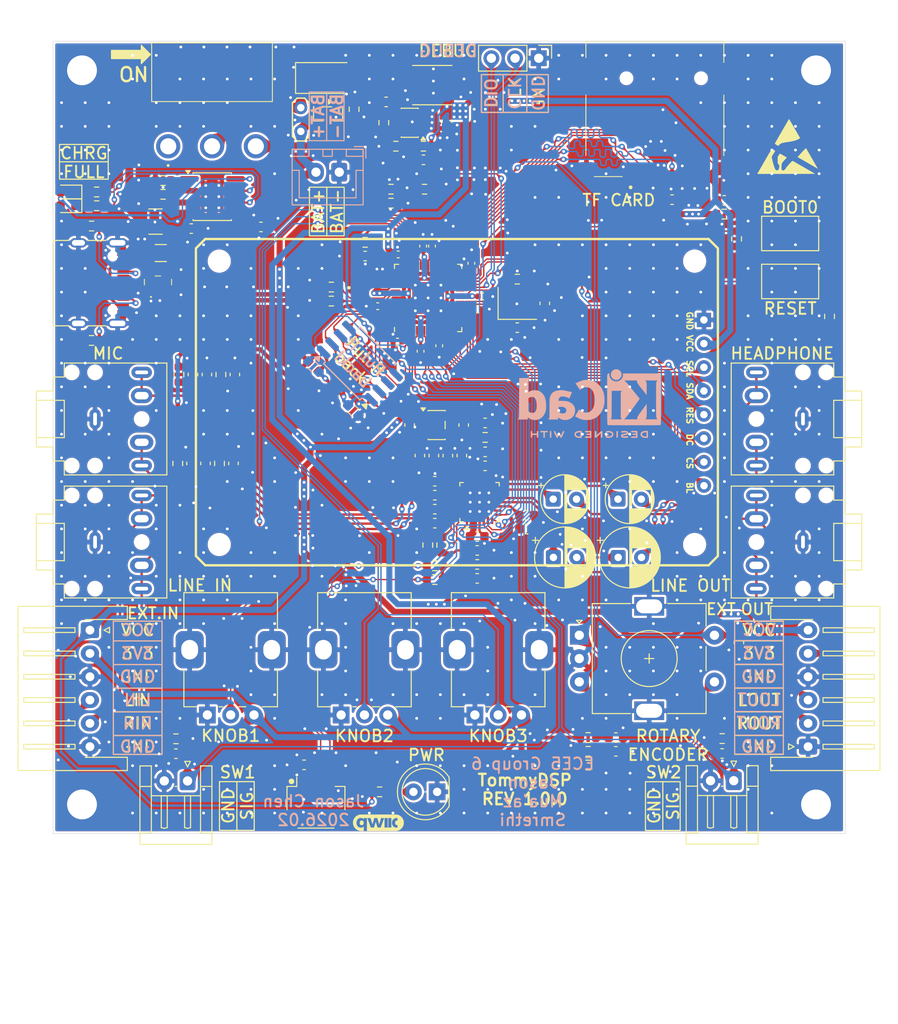
<source format=kicad_pcb>
(kicad_pcb (version 20241229) (generator "pcbnew") (generator_version "9.0")
  (title_block (title "TommyDSP") (date "2026-02-10") (rev "1.0.0"))
  (layers (0 "F.Cu" signal) (2 "B.Cu" signal) (13 "F.Paste" user) (15 "B.Paste" user) (5 "F.SilkS" user "F.Silkscreen") (7 "B.SilkS" user "B.Silkscreen") (1 "F.Mask" user) (3 "B.Mask" user) (25 "Edge.Cuts" user))
  (net 0 "")
  (net 1 "+3V3")
  (net 2 "GND")
  (net 3 "+1V1")
  (net 4 "/MCU-Core/XIN")
  (net 5 "Net-(C206-Pad1)")
  (net 6 "/MCU-Core/VREG_AVDD")
  (net 7 "/Audio/VREF")
  (net 8 "/Audio/ADCVREF")
  (net 9 "/Audio/VMID")
  (net 10 "+3.3VA")
  (net 11 "/Audio/DVDD")
  (net 12 "/Audio/AVDD")
  (net 13 "/MIC_L")
  (net 14 "Net-(U301-LIN1)")
  (net 15 "/MIC_R")
  (net 16 "Net-(U301-RIN1)")
  (net 17 "Net-(U301-LIN2)")
  (net 18 "/LINEIN_L")
  (net 19 "Net-(U301-RIN2)")
  (net 20 "/LINEIN_R")
  (net 21 "/HPOUT_L")
  (net 22 "/Audio/LOUT1")
  (net 23 "/Audio/ROUT1")
  (net 24 "/HPOUT_R")
  (net 25 "/Audio/LOUT2")
  (net 26 "/LINEOUT_L")
  (net 27 "/LINEOUT_R")
  (net 28 "/Audio/ROUT2")
  (net 29 "Net-(C320-Pad1)")
  (net 30 "Net-(C323-Pad1)")
  (net 31 "VCC")
  (net 32 "Net-(D401-A)")
  (net 33 "Net-(U402-FB)")
  (net 34 "VBAT")
  (net 35 "/ROTARY_ENCODER_CLK")
  (net 36 "/ROTARY_ENCODER_DT")
  (net 37 "/SD_DET")
  (net 38 "/ROTARY_ENCODER_BUTTON")
  (net 39 "Net-(D401-K)")
  (net 40 "Net-(D402-K)")
  (net 41 "Net-(D403-K)")
  (net 42 "VBUS")
  (net 43 "Net-(D404-A)")
  (net 44 "/USB_D-")
  (net 45 "/USB_D+")
  (net 46 "Net-(D501-REF)")
  (net 48 "Net-(J501-CC1)")
  (net 49 "Net-(J501-CC2)")
  (net 51 "/SWCLK")
  (net 52 "/SWD")
  (net 53 "/SD_DAT3{slash}CS")
  (net 54 "/SD_CMD{slash}MOSI")
  (net 55 "/SD_DAT0{slash}MISO")
  (net 56 "/SD_DAT1")
  (net 57 "/SD_CLK{slash}SCK")
  (net 58 "/SD_DAT2")
  (net 59 "/MCU-Core/VREG_LX")
  (net 60 "Net-(U402-SW)")
  (net 61 "/LCD_DC")
  (net 62 "/LCD_SPI_SCK")
  (net 63 "/LCD_RST")
  (net 64 "/LCD_SPI_CS")
  (net 65 "/LCD_SPI_MOSI")
  (net 66 "/LCD_BL")
  (net 67 "/RUN")
  (net 68 "/Power/PG_BUCK")
  (net 69 "Net-(R203-Pad1)")
  (net 70 "/MCU-Core/GPIO0")
  (net 71 "/MCU-Core/QSPI_SS")
  (net 72 "/MCU-Core/~{USB_BOOT}")
  (net 73 "/MCU-Core/XOUT")
  (net 74 "Net-(U203-USB_DP)")
  (net 75 "Net-(U203-USB_DM)")
  (net 76 "/Audio/I2C_ADDR_SEL")
  (net 77 "Net-(U403-~{STDBY})")
  (net 78 "Net-(U403-~{CHRG})")
  (net 79 "Net-(U403-PROG)")
  (net 80 "Net-(U403-TEMP)")
  (net 81 "/VBAT_ADC")
  (net 82 "Net-(R510-Pad2)")
  (net 83 "/R_POT_1")
  (net 84 "/R_POT_2")
  (net 85 "/R_POT_3")
  (net 87 "/MCU-Core/QSPI_SD0")
  (net 88 "/MCU-Core/QSPI_SD1")
  (net 89 "/MCU-Core/QSPI_SCLK")
  (net 90 "/MCU-Core/QSPI_SD2")
  (net 91 "/MCU-Core/QSPI_SD3")
  (net 92 "/PEDAL_1")
  (net 93 "/PEDAL_2")
  (net 94 "/CODEC_I2C_SCL")
  (net 95 "/CODEC_I2C_SDA")
  (net 96 "/CODEC_I2S_DOUT")
  (net 98 "/CODEC_I2S_LRCK")
  (net 99 "/CODEC_I2S_DIN")
  (net 100 "/CODEC_I2S_SCLK")
  (net 102 "/CODEC_I2S_MCLK")
  (net 104 "/I2C_SDA")
  (net 105 "/I2C_SCL")
  (footprint "Resistor_SMD:R_0603_1608Metric" (layer "F.Cu") (at 178.55 146.025)
    (property "Reference" "R510" (hide yes))
    (property "Value" "100k")
  )
  (footprint "Capacitor_SMD:C_0603_1608Metric" (layer "F.Cu") (at 166.65 121.5)
    (property "Reference" "C310" (hide yes))
    (property "Value" "100n")
  )
  (footprint "Capacitor_SMD:C_0603_1608Metric" (layer "F.Cu") (at 162.1 117.075 180)
    (property "Reference" "C314" (hide yes))
    (property "Value" "1u")
  )
  (footprint "Potentiometer_THT:Potentiometer_Alps_RK09K_Single_Vertical" (layer "F.Cu") (at 166.4 140.65 90)
    (property "Reference" "RV503" (hide yes))
    (property "Value" "ALPS RK09L")
  )
  (footprint "Capacitor_SMD:C_0603_1608Metric" (layer "F.Cu") (at 181.525 143.075)
    (property "Reference" "C505" (hide yes))
    (property "Value" "100n")
  )
  (footprint "RP2350_60QFN_minimal:C_0402_1005Metric_small_pads" (layer "F.Cu") (at 155.85 93.9 90)
    (property "Reference" "C204" (hide yes))
    (property "Value" "4.7u")
  )
  (footprint "Capacitor_SMD:C_0603_1608Metric" (layer "F.Cu") (at 170.95 99.1)
    (property "Reference" "C205" (hide yes))
    (property "Value" "15p")
  )
  (footprint "Project:Jack_3.5mm_CUI_SJ1-3525N_Horizontal" (layer "F.Cu") (at 125.65 122.1 -90)
    (property "Reference" "J504" (hide yes))
    (property "Value" "AudioJack3_SwitchTR")
  )
  (footprint "Resistor_SMD:R_0603_1608Metric" (layer "F.Cu") (at 134.65 104.13 -90)
    (property "Reference" "R306" (hide yes))
    (property "Value" "1k")
  )
  (footprint "Resistor_SMD:R_0603_1608Metric" (layer "F.Cu") (at 162.1 124.65 180)
    (property "Reference" "R103" (hide yes))
    (property "Value" "4.7k")
  )
  (footprint "Capacitor_SMD:C_0603_1608Metric" (layer "F.Cu") (at 148.075 146 180)
    (property "Reference" "C509" (hide yes))
    (property "Value" "100n")
  )
  (footprint "Resistor_SMD:R_0603_1608Metric" (layer "F.Cu") (at 153.4425 75.6725 -90)
    (property "Reference" "R409" (hide yes))
    (property "Value" "10k")
  )
  (footprint "Capacitor_SMD:C_0402_1005Metric" (layer "F.Cu") (at 161.8 90.35 90)
    (property "Reference" "C211" (hide yes))
    (property "Value" "100n")
  )
  (footprint "Resistor_SMD:R_0603_1608Metric" (layer "F.Cu") (at 193.15 86.925)
    (property "Reference" "R509" (hide yes))
    (property "Value" "100k")
  )
  (footprint "Capacitor_SMD:C_0402_1005Metric" (layer "F.Cu") (at 167.225 95.75)
    (property "Reference" "C209" (hide yes))
    (property "Value" "4.7u")
  )
  (footprint "Resistor_SMD:R_0603_1608Metric" (layer "F.Cu") (at 156.175 148.9)
    (property "Reference" "R410" (hide yes))
    (property "Value" "1k")
  )
  (footprint "Potentiometer_THT:Potentiometer_Alps_RK09K_Single_Vertical" (layer "F.Cu") (at 137.7 140.65 90)
    (property "Reference" "RV501" (hide yes))
    (property "Value" "ALPS RK09L")
  )
  (footprint "Capacitor_SMD:C_0402_1005Metric" (layer "F.Cu") (at 162.575 101.05 -90)
    (property "Reference" "C212" (hide yes))
    (property "Value" "100n")
  )
  (footprint "Project:Jack_3.5mm_CUI_SJ1-3525N_Horizontal" (layer "F.Cu") (at 201.6 108.9 90)
    (property "Reference" "J506" (hide yes))
    (property "Value" "AudioJack3_SwitchTR")
  )
  (footprint "Project:Jack_3.5mm_CUI_SJ1-3525N_Horizontal" (layer "F.Cu") (at 201.6 122.1 90)
    (property "Reference" "J510" (hide yes))
    (property "Value" "AudioJack3_SwitchTR")
  )
  (footprint "LED_THT:LED_D5.0mm" (layer "F.Cu") (at 162.35 148.9 180)
    (property "Reference" "D404" (hide yes))
    (property "Value" "PWR LED")
  )
  (footprint "Resistor_SMD:R_0603_1608Metric" (layer "F.Cu") (at 160.88 79.6375 180)
    (property "Reference" "R405" (hide yes))
    (property "Value" "225k")
  )
  (footprint "Button_Switch_SMD:SW_SPST_CK_RS282G05A3" (layer "F.Cu") (at 200.225 94.15 180)
    (property "Reference" "SW202" (hide yes))
    (property "Value" "SW_Push")
  )
  (footprint "Capacitor_SMD:C_0603_1608Metric" (layer "F.Cu") (at 160.88 81.1 180)
    (property "Reference" "C405" (hide yes))
    (property "Value" "120p")
  )
  (footprint "Inductor_SMD:L_0603_1608Metric" (layer "F.Cu") (at 166.65 124.5 180)
    (property "Reference" "FB301" (hide yes))
    (property "Value" "120Ω@100MHz 2A 50mΩ@DC")
  )
  (footprint "Resistor_SMD:R_0603_1608Metric" (layer "F.Cu") (at 132.95 84.8 180)
    (property "Reference" "R407" (hide yes))
    (property "Value" "1.2k")
  )
  (footprint "Resistor_SMD:R_0603_1608Metric" (layer "F.Cu") (at 153.35 108 -45)
    (property "Reference" "R201" (hide yes))
    (property "Value" "DNF")
  )
  (footprint "Capacitor_SMD:C_0603_1608Metric" (layer "F.Cu") (at 187.55 85.375)
    (property "Reference" "C503" (hide yes))
    (property "Value" "100n")
  )
  (footprint "TF-01A:TF01A" (layer "F.Cu") (at 185.71 75.65 180)
    (property "Reference" "J511" (hide yes))
    (property "Value" "Micro_SD_Card_Det1" (hide yes))
  )
  (footprint "SS-12D06L5:SS12D06L5" (layer "F.Cu") (at 133.5 79.65)
    (property "Reference" "S401" (hide yes))
    (property "Value" "SS-12D06L5" (hide yes))
  )
  (footprint "Resistor_SMD:R_0603_1608Metric" (layer "F.Cu") (at 151 94.75)
    (property "Reference" "R208" (hide yes))
    (property "Value" "27")
  )
  (footprint "MountingHole:MountingHole_3.2mm_M3_DIN965_Pad_TopBottom" (layer "F.Cu") (at 124.25 71.5)
    (property "Reference" "H101" (hide yes))
    (property "Value" "M3 MountingHole")
  )
  (footprint "Capacitor_SMD:C_0603_1608Metric" (layer "F.Cu") (at 140.65 104.13 90)
    (property "Reference" "C325" (hide yes))
    (property "Value" "10n")
  )
  (footprint "Connector_PinHeader_2.54mm:PinHeader_1x03_P2.54mm_Vertical" (layer "F.Cu") (at 173.25 70.2 -90)
    (property "Reference" "J509" (hide yes))
    (property "Value" "Conn_01x03_Pin")
  )
  (footprint "Connector_JST:JST_SH_SM04B-SRSS-TB_1x04-1MP_P1.00mm_Horizontal" (layer "F.Cu") (at 149.35 150.1)
    (property "Reference" "J512" (hide yes))
    (property "Value" "Qwiic")
  )
  (footprint "Capacitor_SMD:C_0402_1005Metric" (layer "F.Cu") (at 166.7 97.125)
    (property "Reference" "C214" (hide yes))
    (property "Value" "100n")
  )
  (footprint "Resistor_SMD:R_0603_1608Metric" (layer "F.Cu") (at 157.4 84.25)
    (property "Reference" "R501" (hide yes))
    (property "Value" "100k")
  )
  (footprint "Resistor_SMD:R_0603_1608Metric" (layer "F.Cu") (at 125.82 86.025)
    (property "Reference" "R401" (hide yes))
    (property "Value" "1k")
  )
  (footprint "Capacitor_SMD:C_0603_1608Metric" (layer "F.Cu") (at 192.925 144.7825 180)
    (property "Reference" "C502" (hide yes))
    (property "Value" "100n")
  )
  (footprint "Capacitor_SMD:C_0603_1608Metric" (layer "F.Cu") (at 165.2 109.55 -90)
    (property "Reference" "C404" (hide yes))
    (property "Value" "4.7u")
  )
  (footprint "Capacitor_SMD:C_0402_1005Metric" (layer "F.Cu") (at 155.975 96.8 180)
    (property "Reference" "C217" (hide yes))
    (property "Value" "100n")
  )
  (footprint "Package_DFN_QFN:QFN-28-1EP_4x4mm_P0.45mm_EP2.6x2.6mm" (layer "F.Cu") (at 166.9 117.825 90)
    (property "Reference" "U301" (hide yes))
    (property "Value" "ES8388")
  )
  (footprint "Resistor_SMD:R_0603_1608Metric" (layer "F.Cu") (at 167.5 110.875)
    (property "Reference" "R303" (hide yes))
    (property "Value" "10")
  )
  (footprint "Capacitor_SMD:C_0603_1608Metric" (layer "F.Cu") (at 162.1 115.575 180)
    (property "Reference" "C315" (hide yes))
    (property "Value" "1u")
  )
  (footprint "Capacitor_SMD:C_0603_1608Metric" (layer "F.Cu") (at 162.1 118.575 180)
    (property "Reference" "C313" (hide yes))
    (property "Value" "100n")
  )
  (footprint "Resistor_SMD:R_0603_1608Metric" (layer "F.Cu") (at 151 96.25)
    (property "Reference" "R207" (hide yes))
    (property "Value" "27")
  )
  (footprint "Resistor_SMD:R_0603_1608Metric" (layer "F.Cu") (at 156.63 77.1125 90)
    (property "Reference" "R403" (hide yes))
    (property "Value" "500k")
  )
  (footprint "Connector_JST:JST_XH_S6B-XH-A-1_1x06_P2.50mm_Horizontal" (layer "F.Cu") (at 125.1 131.55 -90)
    (property "Reference" "J505" (hide yes))
    (property "Value" "EXT.IN")
  )
  (footprint "Resistor_SMD:R_0603_1608Metric" (layer "F.Cu") (at 134.325 143.2075)
    (property "Reference" "R505" (hide yes))
    (property "Value" "100k")
  )
  (footprint "Capacitor_THT:CP_Radial_D5.0mm_P2.50mm" (layer "F.Cu") (at 174.802267 117.5)
    (property "Reference" "C319" (hide yes))
    (property "Value" "4.7u")
  )
  (footprint "MountingHole:MountingHole_3.2mm_M3_DIN965_Pad_TopBottom" (layer "F.Cu") (at 124.25 150.25)
    (property "Reference" "H102" (hide yes))
    (property "Value" "M3 MountingHole")
  )
  (footprint "MountingHole:MountingHole_3.2mm_M3_DIN965_Pad_TopBottom" (layer "F.Cu") (at 203 71.5)
    (property "Reference" "H103" (hide yes))
    (property "Value" "M3 MountingHole")
  )
  (footprint "Capacitor_SMD:C_0603_1608Metric" (layer "F.Cu") (at 163.5 112.825 90)
    (property "Reference" "C306" (hide yes))
    (property "Value" "100n")
  )
  (footprint "Capacitor_SMD:C_0402_1005Metric" (layer "F.Cu") (at 166.025 92.2 90)
    (property "Reference" "C213" (hide yes))
    (property "Value" "100n")
  )
  (footprint "Capacitor_SMD:C_0603_1608Metric" (layer "F.Cu") (at 160.5 112.825 90)
    (property "Reference" "C307" (hide yes))
    (property "Value" "100n")
  )
  (footprint "Capacitor_SMD:C_0603_1608Metric" (layer "F.Cu") (at 140.5 113.67 90)
    (property "Reference" "C322" (hide yes))
    (property "Value" "10n")
  )
  (footprint "Fuse:Fuse_1206_3216Metric" (layer "F.Cu") (at 132.7 91.1)
    (property "Reference" "F501" (hide yes))
    (property "Value" "6V 1.1A")
  )
  (footprint "Project:Jack_3.5mm_CUI_SJ1-3525N_Horizontal" (layer "F.Cu") (at 125.65 108.9 -90)
    (property "Reference" "J502" (hide yes))
    (property "Value" "AudioJack3_SwitchTR")
  )
  (footprint "Resistor_SMD:R_0603_1608Metric" (layer "F.Cu") (at 204.45 97.9 -90)
    (property "Reference" "R203" (hide yes))
    (property "Value" "1k")
  )
  (footprint "Connector_USB:USB_C_Receptacle_G-Switch_GT-USB-7010ASV" (layer "F.Cu") (at 124.94 94.325 -90)
    (property "Reference" "J501" (hide yes))
    (property "Value" "USB_C_Receptacle_USB2.0_16P")
  )
  (footprint "Resistor_SMD:R_1210_3225Metric" (layer "F.Cu") (at 132.1375 87.725)
    (property "Reference" "R404" (hide yes))
    (property "Value" "0.5")
  )
  (footprint "TestPoint:TestPoint_2Pads_Pitch2.54mm_Drill0.8mm" (layer "F.Cu") (at 147.725 78.05 90)
    (property "Reference" "JP401" (hide yes))
    (property "Value" "Jumper_2_Open")
  )
  (footprint "Package_TO_SOT_SMD:SOT-23" (layer "F.Cu") (at 150.65 76.1725 -90)
    (property "Reference" "Q401" (hide yes))
    (property "Value" "AO3401A")
  )
  (footprint "ST7735-128x160-TFT-Module:1.8'_ST7735_128x160_TFT_Module" (layer "F.Cu") (at 167.8 106.975 -90)
    (property "Reference" "LCD501" (hide yes))
    (property "Value" "1.8'_ST7735_128x160_TFT_Module")
  )
  (footprint "Package_SO:SOIC-8-1EP_3.9x4.9mm_P1.27mm_EP2.41x3.3mm_ThermalVias" (layer "F.Cu") (at 138.225 85.05)
    (property "Reference" "U403" (hide yes))
    (property "Value" "TP4056-42-ESOP8")
  )
  (footprint "Capacitor_SMD:C_0603_1608Metric" (layer "F.Cu") (at 162 112.825 90)
    (property "Reference" "C303" (hide yes))
    (property "Value" "4.7u")
  )
  (footprint "Crystal:Crystal_SMD_3225-4Pin_3.2x2.5mm" (layer "F.Cu") (at 170.95 96.5)
    (property "Reference" "Y201" (hide yes))
    (property "Value" "ABM8-272-T3")
  )
  (footprint "Resistor_SMD:R_0603_1608Metric" (layer "F.Cu") (at 161 84.25 180)
    (property "Reference" "R101" (hide yes))
    (property "Value" "0")
  )
  (footprint "Capacitor_SMD:C_0603_1608Metric" (layer "F.Cu") (at 167.5 109.325)
    (property "Reference" "C304" (hide yes))
    (property "Value" "100n")
  )
  (footprint "Resistor_SMD:R_0603_1608Metric" (layer "F.Cu") (at 139 113.67 -90)
    (property "Reference" "R305" (hide yes))
    (property "Value" "2.2k")
  )
  (footprint "LED_SMD:LED_0603_1608Metric" (layer "F.Cu") (at 122.75 84.55 180)
    (property "Reference" "D402" (hide yes))
    (property "Value" "LED RED")
  )
  (footprint "Connector_JST:JST_EH_S2B-EH_1x02_P2.50mm_Horizontal" (layer "F.Cu") (at 194.175 147.7 180)
    (property "Reference" "J507" (hide yes))
    (property "Value" "XH-2.50mm Horizontal")
  )
  (footprint "Capacitor_SMD:C_0603_1608Metric" (layer "F.Cu") (at 181.525 144.55)
    (property "Reference" "C504" (hide yes))
    (property "Value" "100n")
  )
  (footprint "Capacitor_SMD:C_0603_1608Metric" (layer "F.Cu") (at 136 113.67 90)
    (property "Reference" "C320" (hide yes))
    (property "Value" "10u")
  )
  (footprint "Resistor_SMD:R_0603_1608Metric" (layer "F.Cu") (at 154.625 89.95)
    (property "Reference" "R204" (hide yes))
    (property "Value" "33")
  )
  (footprint "Symbol:ESD-Logo_6.6x6mm_SilkScreen" (layer "F.Cu") (at 199.95 79.65)
    (property "Reference" "REF**" (hide yes))
    (property "Value" "ESD-Logo_6.6x6mm_SilkScreen" (hide yes))
  )
  (footprint "Potentiometer_THT:Potentiometer_Alps_RK09K_Single_Vertical" (layer "F.Cu") (at 152.05 140.65 90)
    (property "Reference" "RV502" (hide yes))
    (property "Value" "ALPS RK09L")
  )
  (footprint "Capacitor_SMD:C_0603_1608Metric" (layer "F.Cu") (at 135.975 88.475)
    (property "Reference" "C403" (hide yes))
    (property "Value" "10u")
  )
  (footprint "Rotary_Encoder:RotaryEncoder_Alps_EC11E-Switch_Vertical_H20mm" (layer "F.Cu") (at 177.6 132.1)
    (property "Reference" "SW501" (hide yes))
    (property "Value" "RotaryEncoder_Switch_MP")
  )
  (footprint "Package_TO_SOT_SMD:SOT-23-6" (layer "F.Cu") (at 159.405 77.125 180)
    (property "Reference" "U402" (hide yes))
    (property "Value" "TPS62A01APDDC")
  )
  (footprint "Capacitor_SMD:C_0402_1005Metric" (layer "F.Cu") (at 160.575 101.63 -90)
    (property "Reference" "C210" (hide yes))
    (property "Value" "100n")
  )
  (footprint "Connector_JST:JST_XH_S6B-XH-A-1_1x06_P2.50mm_Horizontal" (layer "F.Cu") (at 202.15 144.05 90)
    (property "Reference" "J508" (hide yes))
    (property "Value" "EXT.OUT")
  )
  (footprint "CD143A-SR05:CD143ASR05" (layer "F.Cu") (at 132.4 94.2125)
    (property "Reference" "D501" (hide yes))
    (property "Value" "CD143A-SR05" (hide yes))
  )
  (footprint "RP2350_60QFN_minimal:L_pol_2016" (layer "F.Cu") (at 154.183211 93.925 90)
    (property "Reference" "L201" (hide yes))
    (property "Value" "3.3u")
  )
  (footprint "Capacitor_SMD:C_0603_1608Metric" (layer "F.Cu") (at 137.65 104.13 90)
    (property "Reference" "C324" (hide yes))
    (property "Value" "100n")
  )
  (footprint "Resistor_SMD:R_0603_1608Metric" (layer "F.Cu") (at 192.925 143.1825)
    (property "Reference" "R506" (hide yes))
    (property "Value" "100k")
  )
  (footprint "Capacitor_THT:CP_Radial_D5.0mm_P2.50mm" (layer "F.Cu") (at 181.752267 117.5)
    (property "Reference" "C318" (hide yes))
    (property "Value" "4.7u")
  )
  (footprint "Capacitor_SMD:C_0603_1608Metric" (layer "F.Cu") (at 136.15 104.13 90)
    (property "Reference" "C323" (hide yes))
    (property "Value" "10u")
  )
  (footprint "Capacitor_SMD:C_0603_1608Metric" (layer "F.Cu") (at 193.15 85.45)
    (property "Reference" "C507" (hide yes))
    (property "Value" "100n")
  )
  (footprint "Resistor_SMD:R_0603_1608Metric" (layer "F.Cu") (at 132.95 83.325 180)
    (property "Reference" "R408" (hide yes))
    (property "Value" "0")
  )
  (footprint "Resistor_SMD:R_0603_1608Metric" (layer "F.Cu") (at 125.275 100.475 180)
    (property "Reference" "R504" (hide yes))
    (property "Value" "5.1k")
  )
  (footprint "Resistor_SMD:R_0603_1608Metric" (layer "F.Cu") (at 194.475 89.575 -90)
    (property "Reference" "R205" (hide yes))
    (property "Value" "1k")
  )
  (footprint "Capacitor_SMD:C_0603_1608Metric" (layer "F.Cu") (at 137.5 113.67 90)
    (property "Reference" "C321" (hide yes))
    (property "Value" "100n")
  )
  (footprint "Capacitor_THT:CP_Radial_D6.3mm_P2.50mm" (layer "F.Cu") (at 174.825 123.75)
    (property "Reference" "C317" (hide yes))
    (property "Value" "220u")
  )
  (footprint "Capacitor_SMD:C_0603_1608Metric" (layer "F.Cu") (at 163.4 76.95 -90)
    (property "Reference" "C406" (hide yes))
    (property "Value" "22u")
  )
  (footprint "LED_SMD:LED_0603_1608Metric" (layer "F.Cu") (at 122.75 86.025 180)
    (property "Reference" "D401" (hide yes))
    (property "Value" "LED GREEN")
  )
  (footprint "Capacitor_SMD:C_0603_1608Metric" (layer "F.Cu") (at 166.65 123)
    (property "Reference" "C308" (hide yes))
    (property "Value" "4.7uF")
  )
  (footprint "Capacitor_SMD:C_0603_1608Metric" (layer "F.Cu") (at 171.95 120.7125)
    (property "Reference" "C305" (hide yes))
    (property "Value" "100n")
  )
  (footprint "Capacitor_SMD:C_0402_1005Metric" (layer "F.Cu") (at 158.17 91.25)
    (property "Reference" "C215" (hide yes))
    (property "Value" "100n")
  )
  (footprint "Capacitor_SMD:C_0603_1608Metric" (layer "F.Cu") (at 149.075 103.275 135)
    (property "Reference" "C201" (hide yes))
    (property "Value" "100n")
  )
  (footprint "Resistor_SMD:R_0603_1608Metric" (layer "F.Cu") (at 125.82 84.55)
    (property "Reference" "R402" (hide yes))
    (property "Value" "1k")
  )
  (footprint "Capacitor_SMD:C_0603_1608Metric" (layer "F.Cu") (at 159.4 109.55 -90)
    (property "Reference" "C402" (hide yes))
    (property "Value" "1u")
  )
  (footprint "Connector_JST:JST_EH_S2B-EH_1x02_P2.50mm_Horizontal" (layer "F.Cu") (at 135.575 147.725 180)
    (property "Reference" "J503" (hide yes))
    (property "Value" "XH-2.50mm Horizontal")
  )
  (footprint "Resistor_SMD:R_0603_1608Metric" (layer "F.Cu") (at 178.55 144.55)
    (property "Reference" "R507" (hide yes))
    (property "Value" "100k")
  )
  (footprint "Resistor_SMD:R_0603_1608Metric" (layer "F.Cu") (at 125.275 88.2 180)
    (property "Reference" "R503" (hide yes))
    (property "Value" "5.1k")
  )
  (footprint "RP2350_60QFN_minimal:RP2350-QFN-60-1EP_7x7_P0.4mm_EP3.4x3.4mm_ThermalVias" (layer "F.Cu") (at 161.38575 95.9191 90)
    (property "Reference" "U203" (hide yes))
    (property "Value" "RP2350_60QFN")
  )
  (footprint "Inductor_SMD:L_APV_ANR4020" (layer "F.Cu") (at 161.83 73.0875)
    (property "Reference" "L401" (hide yes))
    (property "Value" "1u")
  )
  (footprint "Capacitor_SMD:C_0603_1608Metric" (layer "F.Cu") (at 156.88 74.8875 180)
    (property "Reference" "C401" (hide yes))
    (property "Value" "4.7u")
  )
  (footprint "RP2350_60QFN_minimal:C_0402_1005Metric_small_pads" (layer "F.Cu") (at 156.8 93.91 90)
    (property "Reference" "C203" (hide yes))
    (property "Value" "4.7u")
  )
  (footprint "Resistor_SMD:R_0603_1608Metric" (layer "F.Cu") (at 157.4 85.75)
    (property "Reference" "R502" (hide yes))
    (property "Value" "100k")
  )
  (footprint "Resistor_SMD:R_0603_1608Metric" (layer "F.Cu") (at 162.1 126.125 180)
    (property "Reference" "R102" (hide yes))
    (property "Value" "4.7k")
  )
  (footprint "Resistor_SMD:R_0603_1608Metric" (layer "F.Cu") (at 139.15 104.13 -90)
    (property "Reference" "R307" (hide yes))
    (property "Value" "2.2k")
  )
  (footprint "Capacitor_SMD:C_0402_1005Metric" (layer "F.Cu") (at 158.095 100.6 180)
    (property "Reference" "C216" (hide yes))
    (property "Value" "100n")
  )
  (footprint "Diode_SMD:D_SMA" (layer "F.Cu") (at 150.6725 72.3225)
    (property "Reference" "D403" (hide yes))
    (property "Value" "SS34")
  )
  (footprint "Resistor_SMD:R_0603_1608Metric" (layer "F.Cu") (at 161.35 122.425 90)
    (property "Reference" "R302" (hide yes))
    (property "Value" "0")
  )
  (footprint "Capacitor_SMD:C_0603_1608Metric" (layer "F.Cu") (at 194.725 132.875 -90)
    (property "Reference" "C508" (hide yes))
    (property "Value" "100n")
  )
  (footprint "Resistor_SMD:R_0603_1608Metric" (layer "F.Cu") (at 162.85 122.425 90)
    (property "Reference" "R301" (hide yes))
    (property "Value" "0")
  )
  (footprint "Capacitor_SMD:C_0603_1608Metric" (layer "F.Cu") (at 167.5 112.425 180)
    (property "Reference" "C309" (hide yes))
    (property "Value" "4.7uF")
  )
  (footprint "Resistor_SMD:R_0603_1608Metric" (layer "F.Cu") (at 134.525 113.67 -90)
    (property "Reference" "R304" (hide yes))
    (property "Value" "1k")
  )
  (footprint "Capacitor_SMD:C_0603_1608Metric" (layer "F.Cu") (at 143.45 88.3)
    (property "Reference" "C407" (hide yes))
    (property "Value" "10u")
  )
  (footprint "Package_SO:SOIC-8_5.3x5.3mm_P1.27mm" (layer "F.Cu") (at 154.064707 102.958784 135)
    (property "Reference" "U201" (hide yes))
    (property "Value" "W25Q128JVS")
  )
  (footprint "SparkFun-Qwiic:qwiic_5.5mm" (layer "F.Cu") (at 156.05 152.2)
    (property "Reference" "G501" (hide yes))
    (property "Value" "qwiic_Logo" (hide yes))
  )
  (footprint "Resistor_SMD:R_0603_1608Metric" (layer "F.Cu") (at 170.95 93.9)
    (property "Reference" "R206" (hide yes))
    (property "Value" "1k")
  )
  (footprint "Capacitor_SMD:C_0603_1608Metric" (layer "F.Cu") (at 134.325 144.8075 180)
    (property "Reference" "C501" (hide yes))
    (property "Value" "100n")
  )
  (footprint "Resistor_SMD:R_0603_1608Metric" (layer "F.Cu") (at 178.55 143.075)
    (property "Reference" "R508" (hide yes))
    (property "Value" "100k")
  )
  (footprint "Capacitor_SMD:C_0603_1608Metric" (layer "F.Cu") (at 162.1 120.075 180)
    (property "Reference" "C312" (hide yes))
    (property "Value" "100n")
  )
  (footprint "Capacitor_SMD:C_0603_1608Metric" (layer "F.Cu") (at 173.9 96.5 -90)
    (property "Reference" "C206" (hide yes))
    (property "Value" "15p")
  )
  (footprint "Package_TO_SOT_SMD:SOT-23-5" (layer "F.Cu") (at 162.3 109.55)
    (property "Reference" "U401" (hide yes))
    (property "Value" "TPS7A2033PDBVR")
  )
  (footprint "Capacitor_SMD:C_0603_1608Metric" (layer "F.Cu") (at 167.5 113.925 180)
    (property "Reference" "C311" (hide yes))
    (property "Value" "100n")
  )
  (footprint "Capacitor_SMD:C_0603_1608Metric" (layer "F.Cu") (at 166.65 126)
    (property "Reference" "C506" (hide yes))
    (property "Value" "100n")
  )
  (footprint "Capacitor_SMD:C_0603_1608Metric" (layer "F.Cu") (at 165 112.825 90)
    (property "Reference" "C302" (hide yes))
    (property "Value" "4.7u")
  )
  (footprint "Capacitor_SMD:C_0603_1608Metric" (layer "F.Cu") (at 154.625 91.425 180)
    (property "Reference" "C208" (hide yes))
    (property "Value" "4.7u")
  )
  (footprint "Capacitor_THT:CP_Radial_D6.3mm_P2.50mm" (layer "F.Cu") (at 181.775 123.75)
    (property "Reference" "C316" (hide yes))
    (property "Value" "220u")
  )
  (footprint "Resistor_SMD:R_0603_1608Metric" (layer "F.Cu") (at 157.9175 79.6375 180)
    (property "Reference" "R406" (hide yes))
    (property "Value" "50k")
  )
  (footprint "MountingHole:MountingHole_3.2mm_M3_DIN965_Pad_TopBottom" (layer "F.Cu") (at 203 150.25)
    (property "Reference" "H104" (hide yes))
    (property "Value" "M3 MountingHole")
  )
  (footprint "Capacitor_SMD:C_0402_1005Metric" (layer "F.Cu") (at 160.85 90.3509 90)
    (property "Reference" "C207" (hide yes))
    (property "Value" "100n")
  )
  (footprint "Button_Switch_SMD:SW_SPST_CK_RS282G05A3" (layer "F.Cu") (at 200.225 89 180)
    (property "Reference" "SW201" (hide yes))
    (property "Value" "SW_Push")
  )
  (footprint "Capacitor_SMD:C_0603_1608Metric" (layer "F.Cu") (at 171.95 119.225)
    (property "Reference" "C301" (hide yes))
    (property "Value" "4.7u")
  )
  (footprint "Capacitor_SMD:C_0603_1608Metric" (layer "B.Cu") (at 153.35 108 -45)
    (property "Reference" "C202" (hide yes))
    (property "Value" "100n")
  )
  (footprint "Package_SO:SOIC-8_5.3x5.3mm_P1.27mm" (layer "B.Cu") (at 154.075 102.95 -45)
    (property "Reference" "U202" (hide yes))
    (property "Value" "DNF")
  )
  (footprint "Connector_JST:JST_XH_B2B-XH-A_1x02_P2.50mm_Vertical" (layer "B.Cu") (at 151.85 82.425 180)
    (property "Reference" "J401" (hide yes))
    (property "Value" "Conn_01x02_Pin")
  )
  (footprint "Symbol:KiCad-Logo2_6mm_SilkScreen" (layer "B.Cu") (at 178.7 106.55 180)
    (property "Reference" "REF**" (hide yes))
    (property "Value" "KiCad-Logo2_6mm_SilkScreen" (hide yes))
  )
  (footprint "Resistor_SMD:R_0603_1608Metric" (layer "B.Cu") (at 149.075 103.275 135)
    (property "Reference" "R202" (hide yes))
    (property "Value" "DNF")
  )
  (gr_circle (center 146.725 147.775) (end 146.975 147.775) (stroke (width 0.1)) (fill yes) (layer "F.SilkS"))
  (gr_line (start 127.6125 142.85) (end 132.8375 142.85) (stroke (width 0.125)) (layer "F.SilkS"))
  (gr_line (start 194.275 135.2375) (end 199.5 135.2375) (stroke (width 0.125)) (layer "F.SilkS"))
  (gr_line (start 194.275 142.85) (end 199.5 142.85) (stroke (width 0.125)) (layer "F.SilkS"))
  (gr_rect (start 148.65 84.0375) (end 152.375 89.2625) (stroke (width 0.125)) (fill no) (layer "F.SilkS"))
  (gr_rect (start 184.7 147.8125) (end 188.425 153.0375) (stroke (width 0.125)) (fill no) (layer "F.SilkS"))
  (gr_poly (pts (xy 131.603949 69.8) (xy 130.603949 68.8) (xy 130.603949 69.35) (xy 127.403949 69.35) (xy 127.403949 70.25) (xy 130.603949 70.25) (xy 130.603949 70.8)) (stroke (width 0.1)) (fill yes) (layer "F.SilkS"))
  (gr_line (start 194.275 132.7) (end 199.5 132.7) (stroke (width 0.125)) (layer "F.SilkS"))
  (gr_line (start 127.6125 140.3125) (end 132.8375 140.3125) (stroke (width 0.125)) (layer "F.SilkS"))
  (gr_rect (start 194.275 130.6) (end 199.5 144.875) (stroke (width 0.125)) (fill no) (layer "F.SilkS"))
  (gr_rect (start 121.8375 79.45) (end 127.0625 83.175) (stroke (width 0.125)) (fill no) (layer "F.SilkS"))
  (gr_rect (start 139 147.8) (end 142.725 153.025) (stroke (width 0.125)) (fill no) (layer "F.SilkS"))
  (gr_line (start 127.6125 135.2375) (end 132.8375 135.2375) (stroke (width 0.125)) (layer "F.SilkS"))
  (gr_line (start 150.5125 89.2625) (end 150.5125 84.0375) (stroke (width 0.125)) (layer "F.SilkS"))
  (gr_line (start 169.44 76) (end 169.44 71.9625) (stroke (width 0.125)) (layer "F.SilkS"))
  (gr_line (start 194.275 137.775) (end 199.5 137.775) (stroke (width 0.125)) (layer "F.SilkS"))
  (gr_line (start 194.275 140.3125) (end 199.5 140.3125) (stroke (width 0.125)) (layer "F.SilkS"))
  (gr_line (start 127.6125 132.7) (end 132.8375 132.7) (stroke (width 0.125)) (layer "F.SilkS"))
  (gr_line (start 186.5625 153.0375) (end 186.5625 147.8125) (stroke (width 0.125)) (layer "F.SilkS"))
  (gr_line (start 140.8625 153.025) (end 140.8625 147.8) (stroke (width 0.125)) (layer "F.SilkS"))
  (gr_rect (start 127.6125 130.6) (end 132.8375 144.875) (stroke (width 0.125)) (fill no) (layer "F.SilkS"))
  (gr_line (start 127.6125 137.775) (end 132.8375 137.775) (stroke (width 0.125)) (layer "F.SilkS"))
  (gr_line (start 171.98 76) (end 171.98 71.9625) (stroke (width 0.125)) (layer "F.SilkS"))
  (gr_rect (start 167.1 71.954762) (end 174.275 76.004762) (stroke (width 0.125)) (fill no) (layer "F.SilkS"))
  (gr_line (start 121.8375 81.3125) (end 127.0625 81.3125) (stroke (width 0.125)) (layer "F.SilkS"))
  (gr_line (start 171.975 76.01875) (end 171.975 71.98125) (stroke (width 0.125)) (layer "B.SilkS"))
  (gr_rect (start 167.105 71.973512) (end 174.28 76.023512) (stroke (width 0.125)) (fill no) (layer "B.SilkS"))
  (gr_line (start 199.5 132.6625) (end 194.275 132.6625) (stroke (width 0.125)) (layer "B.SilkS"))
  (gr_line (start 199.5 135.2) (end 194.275 135.2) (stroke (width 0.125)) (layer "B.SilkS"))
  (gr_line (start 199.5 137.7375) (end 194.275 137.7375) (stroke (width 0.125)) (layer "B.SilkS"))
  (gr_rect (start 194.275 130.5625) (end 199.5 144.8375) (stroke (width 0.125)) (fill no) (layer "B.SilkS"))
  (gr_line (start 127.6125 137.775) (end 132.8375 137.775) (stroke (width 0.125)) (layer "B.SilkS"))
  (gr_line (start 127.6125 135.2375) (end 132.8375 135.2375) (stroke (width 0.125)) (layer "B.SilkS"))
  (gr_rect (start 148.6375 73.825) (end 152.3625 79.05) (stroke (width 0.125)) (fill no) (layer "B.SilkS"))
  (gr_line (start 127.6125 140.3125) (end 132.8375 140.3125) (stroke (width 0.125)) (layer "B.SilkS"))
  (gr_line (start 127.6125 132.7) (end 132.8375 132.7) (stroke (width 0.125)) (layer "B.SilkS"))
  (gr_line (start 199.5 142.8125) (end 194.275 142.8125) (stroke (width 0.125)) (layer "B.SilkS"))
  (gr_line (start 199.5 140.275) (end 194.275 140.275) (stroke (width 0.125)) (layer "B.SilkS"))
  (gr_rect (start 127.6125 130.6) (end 132.8375 144.875) (stroke (width 0.125)) (fill no) (layer "B.SilkS"))
  (gr_line (start 127.6125 142.85) (end 132.8375 142.85) (stroke (width 0.125)) (layer "B.SilkS"))
  (gr_line (start 150.5 79.05) (end 150.5 73.825) (stroke (width 0.125)) (layer "B.SilkS"))
  (gr_line (start 169.425 76.01875) (end 169.425 71.98125) (stroke (width 0.125)) (layer "B.SilkS"))
  (gr_rect (start 121.13575 68.3691) (end 206.13575 153.3691) (stroke (width 0.05)) (fill no) (layer "Edge.Cuts"))
  (gr_text "TF CARD" (at 181.84381 85.425 0) (layer "F.SilkS") (effects (font (size 1.25 1.25) (thickness 0.2))))
  (gr_text "MIC" (at 127.05 101.875 0) (layer "F.SilkS") (effects (font (size 1.25 1.25) (thickness 0.2))))
  (gr_text "LINE OUT" (at 189.525 126.775 0) (layer "F.SilkS") (effects (font (size 1.25 1.25) (thickness 0.2))))
  (gr_text "TommyDSP\nREV 1.0.0" (at 171.75 148.65 0) (layer "F.SilkS") (effects (font (size 1.25 1.25) (thickness 0.25) (bold yes))))
  (gr_text "EXT.IN" (at 131.875 129.75 0) (layer "F.SilkS") (effects (font (size 1.2 1.2) (thickness 0.2))))
  (gr_text "KNOB3" (at 168.9 142.9 0) (layer "F.SilkS") (effects (font (size 1.25 1.25) (thickness 0.2))))
  (gr_text "CLK" (at 170.71 72.04881 90) (layer "F.SilkS") (effects (font (size 1.25 1.25) (thickness 0.2)) (justify right)))
  (gr_text "DEBUG" (at 166.705 69.425 0) (layer "F.SilkS") (effects (font (size 1.25 1.25) (thickness 0.2)) (justify right)))
  (gr_text "DIO" (at 168.17 72.227381 90) (layer "F.SilkS") (effects (font (size 1.25 1.25) (thickness 0.2)) (justify right)))
  (gr_text "GND" (at 130.225 144.05 0) (layer "F.SilkS") (effects (font (size 1.25 1.25) (thickness 0.2))))
  (gr_text "RESET" (at 200.225 97.05 0) (layer "F.SilkS") (effects (font (size 1.25 1.25) (thickness 0.2))))
  (gr_text "ROUT" (at 196.8875 141.55 0) (layer "F.SilkS") (effects (font (size 1.25 1.25) (thickness 0.2))))
  (gr_text "VCC" (at 196.8875 131.55 0) (layer "F.SilkS") (effects (font (size 1.25 1.25) (thickness 0.2))))
  (gr_text "CHRG\nFULL" (at 124.45 81.4 0) (layer "F.SilkS") (effects (font (size 1.25 1.25) (thickness 0.2))))
  (gr_text "Put it\nback!" (at 153.975 102.875 315) (layer "F.SilkS") (effects (font (size 1.2 1.2) (thickness 0.2) (bold yes))))
  (gr_text "KNOB2" (at 154.55 142.9 0) (layer "F.SilkS") (effects (font (size 1.25 1.25) (thickness 0.2))))
  (gr_text "PWR" (at 161.2 144.95 0) (layer "F.SilkS") (effects (font (size 1.25 1.25) (thickness 0.2))))
  (gr_text "EXT.OUT" (at 194.8 129.3 0) (layer "F.SilkS") (effects (font (size 1.2 1.2) (thickness 0.2))))
  (gr_text "BAT+\nBAT-" (at 150.6 86.65 90) (layer "F.SilkS") (effects (font (size 1.25 1.25) (thickness 0.2))))
  (gr_text "LOUT" (at 196.8875 139.05 0) (layer "F.SilkS") (effects (font (size 1.25 1.25) (thickness 0.2))))
  (gr_text "HEADPHONE" (at 199.375 101.875 0) (layer "F.SilkS") (effects (font (size 1.25 1.25) (thickness 0.2))))
  (gr_text "3V3" (at 130.225 134.05 0) (layer "F.SilkS") (effects (font (size 1.25 1.25) (thickness 0.2))))
  (gr_text "BOOT0" (at 200.225 86.2 0) (layer "F.SilkS") (effects (font (size 1.25 1.25) (thickness 0.2))))
  (gr_text "GND\nSIG" (at 140.95 150.4125 90) (layer "F.SilkS") (effects (font (size 1.25 1.25) (thickness 0.2))))
  (gr_text "VCC" (at 130.225 131.55 0) (layer "F.SilkS") (effects (font (size 1.25 1.25) (thickness 0.2))))
  (gr_text "RIN" (at 130.225 141.55 0) (layer "F.SilkS") (effects (font (size 1.25 1.25) (thickness 0.2))))
  (gr_text "GND\nSIG" (at 186.65 150.425 90) (layer "F.SilkS") (effects (font (size 1.25 1.25) (thickness 0.2))))
  (gr_text "LINE IN" (at 136.9 126.75 0) (layer "F.SilkS") (effects (font (size 1.25 1.25) (thickness 0.2))))
  (gr_text "SW2" (at 186.65 146.8 0) (layer "F.SilkS") (effects (font (size 1.25 1.25) (thickness 0.2))))
  (gr_text "GND" (at 173.25 71.9 90) (layer "F.SilkS") (effects (font (size 1.25 1.25) (thickness 0.2)) (justify right)))
  (gr_text "SW1" (at 140.95 146.8 0) (layer "F.SilkS") (effects (font (size 1.25 1.25) (thickness 0.2))))
  (gr_text "LIN" (at 130.225 139.05 0) (layer "F.SilkS") (effects (font (size 1.25 1.25) (thickness 0.2))))
  (gr_text "GND" (at 196.8875 144.05 0) (layer "F.SilkS") (effects (font (size 1.25 1.25) (thickness 0.2))))
  (gr_text "ON" (at 128.061091 72.85 0) (layer "F.SilkS") (effects (font (size 1.5 1.5) (thickness 0.25) (bold yes)) (justify left bottom)))
  (gr_text "KNOB1" (at 140.2 142.875 0) (layer "F.SilkS") (effects (font (size 1.25 1.25) (thickness 0.2))))
  (gr_text "ROTARY\nENCODER" (at 187.125 143.906215 0) (layer "F.SilkS") (effects (font (size 1.25 1.25) (thickness 0.2))))
  (gr_text "GND" (at 196.8875 136.55 0) (layer "F.SilkS") (effects (font (size 1.25 1.25) (thickness 0.2))))
  (gr_text "GND" (at 130.225 136.55 0) (layer "F.SilkS") (effects (font (size 1.25 1.25) (thickness 0.2))))
  (gr_text "3V3" (at 196.8875 134.05 0) (layer "F.SilkS") (effects (font (size 1.25 1.25) (thickness 0.2))))
  (gr_text "CLK" (at 170.6 72.05 -90) (layer "B.SilkS") (effects (font (size 1.25 1.25) (thickness 0.2)) (justify right mirror)))
  (gr_text "RIN" (at 130.225 141.55 0) (layer "B.SilkS") (effects (font (size 1.25 1.25) (thickness 0.2)) (justify mirror)))
  (gr_text "3V3" (at 196.8875 134.0125 -0) (layer "B.SilkS") (effects (font (size 1.25 1.25) (thickness 0.2)) (justify mirror)))
  (gr_text "3V3" (at 130.225 134.05 0) (layer "B.SilkS") (effects (font (size 1.25 1.25) (thickness 0.2)) (justify mirror)))
  (gr_text "VCC" (at 196.8875 131.5125 -0) (layer "B.SilkS") (effects (font (size 1.25 1.25) (thickness 0.2)) (justify mirror)))
  (gr_text "LOUT" (at 196.8875 139.0125 -0) (layer "B.SilkS") (effects (font (size 1.25 1.25) (thickness 0.2)) (justify mirror)))
  (gr_text "ROUT" (at 196.8875 141.5125 -0) (layer "B.SilkS") (effects (font (size 1.25 1.25) (thickness 0.2)) (justify mirror)))
  (gr_text "VCC" (at 130.225 131.55 0) (layer "B.SilkS") (effects (font (size 1.25 1.25) (thickness 0.2)) (justify mirror)))
  (gr_text "LIN" (at 130.225 139.05 0) (layer "B.SilkS") (effects (font (size 1.25 1.25) (thickness 0.2)) (justify mirror)))
  (gr_text "DEBUG" (at 160.35 69.425 0) (layer "B.SilkS") (effects (font (size 1.25 1.25) (thickness 0.2)) (justify right mirror)))
  (gr_text "BAT+\nBAT-" (at 150.5875 76.4375 90) (layer "B.SilkS") (effects (font (size 1.25 1.25) (thickness 0.25) (bold yes)) (justify mirror)))
  (gr_text "Jason Chen\n2026.02" (at 149.075 150.91243 0) (layer "B.SilkS") (effects (font (size 1.25 1.25) (thickness 0.2)) (justify mirror)))
  (gr_text "GND" (at 173.125 71.9 -90) (layer "B.SilkS") (effects (font (size 1.25 1.25) (thickness 0.2)) (justify right mirror)))
  (gr_text "GND" (at 130.225 144.05 0) (layer "B.SilkS") (effects (font (size 1.25 1.25) (thickness 0.2)) (justify mirror)))
  (gr_text "DIO" (at 168.05 72.246131 -90) (layer "B.SilkS") (effects (font (size 1.25 1.25) (thickness 0.2)) (justify right mirror)))
  (gr_text "GND" (at 196.8875 136.5125 -0) (layer "B.SilkS") (effects (font (size 1.25 1.25) (thickness 0.2)) (justify mirror)))
  (gr_text "Put it\nback!" (at 154 102.9 315) (layer "B.SilkS") (effects (font (size 1.2 1.2) (thickness 0.2) (bold yes)) (justify mirror)))
  (gr_text "ECE5 Group 6\nJason\nMua'az\nSmrethi" (at 172.6 148.9 0) (layer "B.SilkS") (effects (font (size 1.25 1.25) (thickness 0.2)) (justify mirror)))
  (gr_text "GND" (at 130.225 136.55 0) (layer "B.SilkS") (effects (font (size 1.25 1.25) (thickness 0.2)) (justify mirror)))
  (gr_text "GND" (at 196.8875 144.0125 -0) (layer "B.SilkS") (effects (font (size 1.25 1.25) (thickness 0.2)) (justify mirror)))
  (segment (start 161.73 79.6125) (end 161.705 79.6375) (width 0.25) (layer "F.Cu") (net 1))
  (segment (start 150.180923 101.769077) (end 150.525 102.113154) (width 0.3) (layer "F.Cu") (net 1))
  (segment (start 151.9 149.8) (end 156.85 144.85) (width 0.45) (layer "F.Cu") (net 1))
  (segment (start 186.925 150.225) (end 187.8 151.1) (width 0.65) (layer "F.Cu") (net 1))
  (segment (start 164.525 124.65) (end 165.875 126) (width 0.25) (layer "F.Cu") (net 1))
  (segment (start 171.4 142.956009) (end 171.4 140.65) (width 0.45) (layer "F.Cu") (net 1))
  (segment (start 158.58575 99.3566) (end 158.58575 98.924068) (width 0.2) (layer "F.Cu") (net 1))
  (segment (start 178.275 147.825) (end 177.725 147.275) (width 0.4) (layer "F.Cu") (net 1))
  (segment (start 203.725 145.95) (end 205.05 144.625) (width 0.65) (layer "F.Cu") (net 1))
  (segment (start 158.58575 100.58925) (end 158.575 100.6) (width 0.2) (layer "F.Cu") (net 1))
  (segment (start 164.82325 97.1191) (end 164.0691 97.1191) (width 0.2) (layer "F.Cu") (net 1))
  (segment (start 152.325 106.975) (end 152.325 106.525) (width 0.3) (layer "F.Cu") (net 1))
  (segment (start 157.429738 96.125) (end 157.94825 96.125) (width 0.3) (layer "F.Cu") (net 1))
  (segment (start 161.53675 91.763982) (end 161.53675 91.09325) (width 0.2) (layer "F.Cu") (net 1))
  (segment (start 186.775 85.375) (end 186.45 85.05) (width 0.65) (layer "F.Cu") (net 1))
  (segment (start 153.8 89.95) (end 155.25 88.5) (width 0.25) (layer "F.Cu") (net 1))
  (segment (start 205.05 144.625) (end 205.05 135.225) (width 0.65) (layer "F.Cu") (net 1))
  (segment (start 169.506009 144.85) (end 171.4 142.956009) (width 0.45) (layer "F.Cu") (net 1))
  (segment (start 164.339718 93.1701) (end 164.1799 93.1701) (width 0.2) (layer "F.Cu") (net 1))
  (segment (start 158.58575 92.4816) (end 158.775 92.4816) (width 0.2) (layer "F.Cu") (net 1))
  (segment (start 142.7 140.65) (end 141.025 142.325) (width 0.45) (layer "F.Cu") (net 1))
  (segment (start 155.25 88.5) (end 157.1 88.5) (width 0.25) (layer "F.Cu") (net 1))
  (segment (start 164.82325 97.1191) (end 166.2141 97.1191) (width 0.2) (layer "F.Cu") (net 1))
  (segment (start 150.35 104.55) (end 149.623008 103.823008) (width 0.3) (layer "F.Cu") (net 1))
  (segment (start 205.05 135.225) (end 203.875 134.05) (width 0.65) (layer "F.Cu") (net 1))
  (segment (start 158.58575 99.3566) (end 158.58575 100.58925) (width 0.2) (layer "F.Cu") (net 1))
  (segment (start 134.3825 142.325) (end 133.5 143.2075) (width 0.45) (layer "F.Cu") (net 1))
  (segment (start 161.73 78.7125) (end 161.73 79.6125) (width 0.25) (layer "F.Cu") (net 1))
  (segment (start 157.1 90.425) (end 157.1 89.925) (width 0.65) (layer "F.Cu") (net 1))
  (segment (start 172.325 74.775) (end 165.9 74.775) (width 0.65) (layer "F.Cu") (net 1))
  (segment (start 161.655 79.6875) (end 161.705 79.6375) (width 0.25) (layer "F.Cu") (net 1))
  (segment (start 156.455 96.8) (end 156.754738 96.8) (width 0.3) (layer "F.Cu") (net 1))
  (segment (start 161.53675 91.09325) (end 161.8 90.83) (width 0.2) (layer "F.Cu") (net 1))
  (segment (start 156.85 144.85) (end 169.506009 144.85) (width 0.45) (layer "F.Cu") (net 1))
  (segment (start 161.38575 92.4816) (end 161.38575 91.914982) (width 0.2) (layer "F.Cu") (net 1))
  (segment (start 164.390718 93.1191) (end 164.339718 93.1701) (width 0.2) (layer "F.Cu") (net 1))
  (segment (start 177.725 146.025) (end 177.725 143.075) (width 0.4) (layer "F.Cu") (net 1))
  (segment (start 152.3125 106.5125) (end 152.3125 103.3625) (width 0.3) (layer "F.Cu") (net 1))
  (segment (start 203.875 134.05) (end 202.15 134.05) (width 0.65) (layer "F.Cu") (net 1))
  (segment (start 157.1 89.200003) (end 157.1 88.5) (width 0.65) (layer "F.Cu") (net 1))
  (segment (start 161.38575 91.914982) (end 161.53675 91.763982) (width 0.2) (layer "F.Cu") (net 1))
  (segment (start 152.3125 106.5125) (end 150.35 104.55) (width 0.3) (layer "F.Cu") (net 1))
  (segment (start 171.4 147.125) (end 174.5 150.225) (width 0.65) (layer "F.Cu") (net 1))
  (segment (start 163.1625 128.775) (end 166.50625 125.43125) (width 0.65) (layer "F.Cu") (net 1))
  (segment (start 192.1 143.1825) (end 187.4575 147.825) (width 0.4) (layer "F.Cu") (net 1))
  (segment (start 164.82325 93.1191) (end 164.390718 93.1191) (width 0.2) (layer "F.Cu") (net 1))
  (segment (start 174.5 150.225) (end 186.925 150.225) (width 0.65) (layer "F.Cu") (net 1))
  (segment (start 158.696564 92.4816) (end 158.80975 92.4816) (width 0.65) (layer "F.Cu") (net 1))
  (segment (start 166.50625 125.43125) (end 167.4375 124.5) (width 0.65) (layer "F.Cu") (net 1))
  (segment (start 195.225 151.1) (end 200.375 145.95) (width 0.65) (layer "F.Cu") (net 1))
  (segment (start 177.725 147.275) (end 177.725 146.025) (width 0.4) (layer "F.Cu") (net 1))
  (segment (start 158.63675 98.873068) (end 158.63675 98.71325) (width 0.2) (layer "F.Cu") (net 1))
  (segment (start 156.754738 96.8) (end 157.429738 96.125) (width 0.3) (layer "F.Cu") (net 1))
  (segment (start 165.5859 93.1191) (end 166.025 92.68) (width 0.2) (layer "F.Cu") (net 1))
  (segment (start 161.38575 92.4816) (end 161.38575 93.23575) (width 0.2) (layer "F.Cu") (net 1))
  (segment (start 157.94825 95.9191) (end 157.94825 96.125) (width 0.3) (layer "F.Cu") (net 1))
  (segment (start 152.325 106.525) (end 152.3125 106.5125) (width 0.3) (layer "F.Cu") (net 1))
  (segment (start 187.4575 147.825) (end 178.275 147.825) (width 0.4) (layer "F.Cu") (net 1))
  (segment (start 152.766637 107.416637) (end 152.325 106.975) (width 0.3) (layer "F.Cu") (net 1))
  (segment (start 158.775 92.4816) (end 158.98575 92.4816) (width 0.2) (layer "F.Cu") (net 1))
  (segment (start 141.025 142.325) (end 134.3825 142.325) (width 0.45) (layer "F.Cu") (net 1))
  (segment (start 148.85 148.1) (end 148.85 146) (width 0.45) (layer "F.Cu") (net 1))
  (segment (start 162.925 124.65) (end 164.525 124.65) (width 0.25) (layer "F.Cu") (net 1))
  (segment (start 157.69 91.25) (end 157.69 91.475036) (width 0.65) (layer "F.Cu") (net 1))
  (segment (start 186.775 85.375) (end 186.775 86.275) (width 0.65) (layer "F.Cu") (net 1))
  (segment (start 158.63675 98.71325) (end 158.75 98.6) (width 0.2) (layer "F.Cu") (net 1))
  (segment (start 200.375 145.95) (end 203.725 145.95) (width 0.65) (layer "F.Cu") (net 1))
  (segment (start 187.8 151.1) (end 195.225 151.1) (width 0.65) (layer "F.Cu") (net 1))
  (segment (start 155.075 100.6) (end 155.075 99.2) (width 0.3) (layer "F.Cu") (net 1))
  (segment (start 186.45 85.05) (end 186.45 82.9) (width 0.65) (layer "F.Cu") (net 1))
  (segment (start 157.1 90.66) (end 157.1 90.425) (width 0.65) (layer "F.Cu") (net 1))
  (segment (start 165.875 126) (end 165.9375 126) (width 0.65) (layer "F.Cu") (net 1))
  (segment (start 162.925 124.65) (end 162.925 126.125) (width 0.25) (layer "F.Cu") (net 1))
  (segment (start 149.3 149.8) (end 151.9 149.8) (width 0.45) (layer "F.Cu") (net 1))
  (segment (start 148.85 149.35) (end 149.3 149.8) (width 0.45) (layer "F.Cu") (net 1))
  (segment (start 165.9 74.775) (end 165.425 75.25) (width 0.65) (layer "F.Cu") (net 1))
  (segment (start 177.725 143.075) (end 173.825 143.075) (width 0.4) (layer "F.Cu") (net 1))
  (segment (start 150.525 102.921016) (end 149.623008 103.823008) (width 0.3) (layer "F.Cu") (net 1))
  (segment (start 162.58575 99.3566) (end 162.58575 98.61425) (width 0.2) (layer "F.Cu") (net 1))
  (segment (start 171.4 140.65) (end 171.4 147.125) (width 0.65) (layer "F.Cu") (net 1))
  (segment (start 173.825 143.075) (end 171.4 140.65) (width 0.4) (layer "F.Cu") (net 1))
  (segment (start 161.4 128.775) (end 163.1625 128.775) (width 0.65) (layer "F.Cu") (net 1))
  (segment (start 164.1799 93.1701) (end 164.1 93.25) (width 0.2) (layer "F.Cu") (net 1))
  (segment (start 150.525 102.113154) (end 150.525 102.921016) (width 0.3) (layer "F.Cu") (net 1))
  (segment (start 186.775 86.275) (end 187.425 86.925) (width 0.65) (layer "F.Cu") (net 1))
  (segment (start 162.58575 100.55925) (end 162.575 100.57) (width 0.2) (layer "F.Cu") (net 1))
  (segment (start 157.1 89.925) (end 157.1 89.200003) (width 0.65) (layer "F.Cu") (net 1))
  (segment (start 162.58575 99.3566) (end 162.58575 100.55925) (width 0.2) (layer "F.Cu") (net 1))
  (segment (start 157.69 91.25) (end 157.1 90.66) (width 0.65) (layer "F.Cu") (net 1))
  (segment (start 158.58575 98.924068) (end 158.63675 98.873068) (width 0.2) (layer "F.Cu") (net 1))
  (segment (start 187.425 86.925) (end 189.75 86.925) (width 0.65) (layer "F.Cu") (net 1))
  (segment (start 157.69 91.475036) (end 158.696564 92.4816) (width 0.65) (layer "F.Cu") (net 1))
  (segment (start 189.75 86.925) (end 190.4 86.925) (width 0.65) (layer "F.Cu") (net 1))
  (segment (start 165.9375 126) (end 166.50625 125.43125) (width 0.65) (layer "F.Cu") (net 1))
  (segment (start 161.655 81.1) (end 161.655 79.6875) (width 0.25) (layer "F.Cu") (net 1))
  (segment (start 157.94825 96.125) (end 157.94825 96.3191) (width 0.3) (layer "F.Cu") (net 1))
  (segment (start 152.3125 103.3625) (end 155.075 100.6) (width 0.3) (layer "F.Cu") (net 1))
  (segment (start 155.075 99.2) (end 154.525 98.65) (width 0.3) (layer "F.Cu") (net 1))
  (segment (start 166.2141 97.1191) (end 166.22 97.125) (width 0.2) (layer "F.Cu") (net 1))
  (segment (start 190.4 86.925) (end 192.325 86.925) (width 0.65) (layer "F.Cu") (net 1))
  (segment (start 164.82325 93.1191) (end 165.5859 93.1191) (width 0.2) (layer "F.Cu") (net 1))
  (segment (start 148.85 146) (end 148.85 149.35) (width 0.45) (layer "F.Cu") (net 1))
  (via (at 189.75 86.925) (size 0.6) (drill 0.3) (layers "F.Cu" "B.Cu") (net 1))
  (via (at 152.3125 106.5125) (size 0.6) (drill 0.3) (layers "F.Cu" "B.Cu") (net 1))
  (via (at 163.125 128.775) (size 0.6) (drill 0.3) (layers "F.Cu" "B.Cu") (net 1))
  (via (at 157.1 88.5) (size 0.6) (drill 0.3) (layers "F.Cu" "B.Cu") (net 1))
  (via (at 162.2625 128.775) (size 0.6) (drill 0.3) (layers "F.Cu" "B.Cu") (net 1))
  (via (at 154.525 98.65) (size 0.6) (drill 0.3) (layers "F.Cu" "B.Cu") (net 1))
  (via (at 163.405 75.3875) (size 0.6) (drill 0.3) (layers "F.Cu" "B.Cu") (net 1))
  (via (at 190.4 86.925) (size 0.6) (drill 0.3) (layers "F.Cu" "B.Cu") (net 1))
  (via (at 164.175 75.875) (size 0.6) (drill 0.3) (layers "F.Cu" "B.Cu") (net 1))
  (via (at 165.425 75.25) (size 0.6) (drill 0.3) (layers "F.Cu" "B.Cu") (net 1))
  (via (at 171.675 74.775) (size 0.6) (drill 0.3) (layers "F.Cu" "B.Cu") (net 1))
  (via (at 157.1 89.141667) (size 0.6) (drill 0.3) (layers "F.Cu" "B.Cu") (net 1))
  (via (at 161.73 78.7125) (size 0.6) (drill 0.3) (layers "F.Cu" "B.Cu") (net 1))
  (via (at 157.1 89.783333) (size 0.6) (drill 0.3) (layers "F.Cu" "B.Cu") (net 1))
  (via (at 161.4 128.775) (size 0.6) (drill 0.3) (layers "F.Cu" "B.Cu") (net 1))
  (via (at 164.175 75.25) (size 0.6) (drill 0.3) (layers "F.Cu" "B.Cu") (net 1))
  (via (at 155.075 99.2) (size 0.6) (drill 0.3) (layers "F.Cu" "B.Cu") (net 1))
  (via (at 150.35 104.55) (size 0.6) (drill 0.3) (layers "F.Cu" "B.Cu") (net 1))
  (via (at 170.375 74.775) (size 0.6) (drill 0.3) (layers "F.Cu" "B.Cu") (net 1))
  (via (at 164.175 76.5) (size 0.6) (drill 0.3) (layers "F.Cu" "B.Cu") (net 1))
  (via (at 165.425 75.875) (size 0.6) (drill 0.3) (layers "F.Cu" "B.Cu") (net 1))
  (via (at 165.425 76.5) (size 0.6) (drill 0.3) (layers "F.Cu" "B.Cu") (net 1))
  (via (at 164.8 76.5) (size 0.6) (drill 0.3) (layers "F.Cu" "B.Cu") (net 1))
  (via (at 157.1 90.425) (size 0.6) (drill 0.3) (layers "F.Cu" "B.Cu") (net 1))
  (via (at 189.1 86.925) (size 0.6) (drill 0.3) (layers "F.Cu" "B.Cu") (net 1))
  (via (at 164.8 75.25) (size 0.6) (drill 0.3) (layers "F.Cu" "B.Cu") (net 1))
  (via (at 164.8 75.875) (size 0.6) (drill 0.3) (layers "F.Cu" "B.Cu") (net 1))
  (via (at 171.025 74.775) (size 0.6) (drill 0.3) (layers "F.Cu" "B.Cu") (net 1))
  (via (at 172.325 74.775) (size 0.6) (drill 0.3) (layers "F.Cu" "B.Cu") (net 1))
  (segment (start 192.2081 85.45) (end 192.2081 79.9831) (width 0.65) (layer "B.Cu") (net 1))
  (segment (start 171.4 140.65) (end 169.875 139.125) (width 0.65) (layer "B.Cu") (net 1))
  (segment (start 153.175 88.425) (end 152.675 88.925) (width 0.65) (layer "B.Cu") (net 1))
  (segment (start 145.074 143.024) (end 142.7 140.65) (width 0.65) (layer "B.Cu") (net 1))
  (segment (start 193.8 87.0419) (end 192.2081 85.45) (width 0.65) (layer "B.Cu") (net 1))
  (segment (start 149.658363 103.858363) (end 150.35 104.55) (width 0.3) (layer "B.Cu") (net 1))
  (segment (start 157.1 90.425) (end 157.1 88.5) (width 0.65) (layer "B.Cu") (net 1))
  (segment (start 158.125 128.775) (end 157.225 127.875) (width 0.65) (layer "B.Cu") (net 1))
  (segment (start 144.65 109) (end 157.225 121.575) (width 0.65) (layer "B.Cu") (net 1))
  (segment (start 193.8 99.4) (end 193.8 87.0419) (width 0.65) (layer "B.Cu") (net 1))
  (segment (start 154.930923 106.5) (end 153.753984 106.5) (width 0.3) (layer "B.Cu") (net 1))
  (segment (start 171.025 74.775) (end 170.375 74.775) (width 0.65) (layer "B.Cu") (net 1))
  (segment (start 192.2081 79.9831) (end 187 74.775) (width 0.65) (layer "B.Cu") (net 1))
  (segment (start 162.475 77.9675) (end 162.475 76.3425) (width 0.25) (layer "B.Cu") (net 1))
  (segment (start 162.575 86.95) (end 158.65 86.95) (width 0.65) (layer "B.Cu") (net 1))
  (segment (start 190.7331 86.925) (end 192.2081 85.45) (width 0.65) (layer "B.Cu") (net 1))
  (segment (start 152.801992 107.001992) (end 152.801992 107.451992) (width 0.3) (layer "B.Cu") (net 1))
  (segment (start 192.385 100.815) (end 193.8 99.4) (width 0.65) (layer "B.Cu") (net 1))
  (segment (start 158.65 86.95) (end 157.175 88.425) (width 0.65) (layer "B.Cu") (net 1))
  (segment (start 144.65 92.375) (end 144.65 109) (width 0.65) (layer "B.Cu") (net 1))
  (segment (start 152.675 96.8) (end 152.675 88.925) (width 0.3) (layer "B.Cu") (net 1))
  (segment (start 160.025 143.024) (end 159.424 143.024) (width 0.65) (layer "B.Cu") (net 1))
  (segment (start 190.4 86.925) (end 190.7331 86.925) (width 0.65) (layer "B.Cu") (net 1))
  (segment (start 169.026 143.024) (end 160.025 143.024) (width 0.65) (layer "B.Cu") (net 1))
  (segment (start 152.675 88.925) (end 148.1 88.925) (width 0.65) (layer "B.Cu") (net 1))
  (segment (start 163.405 75.4125) (end 163.405 75.3875) (width 0.25) (layer "B.Cu") (net 1))
  (segment (start 155.264707 106.833784) (end 154.930923 106.5) (width 0.3) (layer "B.Cu") (net 1))
  (segment (start 152.3125 106.5125) (end 152.3125 106.9625) (width 0.3) (layer "B.Cu") (net 1))
  (segment (start 155.075 99.2) (end 154.525 98.65) (width 0.3) (layer "B.Cu") (net 1))
  (segment (start 172.325 74.775) (end 171.725 74.775) (width 0.65) (layer "B.Cu") (net 1))
  (segment (start 161.73 78.7125) (end 162.475 77.9675) (width 0.25) (layer "B.Cu") (net 1))
  (segment (start 153.753984 106.5) (end 152.801992 107.451992) (width 0.3) (layer "B.Cu") (net 1))
  (segment (start 159.424 143.024) (end 157.05 140.65) (width 0.65) (layer "B.Cu") (net 1))
  (segment (start 165.425 75.875) (end 165.425 84.1) (width 0.65) (layer "B.Cu") (net 1))
  (segment (start 167.7 128.775) (end 158.125 128.775) (width 0.65) (layer "B.Cu") (net 1))
  (segment (start 160.025 143.024) (end 145.074 143.024) (width 0.65) (layer "B.Cu") (net 1))
  (segment (start 190.9701 100.815) (end 192.385 100.815) (width 0.65) (layer "B.Cu") (net 1))
  (segment (start 169.875 130.95) (end 167.7 128.775) (width 0.65) (layer "B.Cu") (net 1))
  (segment (start 142.7 140.65) (end 140.45 138.4) (width 0.65) (layer "B.Cu") (net 1))
  (segment (start 171.725 74.775) (end 171.025 74.775) (width 0.65) (layer "B.Cu") (net 1))
  (segment (start 165.425 84.1) (end 162.575 86.95) (width 0.65) (layer "B.Cu") (net 1))
  (segment (start 189.1 86.925) (end 190.4 86.925) (width 0.65) (layer "B.Cu") (net 1))
  (segment (start 169.875 139.125) (end 169.875 130.95) (width 0.65) (layer "B.Cu") (net 1))
  (segment (start 140.45 138.4) (end 129.45 138.4) (width 0.65) (layer "B.Cu") (net 1))
  (segment (start 157.175 88.425) (end 153.175 88.425) (width 0.65) (layer "B.Cu") (net 1))
  (segment (start 152.3125 106.9625) (end 152.801992 107.451992) (width 0.3) (layer "B.Cu") (net 1))
  (segment (start 157.225 127.875) (end 157.225 123.525) (width 0.65) (layer "B.Cu") (net 1))
  (segment (start 187 74.775) (end 172.325 74.775) (width 0.65) (layer "B.Cu") (net 1))
  (segment (start 171.4 140.65) (end 169.026 143.024) (width 0.65) (layer "B.Cu") (net 1))
  (segment (start 157.225 121.575) (end 157.225 123.525) (width 0.65) (layer "B.Cu") (net 1))
  (segment (start 154.525 98.65) (end 152.675 96.8) (width 0.3) (layer "B.Cu") (net 1))
  (segment (start 162.475 76.3425) (end 163.405 75.4125) (width 0.25) (layer "B.Cu") (net 1))
  (segment (start 148.1 88.925) (end 144.65 92.375) (width 0.65) (layer "B.Cu") (net 1))
  (segment (start 129.45 138.4) (end 125.1 134.05) (width 0.65) (layer "B.Cu") (net 1))
  (segment (start 166.9 119.775) (end 166.9 120.975) (width 0.25) (layer "F.Cu") (net 2))
  (segment (start 158.325 110.325) (end 159.4 110.325) (width 0.45) (layer "F.Cu") (net 2))
  (segment (start 157.615 100.6) (end 157.615 101.161326) (width 0.3) (layer "F.Cu") (net 2))
  (segment (start 137.65 103.355) (end 138.376 102.629) (width 0.25) (layer "F.Cu") (net 2))
  (segment (start 167.705 95.75) (end 168.303268 95.75) (width 0.3) (layer "F.Cu") (net 2))
  (segment (start 167.425 123) (end 167.425 122.25) (width 0.65) (layer "F.Cu") (net 2))
  (segment (start 157.615 99.815) (end 157.615 100.6) (width 0.3) (layer "F.Cu") (net 2))
  (segment (start 166.35 112.05) (end 166.725 112.425) (width 0.65) (layer "F.Cu") (net 2))
  (segment (start 162.75 112.05) (end 164.25 112.05) (width 0.65) (layer "F.Cu") (net 2))
  (segment (start 159.9625 109.7625) (end 159.4 110.325) (width 0.45) (layer "F.Cu") (net 2))
  (segment (start 162.575 101.53) (end 162.575 102.515256) (width 0.3) (layer "F.Cu") (net 2))
  (segment (start 172.725 119.225) (end 172.975 119.225) (width 0.65) (layer "F.Cu") (net 2))
  (segment (start 166.725 113.175) (end 166.725 113.925) (width 0.65) (layer "F.Cu") (net 2))
  (segment (start 172.975 119.225) (end 173.75 120) (width 0.65) (layer "F.Cu") (net 2))
  (segment (start 160.5 112.05) (end 161.275 112.05) (width 0.65) (layer "F.Cu") (net 2))
  (segment (start 160.525 111.45) (end 159.4 110.325) (width 0.65) (layer "F.Cu") (net 2))
  (segment (start 158.628674 102.175) (end 158.775 102.175) (width 0.3) (layer "F.Cu") (net 2))
  (segment (start 173.75 120) (end 173.0375 120.7125) (width 0.65) (layer "F.Cu") (net 2))
  (segment (start 137.5 112.895) (end 138.226 112.169) (width 0.25) (layer "F.Cu") (net 2))
  (segment (start 164.7 111.45) (end 160.525 111.45) (width 0.65) (layer "F.Cu") (net 2))
  (segment (start 161.1625 109.55) (end 160.175 109.55) (width 0.45) (layer "F.Cu") (net 2))
  (segment (start 167.425 122.25) (end 167.425 121.5) (width 0.65) (layer "F.Cu") (net 2))
  (segment (start 128.665 91.125) (end 128.665 90.605) (width 0.65) (layer "F.Cu") (net 2))
  (segment (start 166.9 115.875) (end 166.9 117.825) (width 0.25) (layer "F.Cu") (net 2))
  (segment (start 166.9 119.775) (end 166.9 117.825) (width 0.25) (layer "F.Cu") (net 2))
  (segment (start 162.575 102.515256) (end 165.425 105.365256) (width 0.3) (layer "F.Cu") (net 2))
  (segment (start 154.75 96.8) (end 152.464064 96.8) (width 0.3) (layer "F.Cu") (net 2))
  (segment (start 158.15 83.175) (end 158.339064 83.175) (width 0.3) (layer "F.Cu") (net 2))
  (segment (start 160.175 109.55) (end 159.9625 109.7625) (width 0.45) (layer "F.Cu") (net 2))
  (segment (start 154.65 92.225) (end 153.85 91.425) (width 0.65) (layer "F.Cu") (net 2))
  (segment (start 171.7 97.35) (end 172.05 97.35) (width 0.25) (layer "F.Cu") (net 2))
  (segment (start 157.675 102.875) (end 157.675 103.875) (width 0.65) (layer "F.Cu") (net 2))
  (segment (start 170.9 96.55) (end 171.7 97.35) (width 0.25) (layer "F.Cu") (net 2))
  (segment (start 159.525 75.004014) (end 159.172993 74.652007) (width 0.35) (layer "F.Cu") (net 2))
  (segment (start 157.675 103.875) (end 157.948491 104.148491) (width 0.65) (layer "F.Cu") (net 2))
  (segment (start 158.65 91.019246) (end 158.099989 90.469235) (width 0.3) (layer "F.Cu") (net 2))
  (segment (start 159.681 77.029564) (end 159.681 76.772998) (width 0.35) (layer "F.Cu") (net 2))
  (segment (start 166.725 112.425) (end 166.725 113.175) (width 0.65) (layer "F.Cu") (net 2))
  (segment (start 172.05 98.775) (end 171.725 99.1) (width 0.25) (layer "F.Cu") (net 2))
  (segment (start 159.681 76.772998) (end 159.525 76.616998) (width 0.35) (layer "F.Cu") (net 2))
  (segment (start 155.495 96.8) (end 154.75 96.8) (width 0.3) (layer "F.Cu") (net 2))
  (segment (start 135.75 85.685) (end 134.49 85.685) (width 0.65) (layer "F.Cu") (net 2))
  (segment (start 128.665 98.045) (end 128.065 98.645) (width 0.65) (layer "F.Cu") (net 2))
  (segment (start 128.665 90.605) (end 128.065 90.005) (width 0.65) (layer "F.Cu") (net 2))
  (segment (start 139.774 112.169) (end 140.5 112.895) (width 0.25) (layer "F.Cu") (net 2))
  (segment (start 159.681 77.029564) (end 159.937566 77.029564) (width 0.35) (layer "F.Cu") (net 2))
  (segment (start 161.275 112.05) (end 162.75 112.05) (width 0.65) (layer "F.Cu") (net 2))
  (segment (start 165 111.15) (end 165 110.525) (width 0.65) (layer "F.Cu") (net 2))
  (segment (start 161.8 89.87) (end 161.8 89.1) (width 0.3) (layer "F.Cu") (net 2))
  (segment (start 162.575 101.53) (end 162.575 102.275) (width 0.3) (layer "F.Cu") (net 2))
  (segment (start 136.15 103.355) (end 137.65 103.355) (width 0.25) (layer "F.Cu") (net 2))
  (segment (start 160.575 102.11) (end 160.575 102.85) (width 0.3) (layer "F.Cu") (net 2))
  (segment (start 165.425 105.365256) (end 165.425 105.375) (width 0.3) (layer "F.Cu") (net 2))
  (segment (start 159.525 76.616998) (end 159.525 75.004014) (width 0.35) (layer "F.Cu") (net 2))
  (segment (start 166.025 91.72) (end 165.23665 91.72) (width 0.3) (layer "F.Cu") (net 2))
  (segment (start 168.303268 95.75) (end 168.316268 95.763) (width 0.2) (layer "F.Cu") (net 2))
  (segment (start 158.339064 83.175) (end 159.125 83.960936) (width 0.3) (layer "F.Cu") (net 2))
  (segment (start 136.89 85.685) (end 137.525 85.05) (width 0.65) (layer "F.Cu") (net 2))
  (segment (start 159.125 83.960936) (end 159.125 84.1) (width 0.3) (layer "F.Cu") (net 2))
  (segment (start 138.376 102.629) (end 139.924 102.629) (width 0.25) (layer "F.Cu") (net 2))
  (segment (start 160.033002 77.125) (end 160.5425 77.125) (width 0.35) (layer "F.Cu") (net 2))
  (segment (start 158.95 73.675) (end 158.95 73.6) (width 0.35) (layer "F.Cu") (net 2))
  (segment (start 159.937566 77.029564) (end 160.033002 77.125) (width 0.35) (layer "F.Cu") (net 2))
  (segment (start 166.9 115.875) (end 166.9 114.1) (width 0.25) (layer "F.Cu") (net 2))
  (segment (start 165.875 112.05) (end 166.35 112.05) (width 0.65) (layer "F.Cu") (net 2))
  (segment (start 164.25 112.05) (end 165 112.05) (width 0.65) (layer "F.Cu") (net 2))
  (segment (start 154.65 92.275) (end 154.65 92.225) (width 0.65) (layer "F.Cu") (net 2))
  (segment (start 165 112.05) (end 165 111.15) (width 0.65) (layer "F.Cu") (net 2))
  (segment (start 166.9 114.1) (end 166.725 113.925) (width 0.25) (layer "F.Cu") (net 2))
  (segment (start 165 112.05) (end 165.875 112.05) (width 0.65) (layer "F.Cu") (net 2))
  (segment (start 165.23665 91.72) (end 165.23575 91.7191) (width 0.3) (layer "F.Cu") (net 2))
  (segment (start 135.75 85.685) (end 136.89 85.685) (width 0.65) (layer "F.Cu") (net 2))
  (segment (start 160.85 89.8709) (end 160.85 89.1) (width 0.3) (layer "F.Cu") (net 2))
  (segment (start 159.172993 74.652007) (end 158.95 74.429014) (width 0.35) (layer "F.Cu") (net 2))
  (segment (start 157.615 101.161326) (end 158.628674 102.175) (width 0.3) (layer "F.Cu") (net 2))
  (segment (start 168.85 116.925) (end 167.8 116.925) (width 0.25) (layer "F.Cu") (net 2))
  (segment (start 170.9 96.55) (end 170 95.65) (width 0.25) (layer "F.Cu") (net 2))
  (segment (start 153.4425 76.4975) (end 154.4975 76.4975) (width 0.3) (layer "F.Cu") (net 2))
  (segment (start 156.726 101.926) (end 156.726 101.905232) (width 0.65) (layer "F.Cu") (net 2))
  (segment (start 151.434064 97.83) (end 149.995 97.83) (width 0.3) (layer "F.Cu") (net 2))
  (segment (start 132.775 85.75) (end 132.075 86.45) (width 0.65) (layer "F.Cu") (net 2))
  (segment (start 138.226 112.169) (end 139.774 112.169) (width 0.25) (layer "F.Cu") (net 2))
  (segment (start 139.924 102.629) (end 140.65 103.355) (width 0.25) (layer "F.Cu") (net 2))
  (segment (start 168.275 109.325) (end 168.275 108.425) (width 0.3) (layer "F.Cu") (net 2))
  (segment (start 167.18 97.125) (end 167.939 97.125) (width 0.3) (layer "F.Cu") (net 2))
  (segment (start 167.8 116.925) (end 166.9 117.825) (width 0.25) (layer "F.Cu") (net 2))
  (segment (start 158.95 74.429014) (end 158.95 73.675) (width 0.35) (layer "F.Cu") (net 2))
  (segment (start 173.825 97.35) (end 173.9 97.275) (width 0.25) (layer "F.Cu") (net 2))
  (segment (start 170 95.65) (end 169.85 95.65) (width 0.25) (layer "F.Cu") (net 2))
  (segment (start 134.49 85.685) (end 134.425 85.75) (width 0.65) (layer "F.Cu") (net 2))
  (segment (start 134.425 85.75) (end 132.775 85.75) (width 0.65) (layer "F.Cu") (net 2))
  (segment (start 166.9 120.975) (end 167.425 121.5) (width 0.25) (layer "F.Cu") (net 2))
  (segment (start 173.0375 120.7125) (end 172.725 120.7125) (width 0.65) (layer "F.Cu") (net 2))
  (segment (start 153.85 91.425) (end 151.875 91.425) (width 0.25) (layer "F.Cu") (net 2))
  (segment (start 157.675 102.875) (end 156.726 101.926) (width 0.65) (layer "F.Cu") (net 2))
  (segment (start 165 111.15) (end 164.7 111.45) (width 0.65) (layer "F.Cu") (net 2))
  (segment (start 136 112.895) (end 137.5 112.895) (width 0.25) (layer "F.Cu") (net 2))
  (segment (start 152.464064 96.8) (end 151.434064 97.83) (width 0.3) (layer "F.Cu") (net 2))
  (segment (start 158.65 91.25) (end 158.65 91.019246) (width 0.3) (layer "F.Cu") (net 2))
  (segment (start 165 110.525) (end 165.2 110.325) (width 0.65) (layer "F.Cu") (net 2))
  (segment (start 128.665 97.525) (end 128.665 98.045) (width 0.65) (layer "F.Cu") (net 2))
  (segment (start 172.05 97.35) (end 173.825 97.35) (width 0.25) (layer "F.Cu") (net 2))
  (segment (start 172.05 97.35) (end 172.05 98.775) (width 0.25) (layer "F.Cu") (net 2))
  (segment (start 167.939 97.125) (end 167.95 97.114) (width 0.3) (layer "F.Cu") (net 2))
  (via (at 147.15 121.4) (size 0.6) (drill 0.3) (layers "F.Cu" "B.Cu") (net 2))
  (via (at 127.725 140.175) (size 0.6) (drill 0.3) (layers "F.Cu" "B.Cu") (net 2))
  (via (at 135.45 107.15) (size 0.6) (drill 0.3) (layers "F.Cu" "B.Cu") (net 2))
  (via (at 149.995 118.15) (size 0.6) (drill 0.3) (layers "F.Cu" "B.Cu") (net 2))
  (via (at 139.835 128.31) (size 0.6) (drill 0.3) (layers "F.Cu" "B.Cu") (net 2))
  (via (at 134.755 151.17) (size 0.6) (drill 0.3) (layers "F.Cu" "B.Cu") (net 2))
  (via (at 146.25 146) (size 0.6) (drill 0.3) (layers "F.Cu" "B.Cu") (net 2))
  (via (at 180.475 90.21) (size 0.6) (drill 0.3) (layers "F.Cu" "B.Cu") (net 2))
  (via (at 127.135 128.31) (size 0.6) (drill 0.3) (layers "F.Cu" "B.Cu") (net 2))
  (via (at 154.65 92.275) (size 0.6) (drill 0.3) (layers "F.Cu" "B.Cu") (net 2))
  (via (at 129.675 151.17) (size 0.6) (drill 0.3) (layers "F.Cu" "B.Cu") (net 2))
  (via (at 132.215 102.91) (size 0.6) (drill 0.3) (layers "F.Cu" "B.Cu") (net 2))
  (via (at 159.681 77.029564) (size 0.6) (drill 0.3) (layers "F.Cu" "B.Cu") (net 2))
  (via (at 178.2 119.475) (size 0.6) (drill 0.3) (layers "F.Cu" "B.Cu") (net 2))
  (via (at 198.255 115.61) (size 0.6) (drill 0.3) (layers "F.Cu" "B.Cu") (net 2))
  (via (at 198.255 100.37) (size 0.6) (drill 0.3) (layers "F.Cu" "B.Cu") (net 2))
  (via (at 132.075 86.45) (size 0.6) (drill 0.3) (layers "F.Cu" "B.Cu") (net 2))
  (via (at 146.3 96.925) (size 0.6) (drill 0.3) (layers "F.Cu" "B.Cu") (net 2))
  (via (at 171.775 128.675) (size 0.6) (drill 0.3) (layers "F.Cu" "B.Cu") (net 2))
  (via (at 203.335 120.69) (size 0.6) (drill 0.3) (layers "F.Cu" "B.Cu") (net 2))
  (via (at 123 136.55) (size 0.6) (drill 0.3) (layers "F.Cu" "B.Cu") (net 2))
  (via (at 154.75 96.8) (size 0.6) (drill 0.3) (layers "F.Cu" "B.Cu") (net 2))
  (via (at 121.7 133.7) (size 0.6) (drill 0.3) (layers "F.Cu" "B.Cu") (net 2))
  (via (at 198.255 90.21) (size 0.6) (drill 0.3) (layers "F.Cu" "B.Cu") (net 2))
  (via (at 139.835 72.43) (size 0.6) (drill 0.3) (layers "F.Cu" "B.Cu") (net 2))
  (via (at 122.055 115.61) (size 0.6) (drill 0.3) (layers "F.Cu" "B.Cu") (net 2))
  (via (at 126.8 97.8) (size 0.6) (drill 0.3) (layers "F.Cu" "B.Cu") (net 2))
  (via (at 170.315 151.17) (size 0.6) (drill 0.3) (layers "F.Cu" "B.Cu") (net 2))
  (via (at 158.95 73.675) (size 0.6) (drill 0.3) (layers "F.Cu" "B.Cu") (net 2))
  (via (at 137.295 151.17) (size 0.6) (drill 0.3) (layers "F.Cu" "B.Cu") (net 2))
  (via (at 184.825 119.825) (size 0.6) (drill 0.3) (layers "F.Cu" "B.Cu") (net 2))
  (via (at 150.45 142.125) (size 0.6) (drill 0.3) (layers "F.Cu" "B.Cu") (net 2))
  (via (at 198.255 151.17) (size 0.6) (drill 0.3) (layers "F.Cu" "B.Cu") (net 2))
  (via (at 187.55 119.9) (size 0.6) (drill 0.3) (layers "F.Cu" "B.Cu") (net 2))
  (via (at 198.255 72.43) (size 0.6) (drill 0.3) (layers "F.Cu" "B.Cu") (net 2))
  (via (at 145.275 87.375) (size 0.6) (drill 0.3) (layers "F.Cu" "B.Cu") (net 2))
  (via (at 164.525 83.25) (size 0.6) (drill 0.3) (layers "F.Cu" "B.Cu") (net 2))
  (via (at 160.155 123.23) (size 0.6) (drill 0.3) (layers "F.Cu" "B.Cu") (net 2))
  (via (at 183.015 95.29) (size 0.6) (drill 0.3) (layers "F.Cu" "B.Cu") (net 2))
  (via (at 190.95 145.45) (size 0.6) (drill 0.3) (layers "F.Cu" "B.Cu") (net 2))
  (via (at 200.795 87.67) (size 0.6) (drill 0.3) (layers "F.Cu" "B.Cu") (net 2))
  (via (at 169.125 75.675) (size 0.6) (drill 0.3) (layers "F.Cu" "B.Cu") (net 2))
  (via (at 161.875 75.8) (size 0.6) (drill 0.3) (layers "F.Cu" "B.Cu") (net 2))
  (via (at 165.235 151.17) (size 0.6) (drill 0.3) (layers "F.Cu" "B.Cu") (net 2))
  (via (at 160.155 69.89) (size 0.6) (drill 0.3) (layers "F.Cu" "B.Cu") (net 2))
  (via (at 183.015 107.99) (size 0.6) (drill 0.3) (layers "F.Cu" "B.Cu") (net 2))
  (via (at 157.615 151.17) (size 0.6) (drill 0.3) (layers "F.Cu" "B.Cu") (net 2))
  (via (at 166.9 118.825) (size 0.6) (drill 0.3) (layers "F.Cu" "B.Cu") (net 2))
  (via (at 132.215 125.77) (size 0.6) (drill 0.3) (layers "F.Cu" "B.Cu") (net 2))
  (via (at 129.675 123.23) (size 0.6) (drill 0.3) (layers "F.Cu" "B.Cu") (net 2))
  (via (at 153.95 107.275) (size 0.6) (drill 0.3) (layers "F.Cu" "B.Cu") (net 2))
  (via (at 122.8 144) (size 0.6) (drill 0.3) (layers "F.Cu" "B.Cu") (net 2))
  (via (at 198.255 102.91) (size 0.6) (drill 0.3) (layers "F.Cu" "B.Cu") (net 2))
  (via (at 122.055 95.29) (size 0.6) (drill 0.3) (layers "F.Cu" "B.Cu") (net 2))
  (via (at 137.295 90.21) (size 0.6) (drill 0.3) (layers "F.Cu" "B.Cu") (net 2))
  (via (at 172.855 125.77) (size 0.6) (drill 0.3) (layers "F.Cu" "B.Cu") (net 2))
  (via (at 154.4975 76.4975) (size 0.6) (drill 0.3) (layers "F.Cu" "B.Cu") (net 2))
  (via (at 195.715 72.43) (size 0.6) (drill 0.3) (layers "F.Cu" "B.Cu") (net 2))
  (via (at 142.375 102.91) (size 0.6) (drill 0.3) (layers "F.Cu" "B.Cu") (net 2))
  (via (at 183.015 100.37) (size 0.6) (drill 0.3) (layers "F.Cu" "B.Cu") (net 2))
  (via (at 168.875 72.575) (size 0.6) (drill 0.3) (layers "F.Cu" "B.Cu") (net 2))
  (via (at 155.45 118.4) (size 0.6) (drill 0.3) (layers "F.Cu" "B.Cu") (net 2))
  (via (at 126.75 141.4) (size 0.6) (drill 0.3) (layers "F.Cu" "B.Cu") (net 2))
  (via (at 147.3 147.075) (size 0.6) (drill 0.3) (layers "F.Cu" "B.Cu") (net 2))
  (via (at 185.555 107.99) (size 0.6) (drill 0.3) (layers "F.Cu" "B.Cu") (net 2))
  (via (at 161.8 77.1) (size 0.6) (drill 0.3) (layers "F.Cu" "B.Cu") (net 2))
  (via (at 123.575 134.35) (size 0.6) (drill 0.3) (layers "F.Cu" "B.Cu") (net 2))
  (via (at 170.025 143.375) (size 0.6) (drill 0.3) (layers "F.Cu" "B.Cu") (net 2))
  (via (at 157.615 113.07) (size 0.6) (drill 0.3) (layers "F.Cu" "B.Cu") (net 2))
  (via (at 169.375 115.125) (size 0.6) (drill 0.3) (layers "F.Cu" "B.Cu") (net 2))
  (via (at 156.48575 92.8191) (size 0.6) (drill 0.3) (layers "F.Cu" "B.Cu") (net 2))
  (via (at 176.8 81.75) (size 0.6) (drill 0.3) (layers "F.Cu" "B.Cu") (net 2))
  (via (at 155.075 72.43) (size 0.6) (drill 0.3) (layers "F.Cu" "B.Cu") (net 2))
  (via (at 137.295 128.31) (size 0.6) (drill 0.3) (layers "F.Cu" "B.Cu") (net 2))
  (via (at 185.555 97.83) (size 0.6) (drill 0.3) (layers "F.Cu" "B.Cu") (net 2))
  (via (at 167.525 75.675) (size 0.6) (drill 0.3) (layers "F.Cu" "B.Cu") (net 2))
  (via (at 198.255 77.51) (size 0.6) (drill 0.3) (layers "F.Cu" "B.Cu") (net 2))
  (via (at 130.1 97.5) (size 0.6) (drill 0.3) (layers "F.Cu" "B.Cu") (net 2))
  (via (at 122.825 141.225) (size 0.6) (drill 0.3) (layers "F.Cu" "B.Cu") (net 2))
  (via (at 177.935 105.45) (size 0.6) (drill 0.3) (layers "F.Cu" "B.Cu") (net 2))
  (via (at 149.825 112.825) (size 0.6) (drill 0.3) (layers "F.Cu" "B.Cu") (net 2))
  (via (at 164.45 78.325) (size 0.6) (drill 0.3) (layers "F.Cu" "B.Cu") (net 2))
  (via (at 190.635 90.21) (size 0.6) (drill 0.3) (layers "F.Cu" "B.Cu") (net 2))
  (via (at 183.015 97.83) (size 0.6) (drill 0.3) (layers "F.Cu" "B.Cu") (net 2))
  (via (at 183.015 110.53) (size 0.6) (drill 0.3) (layers "F.Cu" "B.Cu") (net 2))
  (via (at 134.755 97.83) (size 0.6) (drill 0.3) (layers "F.Cu" "B.Cu") (net 2))
  (via (at 162.695 138.47) (size 0.6) (drill 0.3) (layers "F.Cu" "B.Cu") (net 2))
  (via (at 187.35 146.725) (size 0.6) (drill 0.3) (layers "F.Cu" "B.Cu") (net 2))
  (via (at 185.555 95.29) (size 0.6) (drill 0.3) (layers "F.Cu" "B.Cu") (net 2))
  (via (at 180.475 110.53) (size 0.6) (drill 0.3) (layers "F.Cu" "B.Cu") (net 2))
  (via (at 168.875 128.675) (size 0.6) (drill 0.3) (layers "F.Cu" "B.Cu") (net 2))
  (via (at 142.375 125.77) (size 0.6) (drill 0.3) (layers "F.Cu" "B.Cu") (net 2))
  (via (at 193.175 115.61) (size 0.6) (drill 0.3) (layers "F.Cu" "B.Cu") (net 2))
  (via (at 177.935 113.07) (size 0.6) (drill 0.3) (layers "F.Cu" "B.Cu") (net 2))
  (via (at 198.255 80.05) (size 0.6) (drill 0.3) (layers "F.Cu" "B.Cu") (net 2))
  (via (at 139.835 100.37) (size 0.6) (drill 0.3) (layers "F.Cu" "B.Cu") (net 2))
  (via (at 144.915 82.59) (size 0.6) (drill 0.3) (layers "F.Cu" "B.Cu") (net 2))
  (via (at 172.855 138.47) (size 0.6) (drill 0.3) (layers "F.Cu" "B.Cu") (net 2))
  (via (at 139.775 94.725) (size 0.6) (drill 0.3) (layers "F.Cu" "B.Cu") (net 2))
  (via (at 203.335 92.75) (size 0.6) (drill 0.3) (layers "F.Cu" "B.Cu") (net 2))
  (via (at 165.235 72.43) (size 0.6) (drill 0.3) (layers "F.Cu" "B.Cu") (net 2))
  (via (at 149.025 122.75) (size 0.6) (drill 0.3) (layers "F.Cu" "B.Cu") (net 2))
  (via (at 124.595 115.61) (size 0.6) (drill 0.3) (layers "F.Cu" "B.Cu") (net 2))
  (via (at 122.055 118.15) (size 0.6) (drill 0.3) (layers "F.Cu" "B.Cu") (net 2))
  (via (at 165.235 146.09) (size 0.6) (drill 0.3) (layers "F.Cu" "B.Cu") (net 2))
  (via (at 132.525 144.825) (size 0.6) (drill 0.3) (layers "F.Cu" "B.Cu") (net 2))
  (via (at 195.715 143.55) (size 0.6) (drill 0.3) (layers "F.Cu" "B.Cu") (net 2))
  (via (at 134.755 128.31) (size 0.6) (drill 0.3) (layers "F.Cu" "B.Cu") (net 2))
  (via (at 143.2 128.475) (size 0.6) (drill 0.3) (layers "F.Cu" "B.Cu") (net 2))
  (via (at 160.155 82.59) (size 0.6) (drill 0.3) (layers "F.Cu" "B.Cu") (net 2))
  (via (at 122.055 123.23) (size 0.6) (drill 0.3) (layers "F.Cu" "B.Cu") (net 2))
  (via (at 141.45 116.4) (size 0.6) (drill 0.3) (layers "F.Cu" "B.Cu") (net 2))
  (via (at 177.9 102.3) (size 0.6) (drill 0.3) (layers "F.Cu" "B.Cu") (net 2))
  (via (at 155.3 139.025) (size 0.6) (drill 0.3) (layers "F.Cu" "B.Cu") (net 2))
  (via (at 168.275 108.425) (size 0.6) (drill 0.3) (layers "F.Cu" "B.Cu") (net 2))
  (via (at 144.915 151.17) (size 0.6) (drill 0.3) (layers "F.Cu" "B.Cu") (net 2))
  (via (at 203.335 105.45) (size 0.6) (drill 0.3) (layers "F.Cu" "B.Cu") (net 2))
  (via (at 139.8 69) (size 0.6) (drill 0.3) (layers "F.Cu" "B.Cu") (net 2))
  (via (at 157.615 72.43) (size 0.6) (drill 0.3) (layers "F.Cu" "B.Cu") (net 2))
  (via (at 198.255 135.93) (size 0.6) (drill 0.3) (layers "F.Cu" "B.Cu") (net 2))
  (via (at 159.9625 109.7625) (size 0.6) (drill 0.3) (layers "F.Cu" "B.Cu") (net 2))
  (via (at 162.675 78.75) (size 0.6) (drill 0.3) (layers "F.Cu" "B.Cu") (net 2))
  (via (at 147.455 92.75) (size 0.6) (drill 0.3) (layers "F.Cu" "B.Cu") (net 2))
  (via (at 139.835 74.97) (size 0.6) (drill 0.3) (layers "F.Cu" "B.Cu") (net 2))
  (via (at 170.315 77.51) (size 0.6) (drill 0.3) (layers "F.Cu" "B.Cu") (net 2))
  (via (at 162.55 89.775) (size 0.6) (drill 0.3) (layers "F.Cu" "B.Cu") (net 2))
  (via (at 170.55 121.75) (size 0.6) (drill 0.3) (layers "F.Cu" "B.Cu") (net 2))
  (via (at 183.015 90.21) (size 0.6) (drill 0.3) (layers "F.Cu" "B.Cu") (net 2))
  (via (at 132.215 97.83) (size 0.6) (drill 0.3) (layers "F.Cu" "B.Cu") (net 2))
  (via (at 198.255 118.15) (size 0.6) (drill 0.3) (layers "F.Cu" "B.Cu") (net 2))
  (via (at 127.135 125.77) (size 0.6) (drill 0.3) (layers "F.Cu" "B.Cu") (net 2))
  (via (at 149.675 105.875) (size 0.6) (drill 0.3) (layers "F.Cu" "B.Cu") (net 2))
  (via (at 164.525 80.075) (size 0.6) (drill 0.3) (layers "F.Cu" "B.Cu") (net 2))
  (via (at 153.075 109.875) (size 0.6) (drill 0.3) (layers "F.Cu" "B.Cu") (net 2))
  (via (at 155.8 144.7) (size 0.6) (drill 0.3) (layers "F.Cu" "B.Cu") (net 2))
  (via (at 190.635 125.77) (size 0.6) (drill 0.3) (layers "F.Cu" "B.Cu") (net 2))
  (via (at 161.95 71.35) (size 0.6) (drill 0.3) (layers "F.Cu" "B.Cu") (net 2))
  (via (at 190.635 133.39) (size 0.6) (drill 0.3) (layers "F.Cu" "B.Cu") (net 2))
  (via (at 148.675 94) (size 0.6) (drill 0.3) (layers "F.Cu" "B.Cu") (net 2))
  (via (at 149.995 138.47) (size 0.6) (drill 0.3) (layers "F.Cu" "B.Cu") (net 2))
  (via (at 155.075 74.97) (size 0.6) (drill 0.3) (layers "F.Cu" "B.Cu") (net 2))
  (via (at 203.335 125.77) (size 0.6) (drill 0.3) (layers "F.Cu" "B.Cu") (net 2))
  (via (at 164.9 74.35) (size 0.6) (drill 0.3) (layers "F.Cu" "B.Cu") (net 2))
  (via (at 148.675 96.175) (size 0.6) (drill 0.3) (layers "F.Cu" "B.Cu") (net 2))
  (via (at 177.935 100.37) (size 0.6) (drill 0.3) (layers "F.Cu" "B.Cu") (net 2))
  (via (at 176.725 122.425) (size 0.6) (drill 0.3) (layers "F.Cu" "B.Cu") (net 2))
  (via (at 162.695 130.85) (size 0.6) (drill 0.3) (layers "F.Cu" "B.Cu") (net 2))
  (via (at 162.695 69.89) (size 0.6) (drill 0.3) (layers "F.Cu" "B.Cu") (net 2))
  (via (at 174.175 142.25) (size 0.6) (drill 0.3) (layers "F.Cu" "B.Cu") (net 2))
  (via (at 195.715 146.09) (size 0.6) (drill 0.3) (layers "F.Cu" "B.Cu") (net 2))
  (via (at 187.875 80.625) (size 0.6) (drill 0.3) (layers "F.Cu" "B.Cu") (net 2))
  (via (at 193.175 105.45) (size 0.6) (drill 0.3) (layers "F.Cu" "B.Cu") (net 2))
  (via (at 168.675 114.975) (size 0.6) (drill 0.3) (layers "F.Cu" "B.Cu") (net 2))
  (via (at 157.615 99.815) (size 0.6) (drill 0.3) (layers "F.Cu" "B.Cu") (net 2))
  (via (at 137.295 110.53) (size 0.6) (drill 0.3) (layers "F.Cu" "B.Cu") (net 2))
  (via (at 128.225 86.35) (size 0.6) (drill 0.3) (layers "F.Cu" "B.Cu") (net 2))
  (via (at 158.325 110.325) (size 0.6) (drill 0.3) (layers "F.Cu" "B.Cu") (net 2))
  (via (at 146.375 103.2) (size 0.6) (drill 0.3) (layers "F.Cu" "B.Cu") (net 2))
  (via (at 124.595 128.31) (size 0.6) (drill 0.3) (layers "F.Cu" "B.Cu") (net 2))
  (via (at 180.475 133.39) (size 0.6) (drill 0.3) (layers "F.Cu" "B.Cu") (net 2))
  (via (at 200.795 115.61) (size 0.6) (drill 0.3) (layers "F.Cu" "B.Cu") (net 2))
  (via (at 173.5 112.25) (size 0.6) (drill 0.3) (layers "F.Cu" "B.Cu") (net 2))
  (via (at 124.595 82.59) (size 0.6) (drill 0.3) (layers "F.Cu" "B.Cu") (net 2))
  (via (at 149 121.4) (size 0.6) (drill 0.3) (layers "F.Cu" "B.Cu") (net 2))
  (via (at 186.7 81.7) (size 0.6) (drill 0.3) (layers "F.Cu" "B.Cu") (net 2))
  (via (at 185.55 146.925) (size 0.6) (drill 0.3) (layers "F.Cu" "B.Cu") (net 2))
  (via (at 122.055 107.99) (size 0.6) (drill 0.3) (layers "F.Cu" "B.Cu") (net 2))
  (via (at 161.95 72.65) (size 0.6) (drill 0.3) (layers "F.Cu" "B.Cu") (net 2))
  (via (at 138.9 143.525) (size 0.6) (drill 0.3) (layers "F.Cu" "B.Cu") (net 2))
  (via (at 180.225 123.05) (size 0.6) (drill 0.3) (layers "F.Cu" "B.Cu") (net 2))
  (via (at 175.1 82.2) (size 0.6) (drill 0.3) (layers "F.Cu" "B.Cu") (net 2))
  (via (at 169.875 87.525) (size 0.6) (drill 0.3) (layers "F.Cu" "B.Cu") (net 2))
  (via (at 124.595 80.05) (size 0.6) (drill 0.3) (layers "F.Cu" "B.Cu") (net 2))
  (via (at 180.475 113.07) (size 0.6) (drill 0.3) (layers "F.Cu" "B.Cu") (net 2))
  (via (at 124.595 95.29) (size 0.6) (drill 0.3) (layers "F.Cu" "B.Cu") (net 2))
  (via (at 183.15 124.625) (size 0.6) (drill 0.3) (layers "F.Cu" "B.Cu") (net 2))
  (via (at 182.3 142.025) (size 0.6) (drill 0.3) (layers "F.Cu" "B.Cu") (net 2))
  (via (at 203.335 100.37) (size 0.6) (drill 0.3) (layers "F.Cu" "B.Cu") (net 2))
  (via (at 180.475 128.31) (size 0.6) (drill 0.3) (layers "F.Cu" "B.Cu") (net 2))
  (via (at 183.015 133.39) (size 0.6) (drill 0.3) (layers "F.Cu" "B.Cu") (net 2))
  (via (at 200.795 105.45) (size 0.6) (drill 0.3) (layers "F.Cu" "B.Cu") (net 2))
  (via (at 172.75 99.1) (size 0.6) (drill 0.3) (layers "F.Cu" "B.Cu") (net 2))
  (via (at 139.835 97.83) (size 0.6) (drill 0.3) (layers "F.Cu" "B.Cu") (net 2))
  (via (at 175.395 107.99) (size 0.6) (drill 0.3) (layers "F.Cu" "B.Cu") (net 2))
  (via (at 152.535 130.85) (size 0.6) (drill 0.3) (layers "F.Cu" "B.Cu") (net 2))
  (via (at 152.535 133.39) (size 0.6) (drill 0.3) (layers "F.Cu" "B.Cu") (net 2))
  (via (at 124.595 92.75) (size 0.6) (drill 0.3) (layers "F.Cu" "B.Cu") (net 2))
  (via (at 134.85 69) (size 0.6) (drill 0.3) (layers "F.Cu" "B.Cu") (net 2))
  (via (at 157.615 69.89) (size 0.6) (drill 0.3) (layers "F.Cu" "B.Cu") (net 2))
  (via (at 146.375 94.725) (size 0.6) (drill 0.3) (layers "F.Cu" "B.Cu") (net 2))
  (via (at 172.775 93.025) (size 0.6) (drill 0.3) (layers "F.Cu" "B.Cu") (net 2))
  (via (at 137.295 92.75) (size 0.6) (drill 0.3) (layers "F.Cu" "B.Cu") (net 2))
  (via (at 146.375 78.45) (size 0.6) (drill 0.3) (layers "F.Cu" "B.Cu") (net 2))
  (via (at 142.375 146.09) (size 0.6) (drill 0.3) (layers "F.Cu" "B.Cu") (net 2))
  (via (at 200.795 82.59) (size 0.6) (drill 0.3) (layers "F.Cu" "B.Cu") (net 2))
  (via (at 183.015 69.89) (size 0.6) (drill 0.3) (layers "F.Cu" "B.Cu") (net 2))
  (via (at 188.095 141.01) (size 0.6) (drill 0.3) (layers "F.Cu" "B.Cu") (net 2))
  (via (at 167.525 81.975) (size 0.6) (drill 0.3) (layers "F.Cu" "B.Cu") (net 2))
  (via (at 152.535 135.93) (size 0.6) (drill 0.3) (layers "F.Cu" "B.Cu") (net 2))
  (via (at 165.235 69.89) (size 0.6) (drill 0.3) (layers "F.Cu" "B.Cu") (net 2))
  (via (at 162.695 146.09) (size 0.6) (drill 0.3) (layers "F.Cu" "B.Cu") (net 2))
  (via (at 166.05 84.75) (size 0.6) (drill 0.3) (layers "F.Cu" "B.Cu") (net 2))
  (via (at 175.8 130.45) (size 0.6) (drill 0.3) (layers "F.Cu" "B.Cu") (net 2))
  (via (at 185.555 151.17) (size 0.6) (drill 0.3) (layers "F.Cu" "B.Cu") (net 2))
  (via (at 169.375 109.35) (size 0.6) (drill 0.3) (layers "F.Cu" "B.Cu") (net 2))
  (via (at 193.175 110.53) (size 0.6) (drill 0.3) (layers "F.Cu" "B.Cu") (net 2))
  (via (at 160.85 89.1) (size 0.6) (drill 0.3) (layers "F.Cu" "B.Cu") (net 2))
  (via (at 149.1 78.475) (size 0.6) (drill 0.3) (layers "F.Cu" "B.Cu") (net 2))
  (via (at 203.335 77.51) (size 0.6) (drill 0.3) (layers "F.Cu" "B.Cu") (net 2))
  (via (at 147.455 97.83) (size 0.6) (drill 0.3) (layers "F.Cu" "B.Cu") (net 2))
  (via (at 180.475 72.43) (size 0.6) (drill 0.3) (layers "F.Cu" "B.Cu") (net 2))
  (via (at 148.15 142.125) (size 0.6) (drill 0.3) (layers "F.Cu" "B.Cu") (net 2))
  (via (at 139.835 125.77) (size 0.6) (drill 0.3) (layers "F.Cu" "B.Cu") (net 2))
  (via (at 134.755 72.43) (size 0.6) (drill 0.3) (layers "F.Cu" "B.Cu") (net 2))
  (via (at 136.225 117.9) (size 0.6) (drill 0.3) (layers "F.Cu" "B.Cu") (net 2))
  (via (at 180.475 102.35) (size 0.6) (drill 0.3) (layers "F.Cu" "B.Cu") (net 2))
  (via (at 200.795 85.13) (size 0.6) (drill 0.3) (layers "F.Cu" "B.Cu") (net 2))
  (via (at 195.715 148.63) (size 0.6) (drill 0.3) (layers "F.Cu" "B.Cu") (net 2))
  (via (at 193.175 74.97) (size 0.6) (drill 0.3) (layers "F.Cu" "B.Cu") (net 2))
  (via (at 198.255 107.99) (size 0.6) (drill 0.3) (layers "F.Cu" "B.Cu") (net 2))
  (via (at 149.025 116.525) (size 0.6) (drill 0.3) (layers "F.Cu" "B.Cu") (net 2))
  (via (at 172.855 123.23) (size 0.6) (drill 0.3) (layers "F.Cu" "B.Cu") (net 2))
  (via (at 132.215 128.31) (size 0.6) (drill 0.3) (layers "F.Cu" "B.Cu") (net 2))
  (via (at 169.75 82.325) (size 0.6) (drill 0.3) (layers "F.Cu" "B.Cu") (net 2))
  (via (at 127.135 74.97) (size 0.6) (drill 0.3) (layers "F.Cu" "B.Cu") (net 2))
  (via (at 131.65 96.25) (size 0.6) (drill 0.3) (layers "F.Cu" "B.Cu") (net 2))
  (via (at 139.5 137.525) (size 0.6) (drill 0.3) (layers "F.Cu" "B.Cu") (net 2))
  (via (at 195.715 97.83) (size 0.6) (drill 0.3) (layers "F.Cu" "B.Cu") (net 2))
  (via (at 167.9 116.825) (size 0.6) (drill 0.3) (layers "F.Cu" "B.Cu") (net 2))
  (via (at 162.75 112.05) (size 0.6) (drill 0.3) (layers "F.Cu" "B.Cu") (net 2))
  (via (at 137.65 102.35) (size 0.6) (drill 0.3) (layers "F.Cu" "B.Cu") (net 2))
  (via (at 178.175 115.35) (size 0.6) (drill 0.3) (layers "F.Cu" "B.Cu") (net 2))
  (via (at 188.095 125.77) (size 0.6) (drill 0.3) (layers "F.Cu" "B.Cu") (net 2))
  (via (at 124.595 74.97) (size 0.6) (drill 0.3) (layers "F.Cu" "B.Cu") (net 2))
  (via (at 194.6 130.8) (size 0.6) (drill 0.3) (layers "F.Cu" "B.Cu") (net 2))
  (via (at 127.135 80.05) (size 0.6) (drill 0.3) (layers "F.Cu" "B.Cu") (net 2))
  (via (at 188.65 81.75) (size 0.6) (drill 0.3) (layers "F.Cu" "B.Cu") (net 2))
  (via (at 127.135 105.45) (size 0.6) (drill 0.3) (layers "F.Cu" "B.Cu") (net 2))
  (via (at 137.295 74.97) (size 0.6) (drill 0.3) (layers "F.Cu" "B.Cu") (net 2))
  (via (at 177.935 151.17) (size 0.6) (drill 0.3) (layers "F.Cu" "B.Cu") (net 2))
  (via (at 155.075 113.07) (size 0.6) (drill 0.3) (layers "F.Cu" "B.Cu") (net 2))
  (via (at 142.675 87.025) (size 0.6) (drill 0.3) (layers "F.Cu" "B.Cu") (net 2))
  (via (at 188.095 123.23) (size 0.6) (drill 0.3) (layers "F.Cu" "B.Cu") (net 2))
  (via (at 193.1 83.3) (size 0.6) (drill 0.3) (layers "F.Cu" "B.Cu") (net 2))
  (via (at 188.095 100.37) (size 0.6) (drill 0.3) (layers "F.Cu" "B.Cu") (net 2))
  (via (at 166.05 90.75) (size 0.6) (drill 0.3) (layers "F.Cu" "B.Cu") (net 2))
  (via (at 167.425 122.25) (size 0.6) (drill 0.3) (layers "F.Cu" "B.Cu") (net 2))
  (via (at 167.55 84.8) (size 0.6) (drill 0.3) (layers "F.Cu" "B.Cu") (net 2))
  (via (at 154.65 79.725) (size 0.6) (drill 0.3) (layers "F.Cu" "B.Cu") (net 2))
  (via (at 137.4 94.725) (size 0.6) (drill 0.3) (layers "F.Cu" "B.Cu") (net 2))
  (via (at 124.595 102.91) (size 0.6) (drill 0.3) (layers "F.Cu" "B.Cu") (net 2))
  (via (at 151.75 148.775) (size 0.6) (drill 0.3) (layers "F.Cu" "B.Cu") (net 2))
  (via (at 144.915 72.43) (size 0.6) (drill 0.3) (layers "F.Cu" "B.Cu") (net 2))
  (via (at 169.375 112.1) (size 0.6) (drill 0.3) (layers "F.Cu" "B.Cu") (net 2))
  (via (at 203.335 97.83) (size 0.6) (drill 0.3) (layers "F.Cu" "B.Cu") (net 2))
  (via (at 139.835 107.99) (size 0.6) (drill 0.3) (layers "F.Cu" "B.Cu") (net 2))
  (via (at 122.055 90.21) (size 0.6) (drill 0.3) (layers "F.Cu" "B.Cu") (net 2))
  (via (at 122.055 82.59) (size 0.6) (drill 0.3) (layers "F.Cu" "B.Cu") (net 2))
  (via (at 185.555 110.53) (size 0.6) (drill 0.3) (layers "F.Cu" "B.Cu") (net 2))
  (via (at 192.125 116.85) (size 0.6) (drill 0.3) (layers "F.Cu" "B.Cu") (net 2))
  (via (at 193.425 145.975) (size 0.6) (drill 0.3) (layers "F.Cu" "B.Cu") (net 2))
  (via (at 135.375 111.925) (size 0.6) (drill 0.3) (layers "F.Cu" "B.Cu") (net 2))
  (via (at 161.8 89.1) (size 0.6) (drill 0.3) (layers "F.Cu" "B.Cu") (net 2))
  (via (at 127.135 123.23) (size 0.6) (drill 0.3) (layers "F.Cu" "B.Cu") (net 2))
  (via (at 145.05 69) (size 0.6) (drill 0.3) (layers "F.Cu" "B.Cu") (net 2))
  (via (at 175.395 69.89) (size 0.6) (drill 0.3) (layers "F.Cu" "B.Cu") (net 2))
  (via (at 175.675 95.875) (size 0.6) (drill 0.3) (layers "F.Cu" "B.Cu") (net 2))
  (via (at 175.55 121.275) (size 0.6) (drill 0.3) (layers "F.Cu" "B.Cu") (net 2))
  (via (at 144.915 146.09) (size 0.6) (drill 0.3) (layers "F.Cu" "B.Cu") (net 2))
  (via (at 139.835 120.69) (size 0.6) (drill 0.3) (layers "F.Cu" "B.Cu") (net 2))
  (via (at 129.675 146.09) (size 0.6) (drill 0.3) (layers "F.Cu" "B.Cu") (net 2))
  (via (at 200.795 95.29) (size 0.6) (drill 0.3) (layers "F.Cu" "B.Cu") (net 2))
  (via (at 155.075 151.17) (size 0.6) (drill 0.3) (layers "F.Cu" "B.Cu") (net 2))
  (via (at 134.755 130.85) (size 0.6) (drill 0.3) (layers "F.Cu" "B.Cu") (net 2))
  (via (at 185.525 84.125) (size 0.6) (drill 0.3) (layers "F.Cu" "B.Cu") (net 2))
  (via (at 163.325 83.7) (size 0.6) (drill 0.3) (layers "F.Cu" "B.Cu") (net 2))
  (via (at 152.535 113.07) (size 0.6) (drill 0.3) (layers "F.Cu" "B.Cu") (net 2))
  (via (at 193.65 133.675) (size 0.6) (drill 0.3) (layers "F.Cu" "B.Cu") (net 2))
  (via (at 177.935 141.01) (size 0.6) (drill 0.3) (layers "F.Cu" "B.Cu") (net 2))
  (via (at 193.175 69.89) (size 0.6) (drill 0.3) (layers "F.Cu" "B.Cu") (net 2))
  (via (at 129.675 115.61) (size 0.6) (drill 0.3) (layers "F.Cu" "B.Cu") (net 2))
  (via (at 188.095 95.29) (size 0.6) (drill 0.3) (layers "F.Cu" "B.Cu") (net 2))
  (via (at 200.795 128.31) (size 0.6) (drill 0.3) (layers "F.Cu" "B.Cu") (net 2))
  (via (at 160.155 141.01) (size 0.6) (drill 0.3) (layers "F.Cu" "B.Cu") (net 2))
  (via (at 137.295 72.43) (size 0.6) (drill 0.3) (layers "F.Cu" "B.Cu") (net 2))
  (via (at 186.4 79.125) (size 0.6) (drill 0.3) (layers "F.Cu" "B.Cu") (net 2))
  (via (at 172.855 151.17) (size 0.6) (drill 0.3) (layers "F.Cu" "B.Cu") (net 2))
  (via (at 198.255 125.77) (size 0.6) (drill 0.3) (layers "F.Cu" "B.Cu") (net 2))
  (via (at 193.175 80.05) (size 0.6) (drill 0.3) (layers "F.Cu" "B.Cu") (net 2))
  (via (at 200.795 100.37) (size 0.6) (drill 0.3) (layers "F.Cu" "B.Cu") (net 2))
  (via (at 188.65 84.175) (size 0.6) (drill 0.3) (layers "F.Cu" "B.Cu") (net 2))
  (via (at 136.325 145.925) (size 0.6) (drill 0.3) (layers "F.Cu" "B.Cu") (net 2))
  (via (at 148.975 124.625) (size 0.6) (drill 0.3) (layers "F.Cu" "B.Cu") (net 2))
  (via (at 188.095 138.47) (size 0.6) (drill 0.3) (layers "F.Cu" "B.Cu") (net 2))
  (via (at 185.555 90.21) (size 0.6) (drill 0.3) (layers "F.Cu" "B.Cu") (net 2))
  (via (at 122.055 130.85) (size 0.6) (drill 0.3) (layers "F.Cu" "B.Cu") (net 2))
  (via (at 185.555 69.89) (size 0.6) (drill 0.3) (layers "F.Cu" "B.Cu") (net 2))
  (via (at 127.135 120.69) (size 0.6) (drill 0.3) (layers "F.Cu" "B.Cu") (net 2))
  (via (at 127.135 77.51) (size 0.6) (drill 0.3) (layers "F.Cu" "B.Cu") (net 2))
  (via (at 137.295 120.69) (size 0.6) (drill 0.3) (layers "F.Cu" "B.Cu") (net 2))
  (via (at 122.055 113.07) (size 0.6) (drill 0.3) (layers "F.Cu" "B.Cu") (net 2))
  (via (at 175.395 113.07) (size 0.6) (drill 0.3) (layers "F.Cu" "B.Cu") (net 2))
  (via (at 170.315 123.23) (size 0.6) (drill 0.3) (layers "F.Cu" "B.Cu") (net 2))
  (via (at 137.295 77.51) (size 0.6) (drill 0.3) (layers "F.Cu" "B.Cu") (net 2))
  (via (at 142.375 72.43) (size 0.6) (drill 0.3) (layers "F.Cu" "B.Cu") (net 2))
  (via (at 175.75 122.35) (size 0.6) (drill 0.3) (layers "F.Cu" "B.Cu") (net 2))
  (via (at 124.595 118.15) (size 0.6) (drill 0.3) (layers "F.Cu" "B.Cu") (net 2))
  (via (at 190.635 69.89) (size 0.6) (drill 0.3) (layers "F.Cu" "B.Cu") (net 2))
  (via (at 193.175 102.91) (size 0.6) (drill 0.3) (layers "F.Cu" "B.Cu") (net 2))
  (via (at 142.375 77.51) (size 0.6) (drill 0.3) (layers "F.Cu" "B.Cu") (net 2))
  (via (at 122.055 120.69) (size 0.6) (drill 0.3) (layers "F.Cu" "B.Cu") (net 2))
  (via (at 172.855 77.51) (size 0.6) (drill 0.3) (layers "F.Cu" "B.Cu") (net 2))
  (via (at 132.215 135.93) (size 0.6) (drill 0.3) (layers "F.Cu" "B.Cu") (net 2))
  (via (at 178.65 93.675) (size 0.6) (drill 0.3) (layers "F.Cu" "B.Cu") (net 2))
  (via (at 180.475 138.47) (size 0.6) (drill 0.3) (layers "F.Cu" "B.Cu") (net 2))
  (via (at 203.335 82.59) (size 0.6) (drill 0.3) (layers "F.Cu" "B.Cu") (net 2))
  (via (at 152.525 115.6) (size 0.6) (drill 0.3) (layers "F.Cu" "B.Cu") (net 2))
  (via (at 149.995 110.53) (size 0.6) (drill 0.3) (layers "F.Cu" "B.Cu") (net 2))
  (via (at 132.215 120.69) (size 0.6) (drill 0.3) (layers "F.Cu" "B.Cu") (net 2))
  (via (at 129.675 141.01) (size 0.6) (drill 0.3) (layers "F.Cu" "B.Cu") (net 2))
  (via (at 153.525 73.825) (size 0.6) (drill 0.3) (layers "F.Cu" "B.Cu") (net 2))
  (via (at 130.275 95.4) (size 0.6) (drill 0.3) (layers "F.Cu" "B.Cu") (net 2))
  (via (at 186.8 80.1) (size 0.6) (drill 0.3) (layers "F.Cu" "B.Cu") (net 2))
  (via (at 149.995 130.85) (size 0.6) (drill 0.3) (layers "F.Cu" "B.Cu") (net 2))
  (via (at 203.335 110.53) (size 0.6) (drill 0.3) (layers "F.Cu" "B.Cu") (net 2))
  (via (at 167.775 138.47) (size 0.6) (drill 0.3) (layers "F.Cu" "B.Cu") (net 2))
  (via (at 142.375 123.23) (size 0.6) (drill 0.3) (layers "F.Cu" "B.Cu") (net 2))
  (via (at 147.3 144.925) (size 0.6) (drill 0.3) (layers "F.Cu" "B.Cu") (net 2))
  (via (at 137.775 88.45) (size 0.6) (drill 0.3) (layers "F.Cu" "B.Cu") (net 2))
  (via (at 183.35 144.55) (size 0.6) (drill 0.3) (layers "F.Cu" "B.Cu") (net 2))
  (via (at 183.015 148.63) (size 0.6) (drill 0.3) (layers "F.Cu" "B.Cu") (net 2))
  (via (at 167.775 146.09) (size 0.6) (drill 0.3) (layers "F.Cu" "B.Cu") (net 2))
  (via (at 198.255 95.29) (size 0.6) (drill 0.3) (layers "F.Cu" "B.Cu") (net 2))
  (via (at 139.835 110.53) (size 0.6) (drill 0.3) (layers "F.Cu" "B.Cu") (net 2))
  (via (at 198.255 113.07) (size 0.6) (drill 0.3) (layers "F.Cu" "B.Cu") (net 2))
  (via (at 157.975 88.975) (size 0.6) (drill 0.3) (layers "F.Cu" "B.Cu") (net 2))
  (via (at 160.155 120.69) (size 0.6) (drill 0.3) (layers "F.Cu" "B.Cu") (net 2))
  (via (at 161.725 77.725) (size 0.6) (drill 0.3) (layers "F.Cu" "B.Cu") (net 2))
  (via (at 130.325 83.275) (size 0.6) (drill 0.3) (layers "F.Cu" "B.Cu") (net 2))
  (via (at 180.475 69.89) (size 0.6) (drill 0.3) (layers "F.Cu" "B.Cu") (net 2))
  (via (at 198.255 97.83) (size 0.6) (drill 0.3) (layers "F.Cu" "B.Cu") (net 2))
  (via (at 194.775 120.6) (size 0.6) (drill 0.3) (layers "F.Cu" "B.Cu") (net 2))
  (via (at 147.175 114.65) (size 0.6) (drill 0.3) (layers "F.Cu" "B.Cu") (net 2))
  (via (at 132.215 143.55) (size 0.6) (drill 0.3) (layers "F.Cu" "B.Cu") (net 2))
  (via (at 127.135 115.61) (size 0.6) (drill 0.3) (layers "F.Cu" "B.Cu") (net 2))
  (via (at 135.525 102.375) (size 0.6) (drill 0.3) (layers "F.Cu" "B.Cu") (net 2))
  (via (at 167.9 118.825) (size 0.6) (drill 0.3) (layers "F.Cu" "B.Cu") (net 2))
  (via (at 137.295 125.77) (size 0.6) (drill 0.3) (layers "F.Cu" "B.Cu") (net 2))
  (via (at 129.675 100.37) (size 0.6) (drill 0.3) (layers "F.Cu" "B.Cu") (net 2))
  (via (at 148 151.075) (size 0.6) (drill 0.3) (layers "F.Cu" "B.Cu") (net 2))
  (via (at 172.325 102.325) (size 0.6) (drill 0.3) (layers "F.Cu" "B.Cu") (net 2))
  (via (at 139.835 148.63) (size 0.6) (drill 0.3) (layers "F.Cu" "B.Cu") (net 2))
  (via (at 198.255 133.39) (size 0.6) (drill 0.3) (layers "F.Cu" "B.Cu") (net 2))
  (via (at 160 87.825) (size 0.6) (drill 0.3) (layers "F.Cu" "B.Cu") (net 2))
  (via (at 122.055 102.91) (size 0.6) (drill 0.3) (layers "F.Cu" "B.Cu") (net 2))
  (via (at 185.555 92.75) (size 0.6) (drill 0.3) (layers "F.Cu" "B.Cu") (net 2))
  (via (at 195.715 69.89) (size 0.6) (drill 0.3) (layers "F.Cu" "B.Cu") (net 2))
  (via (at 147.15 118.375) (size 0.6) (drill 0.3) (layers "F.Cu" "B.Cu") (net 2))
  (via (at 169.925 88.95) (size 0.6) (drill 0.3) (layers "F.Cu" "B.Cu") (net 2))
  (via (at 140.65 102.35) (size 0.6) (drill 0.3) (layers "F.Cu" "B.Cu") (net 2))
  (via (at 151.775 111.025) (size 0.6) (drill 0.3) (layers "F.Cu" "B.Cu") (net 2))
  (via (at 195.715 74.97) (size 0.6) (drill 0.3) (layers "F.Cu" "B.Cu") (net 2))
  (via (at 156.625 108.3) (size 0.6) (drill 0.3) (layers "F.Cu" "B.Cu") (net 2))
  (via (at 177.935 69.89) (size 0.6) (drill 0.3) (layers "F.Cu" "B.Cu") (net 2))
  (via (at 157.675 102.875) (size 0.6) (drill 0.3) (layers "F.Cu" "B.Cu") (net 2))
  (via (at 188.095 128.31) (size 0.6) (drill 0.3) (layers "F.Cu" "B.Cu") (net 2))
  (via (at 142.575 110.475) (size 0.6) (drill 0.3) (layers "F.Cu" "B.Cu") (net 2))
  (via (at 190.635 128.31) (size 0.6) (drill 0.3) (layers "F.Cu" "B.Cu") (net 2))
  (via (at 159.25 106.25) (size 0.6) (drill 0.3) (layers "F.Cu" "B.Cu") (net 2))
  (via (at 172.855 85.13) (size 0.6) (drill 0.3) (layers "F.Cu" "B.Cu") (net 2))
  (via (at 170.7 130.475) (size 0.6) (drill 0.3) (layers "F.Cu" "B.Cu") (net 2))
  (via (at 190.635 74.97) (size 0.6) (drill 0.3) (layers "F.Cu" "B.Cu") (net 2))
  (via (at 188.095 115.61) (size 0.6) (drill 0.3) (layers "F.Cu" "B.Cu") (net 2))
  (via (at 142.375 138.47) (size 0.6) (drill 0.3) (layers "F.Cu" "B.Cu") (net 2))
  (via (at 155.133732 102.391268) (size 0.6) (drill 0.3) (layers "F.Cu" "B.Cu") (net 2))
  (via (at 134.875 92.875) (size 0.6) (drill 0.3) (layers "F.Cu" "B.Cu") (net 2))
  (via (at 173.5 109.3) (size 0.6) (drill 0.3) (layers "F.Cu" "B.Cu") (net 2))
  (via (at 160.35 107.025) (size 0.6) (drill 0.3) (layers "F.Cu" "B.Cu") (net 2))
  (via (at 188.095 90.21) (size 0.6) (drill 0.3) (layers "F.Cu" "B.Cu") (net 2))
  (via (at 136.15 143.175) (size 0.6) (drill 0.3) (layers "F.Cu" "B.Cu") (net 2))
  (via (at 189.2 88) (size 0.6) (drill 0.3) (layers "F.Cu" "B.Cu") (net 2))
  (via (at 144.915 138.47) (size 0.6) (drill 0.3) (layers "F.Cu" "B.Cu") (net 2))
  (via (at 165.235 148.63) (size 0.6) (drill 0.3) (layers "F.Cu" "B.Cu") (net 2))
  (via (at 126.68991 91.620601) (size 0.6) (drill 0.3) (layers "F.Cu" "B.Cu") (net 2))
  (via (at 180.475 141.01) (size 0.6) (drill 0.3) (layers "F.Cu" "B.Cu") (net 2))
  (via (at 166.925 130.575) (size 0.6) (drill 0.3) (layers "F.Cu" "B.Cu") (net 2))
  (via (at 200.795 110.53) (size 0.6) (drill 0.3) (layers "F.Cu" "B.Cu") (net 2))
  (via (at 127.135 102.91) (size 0.6) (drill 0.3) (layers "F.Cu" "B.Cu") (net 2))
  (via (at 153.125 106.1) (size 0.6) (drill 0.3) (layers "F.Cu" "B.Cu") (net 2))
  (via (at 155.75 78.65) (size 0.6) (drill 0.3) (layers "F.Cu" "B.Cu") (net 2))
  (via (at 195.715 85.13) (size 0.6) (drill 0.3) (layers "F.Cu" "B.Cu") (net 2))
  (via (at 134.755 74.97) (size 0.6) (drill 0.3) (layers "F.Cu" "B.Cu") (net 2))
  (via (at 180.2 119.825) (size 0.6) (drill 0.3) (layers "F.Cu" "B.Cu") (net 2))
  (via (at 203.335 85.13) (size 0.6) (drill 0.3) (layers "F.Cu" "B.Cu") (net 2))
  (via (at 189.35 85.975) (size 0.6) (drill 0.3) (layers "F.Cu" "B.Cu") (net 2))
  (via (at 185.555 138.47) (size 0.6) (drill 0.3) (layers "F.Cu" "B.Cu") (net 2))
  (via (at 200.795 80.05) (size 0.6) (drill 0.3) (layers "F.Cu" "B.Cu") (net 2))
  (via (at 154.325 149.4) (size 0.6) (drill 0.3) (layers "F.Cu" "B.Cu") (net 2))
  (via (at 175.395 105.45) (size 0.6) (drill 0.3) (layers "F.Cu" "B.Cu") (net 2))
  (via (at 195.715 100.37) (size 0.6) (drill 0.3) (layers "F.Cu" "B.Cu") (net 2))
  (via (at 165.9 117.825) (size 0.6) (drill 0.3) (layers "F.Cu" "B.Cu") (net 2))
  (via (at 129.675 133.39) (size 0.6) (drill 0.3) (layers "F.Cu" "B.Cu") (net 2))
  (via (at 139.835 146.09) (size 0.6) (drill 0.3) (layers "F.Cu" "B.Cu") (net 2))
  (via (at 124.595 77.51) (size 0.6) (drill 0.3) (layers "F.Cu" "B.Cu") (net 2))
  (via (at 162.125 114.75) (size 0.6) (drill 0.3) (layers "F.Cu" "B.Cu") (net 2))
  (via (at 152.535 69.89) (size 0.6) (drill 0.3) (layers "F.Cu" "B.Cu") (net 2))
  (via (at 165.9 116.825) (size 0.6) (drill 0.3) (layers "F.Cu" "B.Cu") (net 2))
  (via (at 193.175 113.07) (size 0.6) (drill 0.3) (layers "F.Cu" "B.Cu") (net 2))
  (via (at 167.775 135.93) (size 0.6) (drill 0.3) (layers "F.Cu" "B.Cu") (net 2))
  (via (at 193.175 128.31) (size 0.6) (drill 0.3) (layers "F.Cu" "B.Cu") (net 2))
  (via (at 173.75 120) (size 0.6) (drill 0.3) (layers "F.Cu" "B.Cu") (net 2))
  (via (at 164.5 77.375) (size 0.6) (drill 0.3) (layers "F.Cu" "B.Cu") (net 2))
  (via (at 137.325 69) (size 0.6) (drill 0.3) (layers "F.Cu" "B.Cu") (net 2))
  (via (at 182.325 81.85) (size 0.6) (drill 0.3) (layers "F.Cu" "B.Cu") (net 2))
  (via (at 157.615 130.85) (size 0.6) (drill 0.3) (layers "F.Cu" "B.Cu") (net 2))
  (via (at 162.8 82.075) (size 0.6) (drill 0.3) (layers "F.Cu" "B.Cu") (net 2))
  (via (at 175.395 72.43) (size 0.6) (drill 0.3) (layers "F.Cu" "B.Cu") (net 2))
  (via (at 195.715 138.47) (size 0.6) (drill 0.3) (layers "F.Cu" "B.Cu") (net 2))
  (via (at 177.935 128.31) (size 0.6) (drill 0.3) (layers "F.Cu" "B.Cu") (net 2))
  (via (at 175.25 118.85) (size 0.6) (drill 0.3) (layers "F.Cu" "B.Cu") (net 2))
  (via (at 129.675 130.85) (size 0.6) (drill 0.3) (layers "F.Cu" "B.Cu") (net 2))
  (via (at 132.075 116.1) (size 0.6) (drill 0.3) (layers "F.Cu" "B.Cu") (net 2))
  (via (at 163.275 87.6) (size 0.6) (drill 0.3) (layers "F.Cu" "B.Cu") (net 2))
  (via (at 157.875 101.5) (size 0.6) (drill 0.3) (layers "F.Cu" "B.Cu") (net 2))
  (via (at 167.775 148.63) (size 0.6) (drill 0.3) (layers "F.Cu" "B.Cu") (net 2))
  (via (at 151.5 76.525) (size 0.6) (drill 0.3) (layers "F.Cu" "B.Cu") (net 2))
  (via (at 129.675 72.43) (size 0.6) (drill 0.3) (layers "F.Cu" "B.Cu") (net 2))
  (via (at 144.915 123.23) (size 0.6) (drill 0.3) (layers "F.Cu" "B.Cu") (net 2))
  (via (at 173.925 98.3) (size 0.6) (drill 0.3) (layers "F.Cu" "B.Cu") (net 2))
  (via (at 152.625 74.05) (size 0.6) (drill 0.3) (layers "F.Cu" "B.Cu") (net 2))
  (via (at 189.975 84.175) (size 0.6) (drill 0.3) (layers "F.Cu" "B.Cu") (net 2))
  (via (at 134.755 123.23) (size 0.6) (drill 0.3) (layers "F.Cu" "B.Cu") (net 2))
  (via (at 132.075 87.775) (size 0.6) (drill 0.3) (layers "F.Cu" "B.Cu") (net 2))
  (via (at 188.45 143.95) (size 0.6) (drill 0.3) (layers "F.Cu" "B.Cu") (net 2))
  (via (at 149.995 125.77) (size 0.6) (drill 0.3) (layers "F.Cu" "B.Cu") (net 2))
  (via (at 142.375 148.63) (size 0.6) (drill 0.3) (layers "F.Cu" "B.Cu") (net 2))
  (via (at 155.075 123.23) (size 0.6) (drill 0.3) (layers "F.Cu" "B.Cu") (net 2))
  (via (at 167.525 73.875) (size 0.6) (drill 0.3) (layers "F.Cu" "B.Cu") (net 2))
  (via (at 195.715 82.59) (size 0.6) (drill 0.3) (layers "F.Cu" "B.Cu") (net 2))
  (via (at 169.175 101.7) (size 0.6) (drill 0.3) (layers "F.Cu" "B.Cu") (net 2))
  (via (at 159.125 84.1) (size 0.6) (drill 0.3) (layers "F.Cu" "B.Cu") (net 2))
  (via (at 173.45 105.15) (size 0.6) (drill 0.3) (layers "F.Cu" "B.Cu") (net 2))
  (via (at 183.015 138.47) (size 0.6) (drill 0.3) (layers "F.Cu" "B.Cu") (net 2))
  (via (at 157.175 102.375) (size 0.6) (drill 0.3) (layers "F.Cu" "B.Cu") (net 2))
  (via (at 193.375 119.425) (size 0.6) (drill 0.3) (layers "F.Cu" "B.Cu") (net 2))
  (via (at 152.535 146.09) (size 0.6) (drill 0.3) (layers "F.Cu" "B.Cu") (net 2))
  (via (at 176.15 125) (size 0.6) (drill 0.3) (layers "F.Cu" "B.Cu") (net 2))
  (via (at 176.7 143.925) (size 0.6) (drill 0.3) (layers "F.Cu" "B.Cu") (net 2))
  (via (at 188.095 97.83) (size 0.6) (drill 0.3) (layers "F.Cu" "B.Cu") (net 2))
  (via (at 153.65 126.775) (size 0.6) (drill 0.3) (layers "F.Cu" "B.Cu") (net 2))
  (via (at 169.725 108.325) (size 0.6) (drill 0.3) (layers "F.Cu" "B.Cu") (net 2))
  (via (at 203.335 107.99) (size 0.6) (drill 0.3) (layers "F.Cu" "B.Cu") (net 2))
  (via (at 122.055 87.67) (size 0.6) (drill 0.3) (layers "F.Cu" "B.Cu") (net 2))
  (via (at 144.915 125.77) (size 0.6) (drill 0.3) (layers "F.Cu" "B.Cu") (net 2))
  (via (at 180.2 115.35) (size 0.6) (drill 0.3) (layers "F.Cu" "B.Cu") (net 2))
  (via (at 188.095 92.75) (size 0.6) (drill 0.3) (layers "F.Cu" "B.Cu") (net 2))
  (via (at 139.875 105.9) (size 0.6) (drill 0.3) (layers "F.Cu" "B.Cu") (net 2))
  (via (at 151.95 89.9) (size 0.6) (drill 0.3) (layers "F.Cu" "B.Cu") (net 2))
  (via (at 164.525 81.95) (size 0.6) (drill 0.3) (layers "F.Cu" "B.Cu") (net 2))
  (via (at 180.475 107.99) (size 0.6) (drill 0.3) (layers "F.Cu" "B.Cu") (net 2))
  (via (at 153.25 149.625) (size 0.6) (drill 0.3) (layers "F.Cu" "B.Cu") (net 2))
  (via (at 157.615 138.47) (size 0.6) (drill 0.3) (layers "F.Cu" "B.Cu") (net 2))
  (via (at 129.675 69.89) (size 0.6) (drill 0.3) (layers "F.Cu" "B.Cu") (net 2))
  (via (at 161.95 73.95) (size 0.6) (drill 0.3) (layers "F.Cu" "B.Cu") (net 2))
  (via (at 147.455 107.99) (size 0.6) (drill 0.3) (layers "F.Cu" "B.Cu") (net 2))
  (via (at 188.095 133.39) (size 0.6) (drill 0.3) (layers "F.Cu" "B.Cu") (net 2))
  (via (at 155.075 69.89) (size 0.6) (drill 0.3) (layers "F.Cu" "B.Cu") (net 2))
  (via (at 164.25 112.05) (size 0.6) (drill 0.3) (layers "F.Cu" "B.Cu") (net 2))
  (via (at 185.555 72.43) (size 0.6) (drill 0.3) (layers "F.Cu" "B.Cu") (net 2))
  (via (at 180.475 95.29) (size 0.6) (drill 0.3) (layers "F.Cu" "B.Cu") (net 2))
  (via (at 203.335 74.97) (size 0.6) (drill 0.3) (layers "F.Cu" "B.Cu") (net 2))
  (via (at 188.095 72.43) (size 0.6) (drill 0.3) (layers "F.Cu" "B.Cu") (net 2))
  (via (at 198.255 92.75) (size 0.6) (drill 0.3) (layers "F.Cu" "B.Cu") (net 2))
  (via (at 187.975 77.125) (size 0.6) (drill 0.3) (layers "F.Cu" "B.Cu") (net 2))
  (via (at 170.315 100.37) (size 0.6) (drill 0.3) (layers "F.Cu" "B.Cu") (net 2))
  (via (at 127.135 110.53) (size 0.6) (drill 0.3) (layers "F.Cu" "B.Cu") (net 2))
  (via (at 148.05 149.7) (size 0.6) (drill 0.3) (layers "F.Cu" "B.Cu") (net 2))
  (via (at 183.015 105.45) (size 0.6) (drill 0.3) (layers "F.Cu" "B.Cu") (net 2))
  (via (at 133.55 145.85) (size 0.6) (drill 0.3) (layers "F.Cu" "B.Cu") (net 2))
  (via (at 158.15 121.4) (size 0.6) (drill 0.3) (layers "F.Cu" "B.Cu") (net 2))
  (via (at 129.675 143.55) (size 0.6) (drill 0.3) (layers "F.Cu" "B.Cu") (net 2))
  (via (at 152.825 78.625) (size 0.6) (drill 0.3) (layers "F.Cu" "B.Cu") (net 2))
  (via (at 200.795 97.83) (size 0.6) (drill 0.3) (layers "F.Cu" "B.Cu") (net 2))
  (via (at 193.175 123.23) (size 0.6) (drill 0.3) (layers "F.Cu" "B.Cu") (net 2))
  (via (at 166.925 101.65) (size 0.6) (drill 0.3) (layers "F.Cu" "B.Cu") (net 2))
  (via (at 164.975 92.425) (size 0.6) (drill 0.3) (layers "F.Cu" "B.Cu") (net 2))
  (via (at 149.2 144.7) (size 0.6) (drill 0.3) (layers "F.Cu" "B.Cu") (net 2))
  (via (at 151.875 91.425) (size 0.6) (drill 0.3) (layers "F.Cu" "B.Cu") (net 2))
  (via (at 185.25 79.125) (size 0.6) (drill 0.3) (layers "F.Cu" "B.Cu") (net 2))
  (via (at 142.65 94.725) (size 0.6) (drill 0.3) (layers "F.Cu" "B.Cu") (net 2))
  (via (at 142.575 108) (size 0.6) (drill 0.3) (layers "F.Cu" "B.Cu") (net 2))
  (via (at 180.475 85.13) (size 0.6) (drill 0.3) (layers "F.Cu" "B.Cu") (net 2))
  (via (at 203.335 128.31) (size 0.6) (drill 0.3) (layers "F.Cu" "B.Cu") (net 2))
  (via (at 141.05 111.85) (size 0.6) (drill 0.3) (layers "F.Cu" "B.Cu") (net 2))
  (via (at 190.635 135.93) (size 0.6) (drill 0.3) (layers "F.Cu" "B.Cu") (net 2))
  (via (at 137.295 148.63) (size 0.6) (drill 0.3) (layers "F.Cu" "B.Cu") (net 2))
  (via (at 198.255 128.31) (size 0.6) (drill 0.3) (layers "F.Cu" "B.Cu") (net 2))
  (via (at 188.095 69.89) (size 0.6) (drill 0.3) (layers "F.Cu" "B.Cu") (net 2))
  (via (at 195.715 92.75) (size 0.6) (drill 0.3) (layers "F.Cu" "B.Cu") (net 2))
  (via (at 129.675 135.93) (size 0.6) (drill 0.3) (layers "F.Cu" "B.Cu") (net 2))
  (via (at 183.125 118.375) (size 0.6) (drill 0.3) (layers "F.Cu" "B.Cu") (net 2))
  (via (at 158.099989 90.469235) (size 0.6) (drill 0.3) (layers "F.Cu" "B.Cu") (net 2))
  (via (at 167.525 83.225) (size 0.6) (drill 0.3) (layers "F.Cu" "B.Cu") (net 2))
  (via (at 142.375 135.93) (size 0.6) (drill 0.3) (layers "F.Cu" "B.Cu") (net 2))
  (via (at 141.425 130.3) (size 0.6) (drill 0.3) (layers "F.Cu" "B.Cu") (net 2))
  (via (at 200.795 92.75) (size 0.6) (drill 0.3) (layers "F.Cu" "B.Cu") (net 2))
  (via (at 185.555 133.39) (size 0.6) (drill 0.3) (layers "F.Cu" "B.Cu") (net 2))
  (via (at 154.671232 101.928768) (size 0.6) (drill 0.3) (layers "F.Cu" "B.Cu") (net 2))
  (via (at 162.695 151.17) (size 0.6) (drill 0.3) (layers "F.Cu" "B.Cu") (net 2))
  (via (at 167.95 97.114) (size 0.6) (drill 0.3) (layers "F.Cu" "B.Cu") (net 2))
  (via (at 200.795 90.21) (size 0.6) (drill 0.3) (layers "F.Cu" "B.Cu") (net 2))
  (via (at 200.795 125.77) (size 0.6) (drill 0.3) (layers "F.Cu" "B.Cu") (net 2))
  (via (at 177.935 125.77) (size 0.6) (drill 0.3) (layers "F.Cu" "B.Cu") (net 2))
  (via (at 185.555 148.63) (size 0.6) (drill 0.3) (layers "F.Cu" "B.Cu") (net 2))
  (via (at 198.255 141.01) (size 0.6) (drill 0.3) (layers "F.Cu" "B.Cu") (net 2))
  (via (at 193.175 125.77) (size 0.6) (drill 0.3) (layers "F.Cu" "B.Cu") (net 2))
  (via (at 172.325 142.65) (size 0.6) (drill 0.3) (layers "F.Cu" "B.Cu") (net 2))
  (via (at 175.395 110.53) (size 0.6) (drill 0.3) (layers "F.Cu" "B.Cu") (net 2))
  (via (at 132.215 77.51) (size 0.6) (drill 0.3) (layers "F.Cu" "B.Cu") (net 2))
  (via (at 137.975 118.45) (size 0.6) (drill 0.3) (layers "F.Cu" "B.Cu") (net 2))
  (via (at 142.275 69) (size 0.6) (drill 0.3) (layers "F.Cu" "B.Cu") (net 2))
  (via (at 167.775 151.17) (size 0.6) (drill 0.3) (layers "F.Cu" "B.Cu") (net 2))
  (via (at 127.135 82.59) (size 0.6) (drill 0.3) (layers "F.Cu" "B.Cu") (net 2))
  (via (at 132.215 100.37) (size 0.6) (drill 0.3) (layers "F.Cu" "B.Cu") (net 2))
  (via (at 168.725 107.35) (size 0.6) (drill 0.3) (layers "F.Cu" "B.Cu") (net 2))
  (via (at 170.9 96.55) (size 0.6) (drill 0.3) (layers "F.Cu" "B.Cu") (net 2))
  (via (at 165.875 112.05) (size 0.6) (drill 0.3) (layers "F.Cu" "B.Cu") (net 2))
  (via (at 183.015 92.75) (size 0.6) (drill 0.3) (layers "F.Cu" "B.Cu") (net 2))
  (via (at 183.015 113.07) (size 0.6) (drill 0.3) (layers "F.Cu" "B.Cu") (net 2))
  (via (at 195.715 141.01) (size 0.6) (drill 0.3) (layers "F.Cu" "B.Cu") (net 2))
  (via (at 122.055 74.97) (size 0.6) (drill 0.3) (layers "F.Cu" "B.Cu") (net 2))
  (via (at 146.7 80.675) (size 0.6) (drill 0.3) (layers "F.Cu" "B.Cu") (net 2))
  (via (at 198.255 82.59) (size 0.6) (drill 0.3) (layers "F.Cu" "B.Cu") (net 2))
  (via (at 170.475 145.075) (size 0.6) (drill 0.3) (layers "F.Cu" "B.Cu") (net 2))
  (via (at 148.6 84.3) (size 0.6) (drill 0.3) (layers "F.Cu" "B.Cu") (net 2))
  (via (at 139.835 90.21) (size 0.6) (drill 0.3) (layers "F.Cu" "B.Cu") (net 2))
  (via (at 172.855 130.85) (size 0.6) (drill 0.3) (layers "F.Cu" "B.Cu") (net 2))
  (via (at 164.075 88.225) (size 0.6) (drill 0.3) (layers "F.Cu" "B.Cu") (net 2))
  (via (at 184.85 122.175) (size 0.6) (drill 0.3) (layers "F.Cu" "B.Cu") (net 2))
  (via (at 132.215 74.97) (size 0.6) (drill 0.3) (layers "F.Cu" "B.Cu") (net 2))
  (via (at 149.995 90.21) (size 0.6) (drill 0.3) (layers "F.Cu" "B.Cu") (net 2))
  (via (at 180.475 105.45) (size 0.6) (drill 0.3) (layers "F.Cu" "B.Cu") (net 2))
  (via (at 195.715 135.93) (size 0.6) (drill 0.3) (layers "F.Cu" "B.Cu") (net 2))
  (via (at 144.915 130.85) (size 0.6) (drill 0.3) (layers "F.Cu" "B.Cu") (net 2))
  (via (at 160.575 102.85) (size 0.6) (drill 0.3) (layers "F.Cu" "B.Cu") (net 2))
  (via (at 147.455 100.37) (size 0.6) (drill 0.3) (layers "F.Cu" "B.Cu") (net 2))
  (via (at 127.135 118.15) (size 0.6) (drill 0.3) (layers "F.Cu" "B.Cu") (net 2))
  (via (at 165.235 130.85) (size 0.6) (drill 0.3) (layers "F.Cu" "B.Cu") (net 2))
  (via (at 163.425 78.725) (size 0.6) (drill 0.3) (layers "F.Cu" "B.Cu") (net 2))
  (via (at 137.295 97.83) (size 0.6) (drill 0.3) (layers "F.Cu" "B.Cu") (net 2))
  (via (at 177.935 90.21) (size 0.6) (drill 0.3) (layers "F.Cu" "B.Cu") (net 2))
  (via (at 167.775 100.37) (size 0.6) (drill 0.3) (layers "F.Cu" "B.Cu") (net 2))
  (via (at 175.395 151.17) (size 0.6) (drill 0.3) (layers "F.Cu" "B.Cu") (net 2))
  (via (at 192.95 145.575) (size 0.6) (drill 0.3) (layers "F.Cu" "B.Cu") (net 2))
  (via (at 175.395 146.09) (size 0.6) (drill 0.3) (layers "F.Cu" "B.Cu") (net 2))
  (via (at 165.9 118.825) (size 0.6) (drill 0.3) (layers "F.Cu" "B.Cu") (net 2))
  (via (at 135.575 89.925) (size 0.6) (drill 0.3) (layers "F.Cu" "B.Cu") (net 2))
  (via (at 152.535 128.31) (size 0.6) (drill 0.3) (layers "F.Cu" "B.Cu") (net 2))
  (via (at 129.675 128.31) (size 0.6) (drill 0.3) (layers "F.Cu" "B.Cu") (net 2))
  (via (at 178.55 85.625) (size 0.6) (drill 0.3) (layers "F.Cu" "B.Cu") (net 2))
  (via (at 180.475 100.37) (size 0.6) (drill 0.3) (layers "F.Cu" "B.Cu") (net 2))
  (via (at 203.335 123.23) (size 0.6) (drill 0.3) (layers "F.Cu" "B.Cu") (net 2))
  (via (at 179.85 131.175) (size 0.6) (drill 0.3) (layers "F.Cu" "B.Cu") (net 2))
  (via (at 134.755 100.37) (size 0.6) (drill 0.3) (layers "F.Cu" "B.Cu") (net 2))
  (via (at 172.775 143.35) (size 0.6) (drill 0.3) (layers "F.Cu" "B.Cu") (net 2))
  (via (at 198.255 110.53) (size 0.6) (drill 0.3) (layers "F.Cu" "B.Cu") (net 2))
  (via (at 143.225 89.475) (size 0.6) (drill 0.3) (layers "F.Cu" "B.Cu") (net 2))
  (via (at 190.635 120.69) (size 0.6) (drill 0.3) (layers "F.Cu" "B.Cu") (net 2))
  (via (at 139.45 130.3) (size 0.6) (drill 0.3) (layers "F.Cu" "B.Cu") (net 2))
  (via (at 166.3 83.225) (size 0.6) (drill 0.3) (layers "F.Cu" "B.Cu") (net 2))
  (via (at 178.575 87.6) (size 0.6) (drill 0.3) (layers "F.Cu" "B.Cu") (net 2))
  (via (at 173.5 115.175) (size 0.6) (drill 0.3) (layers "F.Cu" "B.Cu") (net 2))
  (via (at 198.255 85.13) (size 0.6) (drill 0.3) (layers "F.Cu" "B.Cu") (net 2))
  (via (at 185.555 135.93) (size 0.6) (drill 0.3) (layers "F.Cu" "B.Cu") (net 2))
  (via (at 156.7 101.875) (size 0.6) (drill 0.3) (layers "F.Cu" "B.Cu") (net 2))
  (via (at 169.525 73.875) (size 0.6) (drill 0.3) (layers "F.Cu" "B.Cu") (net 2))
  (via (at 185.555 130.85) (size 0.6) (drill 0.3) (layers "F.Cu" "B.Cu") (net 2))
  (via (at 152.6 126.8) (size 0.6) (drill 0.3) (layers "F.Cu" "B.Cu") (net 2))
  (via (at 144.05 143.35) (size 0.6) (drill 0.3) (layers "F.Cu" "B.Cu") (net 2))
  (via (at 160.155 151.17) (size 0.6) (drill 0.3) (layers "F.Cu" "B.Cu") (net 2))
  (via (at 175.395 90.21) (size 0.6) (drill 0.3) (layers "F.Cu" "B.Cu") (net 2))
  (via (at 157.35 86.4) (size 0.6) (drill 0.3) (layers "F.Cu" "B.Cu") (net 2))
  (via (at 124.595 110.53) (size 0.6) (drill 0.3) (layers "F.Cu" "B.Cu") (net 2))
  (via (at 149.05 80.65) (size 0.6) (drill 0.3) (layers "F.Cu" "B.Cu") (net 2))
  (via (at 198.255 74.97) (size 0.6) (drill 0.3) (layers "F.Cu" "B.Cu") (net 2))
  (via (at 169.125 81.975) (size 0.6) (drill 0.3) (layers "F.Cu" "B.Cu") (net 2))
  (via (at 166.725 113.175) (size 0.6) (drill 0.3) (layers "F.Cu" "B.Cu") (net 2))
  (via (at 132.215 146.09) (size 0.6) (drill 0.3) (layers "F.Cu" "B.Cu") (net 2))
  (via (at 128.35 84.775) (size 0.6) (drill 0.3) (layers "F.Cu" "B.Cu") (net 2))
  (via (at 132.215 133.39) (size 0.6) (drill 0.3) (layers "F.Cu" "B.Cu") (net 2))
  (via (at 124.595 120.69) (size 0.6) (drill 0.3) (layers "F.Cu" "B.Cu") (net 2))
  (via (at 167.125 107.3) (size 0.6) (drill 0.3) (layers "F.Cu" "B.Cu") (net 2))
  (via (at 198.255 87.67) (size 0.6) (drill 0.3) (layers "F.Cu" "B.Cu") (net 2))
  (via (at 122.055 128.31) (size 0.6) (drill 0.3) (layers "F.Cu" "B.Cu") (net 2))
  (via (at 160.155 138.47) (size 0.6) (drill 0.3) (layers "F.Cu" "B.Cu") (net 2))
  (via (at 160.155 130.85) (size 0.6) (drill 0.3) (layers "F.Cu" "B.Cu") (net 2))
  (via (at 144.915 141.01) (size 0.6) (drill 0.3) (layers "F.Cu" "B.Cu") (net 2))
  (via (at 129.2 87.725) (size 0.6) (drill 0.3) (layers "F.Cu" "B.Cu") (net 2))
  (via (at 166.9 117.825) (size 0.6) (drill 0.3) (layers "F.Cu" "B.Cu") (net 2))
  (via (at 192.9 88) (size 0.6) (drill 0.3) (layers "F.Cu" "B.Cu") (net 2))
  (via (at 151.125 107.175) (size 0.6) (drill 0.3) (layers "F.Cu" "B.Cu") (net 2))
  (via (at 134.875 95.575) (size 0.6) (drill 0.3) (layers "F.Cu" "B.Cu") (net 2))
  (via (at 188.095 135.93) (size 0.6) (drill 0.3) (layers "F.Cu" "B.Cu") (net 2))
  (via (at 189.875 116.85) (size 0.6) (drill 0.3) (layers "F.Cu" "B.Cu") (net 2))
  (via (at 198.255 123.23) (size 0.6) (drill 0.3) (layers "F.Cu" "B.Cu") (net 2))
  (via (at 167.775 133.39) (size 0.6) (drill 0.3) (layers "F.Cu" "B.Cu") (net 2))
  (via (at 180.475 97.83) (size 0.6) (drill 0.3) (layers "F.Cu" "B.Cu") (net 2))
  (via (at 146.625 74.425) (size 0.6) (drill 0.3) (layers "F.Cu" "B.Cu") (net 2))
  (via (at 180.475 92.75) (size 0.6) (drill 0.3) (layers "F.Cu" "B.Cu") (net 2))
  (via (at 127.135 107.99) (size 0.6) (drill 0.3) (layers "F.Cu" "B.Cu") (net 2))
  (via (at 132.215 118.15) (size 0.6) (drill 0.3) (layers "F.Cu" "B.Cu") (net 2))
  (via (at 151.5 144.7) (size 0.6) (drill 0.3) (layers "F.Cu" "B.Cu") (net 2))
  (via (at 136.475 116.15) (size 0.6) (drill 0.3) (layers "F.Cu" "B.Cu") (net 2))
  (via (at 137.295 123.23) (size 0.6) (drill 0.3) (layers "F.Cu" "B.Cu") (net 2))
  (via (at 183.015 115.61) (size 0.6) (drill 0.3) (layers "F.Cu" "B.Cu") (net 2))
  (via (at 200.795 77.51) (size 0.6) (drill 0.3) (layers "F.Cu" "B.Cu") (net 2))
  (via (at 186.05 81.675) (size 0.6) (drill 0.3) (layers "F.Cu" "B.Cu") (net 2))
  (via (at 157.615 115.61) (size 0.6) (drill 0.3) (layers "F.Cu" "B.Cu") (net 2))
  (via (at 166.375 76.975) (size 0.6) (drill 0.3) (layers "F.Cu" "B.Cu") (net 2))
  (via (at 137.295 100.37) (size 0.6) (drill 0.3) (layers "F.Cu" "B.Cu") (net 2))
  (via (at 160.155 146.09) (size 0.6) (drill 0.3) (layers "F.Cu" "B.Cu") (net 2))
  (via (at 129.475 125.95) (size 0.6) (drill 0.3) (layers "F.Cu" "B.Cu") (net 2))
  (via (at 185.555 115.61) (size 0.6) (drill 0.3) (layers "F.Cu" "B.Cu") (net 2))
  (via (at 134.755 77.51) (size 0.6) (drill 0.3) (layers "F.Cu" "B.Cu") (net 2))
  (via (at 143.975 111.475) (size 0.6) (drill 0.3) (layers "F.Cu" "B.Cu") (net 2))
  (via (at 122.055 110.53) (size 0.6) (drill 0.3) (layers "F.Cu" "B.Cu") (net 2))
  (via (at 165.4 127.875) (size 0.6) (drill 0.3) (layers "F.Cu" "B.Cu") (net 2))
  (via (at 137.295 107.99) (size 0.6) (drill 0.3) (layers "F.Cu" "B.Cu") (net 2))
  (via (at 157.675 118.425) (size 0.6) (drill 0.3) (layers "F.Cu" "B.Cu") (net 2))
  (via (at 158.775 102.175) (size 0.6) (drill 0.3) (layers "F.Cu" "B.Cu") (net 2))
  (via (at 191.3 84.15) (size 0.6) (drill 0.3) (layers "F.Cu" "B.Cu") (net 2))
  (via (at 172.855 146.09) (size 0.6) (drill 0.3) (layers "F.Cu" "B.Cu") (net 2))
  (via (at 130.975 89.6) (size 0.6) (drill 0.3) (layers "F.Cu" "B.Cu") (net 2))
  (via (at 191 143.075) (size 0.6) (drill 0.3) (layers "F.Cu" "B.Cu") (net 2))
  (via (at 177.935 107.99) (size 0.6) (drill 0.3) (layers "F.Cu" "B.Cu") (net 2))
  (via (at 177.935 120.69) (size 0.6) (drill 0.3) (layers "F.Cu" "B.Cu") (net 2))
  (via (at 122.055 125.77) (size 0.6) (drill 0.3) (layers "F.Cu" "B.Cu") (net 2))
  (via (at 132.6 96.2) (size 0.6) (drill 0.3) (layers "F.Cu" "B.Cu") (net 2))
  (via (at 193.175 77.51) (size 0.6) (drill 0.3) (layers "F.Cu" "B.Cu") (net 2))
  (via (at 153.375 105.4) (size 0.6) (drill 0.3) (layers "F.Cu" "B.Cu") (net 2))
  (via (at 166.9 116.825) (size 0.6) (drill 0.3) (layers "F.Cu" "B.Cu") (net 2))
  (via (at 137.295 130.85) (size 0.6) (drill 0.3) (layers "F.Cu" "B.Cu") (net 2))
  (via (at 195.715 80.05) (size 0.6) (drill 0.3) (layers "F.Cu" "B.Cu") (net 2))
  (via (at 165.85 113) (size 0.6) (drill 0.3) (layers "F.Cu" "B.Cu") (net 2))
  (via (at 200.795 74.97) (size 0.6) (drill 0.3) (layers "F.Cu" "B.Cu") (net 2))
  (via (at 193.175 107.99) (size 0.6) (drill 0.3) (layers "F.Cu" "B.Cu") (net 2))
  (via (at 158.75 80.775) (size 0.6) (drill 0.3) (layers "F.Cu" "B.Cu") (net 2))
  (via (at 132.215 130.85) (size 0.6) (drill 0.3) (layers "F.Cu" "B.Cu") (net 2))
  (via (at 153.75 139.025) (size 0.6) (drill 0.3) (layers "F.Cu" "B.Cu") (net 2))
  (via (at 167.9 117.825) (size 0.6) (drill 0.3) (layers "F.Cu" "B.Cu") (net 2))
  (via (at 168.45 122.975) (size 0.6) (drill 0.3) (layers "F.Cu" "B.Cu") (net 2))
  (via (at 147 69) (size 0.6) (drill 0.3) (layers "F.Cu" "B.Cu") (net 2))
  (via (at 175.395 100.37) (size 0.6) (drill 0.3) (layers "F.Cu" "B.Cu") (net 2))
  (via (at 154.225 105.775) (size 0.6) (drill 0.3) (layers "F.Cu" "B.Cu") (net 2))
  (via (at 139.835 151.17) (size 0.6) (drill 0.3) (layers "F.Cu" "B.Cu") (net 2))
  (via (at 127.135 133.39) (size 0.6) (drill 0.3) (layers "F.Cu" "B.Cu") (net 2))
  (via (at 132.95 84.05) (size 0.6) (drill 0.3) (layers "F.Cu" "B.Cu") (net 2))
  (via (at 160.4 114.675) (size 0.6) (drill 0.3) (layers "F.Cu" "B.Cu") (net 2))
  (via (at 170.315 125.77) (size 0.6) (drill 0.3) (layers "F.Cu" "B.Cu") (net 2))
  (via (at 122.055 97.83) (size 0.6) (drill 0.3) (layers "F.Cu" "B.Cu") (net 2))
  (via (at 149.995 151.17) (size 0.6) (drill 0.3) (layers "F.Cu" "B.Cu") (net 2))
  (via (at 121.7 145.475) (size 0.6) (drill 0.3) (layers "F.Cu" "B.Cu") (net 2))
  (via (at 177.935 148.63) (size 0.6) (drill 0.3) (layers "F.Cu" "B.Cu") (net 2))
  (via (at 190.4 130.8) (size 0.6) (drill 0.3) (layers "F.Cu" "B.Cu") (net 2))
  (via (at 180.475 135.93) (size 0.6) (drill 0.3) (layers "F.Cu" "B.Cu") (net 2))
  (via (at 175.395 148.63) (size 0.6) (drill 0.3) (layers "F.Cu" "B.Cu") (net 2))
  (via (at 174.125 131.05) (size 0.6) (drill 0.3) (layers "F.Cu" "B.Cu") (net 2))
  (via (at 142.375 97.83) (size 0.6) (drill 0.3) (layers "F.Cu" "B.Cu") (net 2))
  (via (at 183.015 135.93) (size 0.6) (drill 0.3) (layers "F.Cu" "B.Cu") (net 2))
  (via (at 164.125 104.05) (size 0.6) (drill 0.3) (layers "F.Cu" "B.Cu") (net 2))
  (via (at 130.325 85.8) (size 0.6) (drill 0.3) (layers "F.Cu" "B.Cu") (net 2))
  (via (at 159.225 85.75) (size 0.6) (drill 0.3) (layers "F.Cu" "B.Cu") (net 2))
  (via (at 171.825 105.2) (size 0.6) (drill 0.3) (layers "F.Cu" "B.Cu") (net 2))
  (via (at 171.9 105.925) (size 0.6) (drill 0.3) (layers "F.Cu" "B.Cu") (net 2))
  (via (at 203.335 115.61) (size 0.6) (drill 0.3) (layers "F.Cu" "B.Cu") (net 2))
  (via (at 186.575 75.725) (size 0.6) (drill 0.3) (layers "F.Cu" "B.Cu") (net 2))
  (via (at 203.335 80.05) (size 0.6) (drill 0.3) (layers "F.Cu" "B.Cu") (net 2))
  (via (at 147.225 85.425) (size 0.6) (drill 0.3) (layers "F.Cu" "B.Cu") (net 2))
  (via (at 122.055 80.05) (size 0.6) (drill 0.3) (layers "F.Cu" "B.Cu") (net 2))
  (via (at 124.595 125.77) (size 0.6) (drill 0.3) (layers "F.Cu" "B.Cu") (net 2))
  (via (at 144.915 115.61) (size 0.6) (drill 0.3) (layers "F.Cu" "B.Cu") (net 2))
  (via (at 165.95 73.875) (size 0.6) (drill 0.3) (layers "F.Cu" "B.Cu") (net 2))
  (via (at 198.255 69.89) (size 0.6) (drill 0.3) (layers "F.Cu" "B.Cu") (net 2))
  (via (at 146.375 105.65) (size 0.6) (drill 0.3) (layers "F.Cu" "B.Cu") (net 2))
  (via (at 154.95 109.85) (size 0.6) (drill 0.3) (layers "F.Cu" "B.Cu") (net 2))
  (via (at 169.875 91.1) (size 0.6) (drill 0.3) (layers "F.Cu" "B.Cu") (net 2))
  (via (at 190.635 95.29) (size 0.6) (drill 0.3) (layers "F.Cu" "B.Cu") (net 2))
  (via (at 183.05 146.9) (size 0.6) (drill 0.3) (layers "F.Cu" "B.Cu") (net 2))
  (via (at 132.215 151.17) (size 0.6) (drill 0.3) (layers "F.Cu" "B.Cu") (net 2))
  (via (at 144.915 77.51) (size 0.6) (drill 0.3) (layers "F.Cu" "B.Cu") (net 2))
  (via (at 132.215 69.89) (size 0.6) (drill 0.3) (layers "F.Cu" "B.Cu") (net 2))
  (via (at 170.315 148.63) (size 0.6) (drill 0.3) (layers "F.Cu" "B.Cu") (net 2))
  (via (at 139.835 115.61) (size 0.6) (drill 0.3) (layers "F.Cu" "B.Cu") (net 2))
  (via (at 191.25 87.975) (size 0.6) (drill 0.3) (layers "F.Cu" "B.Cu") (net 2))
  (via (at 122.055 100.37) (size 0.6) (drill 0.3) (layers "F.Cu" "B.Cu") (net 2))
  (via (at 180.475 146.875) (size 0.6) (drill 0.3) (layers "F.Cu" "B.Cu") (net 2))
  (via (at 195.9 132.05) (size 0.6) (drill 0.3) (layers "F.Cu" "B.Cu") (net 2))
  (via (at 130.35 81.65) (size 0.6) (drill 0.3) (layers "F.Cu" "B.Cu") (net 2))
  (via (at 144.025 120.575) (size 0.6) (drill 0.3) (layers "F.Cu" "B.Cu") (net 2))
  (via (at 122.055 105.45) (size 0.6) (drill 0.3) (layers "F.Cu" "B.Cu") (net 2))
  (via (at 134.755 125.77) (size 0.6) (drill 0.3) (layers "F.Cu" "B.Cu") (net 2))
  (via (at 142.375 92.75) (size 0.6) (drill 0.3) (layers "F.Cu" "B.Cu") (net 2))
  (via (at 165.235 138.47) (size 0.6) (drill 0.3) (layers "F.Cu" "B.Cu") (net 2))
  (via (at 127.7 137.95) (size 0.6) (drill 0.3) (layers "F.Cu" "B.Cu") (net 2))
  (via (at 134.755 118.15) (size 0.6) (drill 0.3) (layers "F.Cu" "B.Cu") (net 2))
  (via (at 161.275 112.05) (size 0.6) (drill 0.3) (layers "F.Cu" "B.Cu") (net 2))
  (via (at 158.075 145.7) (size 0.6) (drill 0.3) (layers "F.Cu" "B.Cu") (net 2))
  (via (at 183.015 85.13) (size 0.6) (drill 0.3) (layers "F.Cu" "B.Cu") (net 2))
  (via (at 168.316268 95.763) (size 0.6) (drill 0.3) (layers "F.Cu" "B.Cu") (net 2))
  (via (at 149.995 92.75) (size 0.6) (drill 0.3) (layers "F.Cu" "B.Cu") (net 2))
  (via (at 170.95 93.025) (size 0.6) (drill 0.3) (layers "F.Cu" "B.Cu") (net 2))
  (via (at 155.075 115.61) (size 0.6) (drill 0.3) (layers "F.Cu" "B.Cu") (net 2))
  (via (at 124.595 105.45) (size 0.6) (drill 0.3) (layers "F.Cu" "B.Cu") (net 2))
  (via (at 165 111.15) (size 0.6) (drill 0.3) (layers "F.Cu" "B.Cu") (net 2))
  (via (at 146.95 71.175) (size 0.6) (drill 0.3) (layers "F.Cu" "B.Cu") (net 2))
  (via (at 177.935 97.83) (size 0.6) (drill 0.3) (layers "F.Cu" "B.Cu") (net 2))
  (via (at 195.715 77.51) (size 0.6) (drill 0.3) (layers "F.Cu" "B.Cu") (net 2))
  (via (at 151.425 124.65) (size 0.6) (drill 0.3) (layers "F.Cu" "B.Cu") (net 2))
  (via (at 198.255 146.09) (size 0.6) (drill 0.3) (layers "F.Cu" "B.Cu") (net 2))
  (via (at 128.825 139.125) (size 0.6) (drill 0.3) (layers "F.Cu" "B.Cu") (net 2))
  (via (at 142.375 100.37) (size 0.6) (drill 0.3) (layers "F.Cu" "B.Cu") (net 2))
  (via (at 174.225 94.425) (size 0.6) (drill 0.3) (layers "F.Cu" "B.Cu") (net 2))
  (via (at 142.375 133.39) (size 0.6) (drill 0.3) (layers "F.Cu" "B.Cu") (net 2))
  (via (at 174.95 97.275) (size 0.6) (drill 0.3) (layers "F.Cu" "B.Cu") (net 2))
  (via (at 127.135 143.55) (size 0.6) (drill 0.3) (layers "F.Cu" "B.Cu") (net 2))
  (via (at 132.215 107.99) (size 0.6) (drill 0.3) (layers "F.Cu" "B.Cu") (net 2))
  (via (at 193.175 141.01) (size 0.6) (drill 0.3) (layers "F.Cu" "B.Cu") (net 2))
  (via (at 183.015 120.69) (size 0.6) (drill 0.3) (layers "F.Cu" "B.Cu") (net 2))
  (via (at 171.025 105.15) (size 0.6) (drill 0.3) (layers "F.Cu" "B.Cu") (net 2))
  (via (at 126.8 90.8) (size 0.6) (drill 0.3) (layers "F.Cu" "B.Cu") (net 2))
  (via (at 134.755 141.01) (size 0.6) (drill 0.3) (layers "F.Cu" "B.Cu") (net 2))
  (via (at 159.172993 74.652007) (size 0.6) (drill 0.3) (layers "F.Cu" "B.Cu") (net 2))
  (via (at 158.15 83.175) (size 0.6) (drill 0.3) (layers "F.Cu" "B.Cu") (net 2))
  (via (at 186.65 87.575) (size 0.6) (drill 0.3) (layers "F.Cu" "B.Cu") (net 2))
  (via (at 122.055 92.75) (size 0.6) (drill 0.3) (layers "F.Cu" "B.Cu") (net 2))
  (via (at 142.375 151.17) (size 0.6) (drill 0.3) (layers "F.Cu" "B.Cu") (net 2))
  (via (at 195.715 128.31) (size 0.6) (drill 0.3) (layers "F.Cu" "B.Cu") (net 2))
  (via (at 144.915 113.07) (size 0.6) (drill 0.3) (layers "F.Cu" "B.Cu") (net 2))
  (via (at 200.375 138.55) (size 0.6) (drill 0.3) (layers "F.Cu" "B.Cu") (net 2))
  (via (at 130.275 89.6) (size 0.6) (drill 0.3) (layers "F.Cu" "B.Cu") (net 2))
  (via (at 180 87.575) (size 0.6) (drill 0.3) (layers "F.Cu" "B.Cu") (net 2))
  (via (at 122.055 77.51) (size 0.6) (drill 0.3) (layers "F.Cu" "B.Cu") (net 2))
  (via (at 153.325 84.3) (size 0.6) (drill 0.3) (layers "F.Cu" "B.Cu") (net 2))
  (via (at 147.1 76.825) (size 0.6) (drill 0.3) (layers "F.Cu" "B.Cu") (net 2))
  (via (at 152.535 138.47) (size 0.6) (drill 0.3) (layers "F.Cu" "B.Cu") (net 2))
  (via (at 162.695 141.01) (size 0.6) (drill 0.3) (layers "F.Cu" "B.Cu") (net 2))
  (via (at 177.935 110.53) (size 0.6) (drill 0.3) (layers "F.Cu" "B.Cu") (net 2))
  (via (at 166.35 81.975) (size 0.6) (drill 0.3) (layers "F.Cu" "B.Cu") (net 2))
  (via (at 162.695 80.05) (size 0.6) (drill 0.3) (layers "F.Cu" "B.Cu") (net 2))
  (via (at 180.475 151.17) (size 0.6) (drill 0.3) (layers "F.Cu" "B.Cu") (net 2))
  (via (at 175.395 128.31) (size 0.6) (drill 0.3) (layers "F.Cu" "B.Cu") (net 2))
  (via (at 172.855 72.43) (size 0.6) (drill 0.3) (layers "F.Cu" "B.Cu") (net 2))
  (via (at 132.215 141.01) (size 0.6) (drill 0.3) (layers "F.Cu" "B.Cu") (net 2))
  (via (at 156.1 79.65) (size 0.6) (drill 0.3) (layers "F.Cu" "B.Cu") (net 2))
  (via (at 195.715 87.67) (size 0.6) (drill 0.3) (layers "F.Cu" "B.Cu") (net 2))
  (via (at 198.255 143.55) (size 0.6) (drill 0.3) (layers "F.Cu" "B.Cu") (net 2))
  (via (at 170.315 128.31) (size 0.6) (drill 0.3) (layers "F.Cu" "B.Cu") (net 2))
  (via (at 152.55 125.6) (size 0.6) (drill 0.3) (layers "F.Cu" "B.Cu") (net 2))
  (via (at 157.225 83.225) (size 0.6) (drill 0.3) (layers "F.Cu" "B.Cu") (net 2))
  (via (at 127.135 113.07) (size 0.6) (drill 0.3) (layers "F.Cu" "B.Cu") (net 2))
  (via (at 142.55 114.625) (size 0.6) (drill 0.3) (layers "F.Cu" "B.Cu") (net 2))
  (via (at 175.395 85.13) (size 0.6) (drill 0.3) (layers "F.Cu" "B.Cu") (net 2))
  (via (at 194.75 134.675) (size 0.6) (drill 0.3) (layers "F.Cu" "B.Cu") (net 2))
  (via (at 176.925 142.2) (size 0.6) (drill 0.3) (layers "F.Cu" "B.Cu") (net 2))
  (via (at 144.915 148.63) (size 0.6) (drill 0.3) (layers "F.Cu" "B.Cu") (net 2))
  (via (at 166.325 75.675) (size 0.6) (drill 0.3) (layers "F.Cu" "B.Cu") (net 2))
  (via (at 190.325 86) (size 0.6) (drill 0.3) (layers "F.Cu" "B.Cu") (net 2))
  (via (at 184.725 79.675) (size 0.6) (drill 0.3) (layers "F.Cu" "B.Cu") (net 2))
  (via (at 165.23575 91.7191) (size 0.6) (drill 0.3) (layers "F.Cu" "B.Cu") (net 2))
  (via (at 203.335 87.67) (size 0.6) (drill 0.3) (layers "F.Cu" "B.Cu") (net 2))
  (via (at 140.925 137.575) (size 0.6) (drill 0.3) (layers "F.Cu" "B.Cu") (net 2))
  (via (at 158.475 107) (size 0.6) (drill 0.3) (layers "F.Cu" "B.Cu") (net 2))
  (via (at 180.475 82.59) (size 0.6) (drill 0.3) (layers "F.Cu" "B.Cu") (net 2))
  (via (at 156.55 81.45) (size 0.6) (drill 0.3) (layers "F.Cu" "B.Cu") (net 2))
  (via (at 171.75 100.15) (size 0.6) (drill 0.3) (layers "F.Cu" "B.Cu") (net 2))
  (via (at 185.555 113.07) (size 0.6) (drill 0.3) (layers "F.Cu" "B.Cu") (net 2))
  (via (at 185.555 100.37) (size 0.6) (drill 0.3) (layers "F.Cu" "B.Cu") (net 2))
  (via (at 176.125 116.775) (size 0.6) (drill 0.3) (layers "F.Cu" "B.Cu") (net 2))
  (via (at 188.095 148.63) (size 0.6) (drill 0.3) (layers "F.Cu" "B.Cu") (net 2))
  (via (at 172.855 90.21) (size 0.6) (drill 0.3) (layers "F.Cu" "B.Cu") (net 2))
  (via (at 170.315 80.05) (size 0.6) (drill 0.3) (layers "F.Cu" "B.Cu") (net 2))
  (via (at 153.025 104.6) (size 0.6) (drill 0.3) (layers "F.Cu" "B.Cu") (net 2))
  (via (at 162.575 102.275) (size 0.6) (drill 0.3) (layers "F.Cu" "B.Cu") (net 2))
  (via (at 158.275 89.75) (size 0.6) (drill 0.3) (layers "F.Cu" "B.Cu") (net 2))
  (via (at 187.45 84.225) (size 0.6) (drill 0.3) (layers "F.Cu" "B.Cu") (net 2))
  (via (at 154.025 121.425) (size 0.6) (drill 0.3) (layers "F.Cu" "B.Cu") (net 2))
  (via (at 161.8 76.475) (size 0.6) (drill 0.3) (layers "F.Cu" "B.Cu") (net 2))
  (via (at 183.015 151.17) (size 0.6) (drill 0.3) (layers "F.Cu" "B.Cu") (net 2))
  (via (at 178.225 121.925) (size 0.6) (drill 0.3) (layers "F.Cu" "B.Cu") (net 2))
  (via (at 148.675 131.25) (size 0.6) (drill 0.3) (layers "F.Cu" "B.Cu") (net 2))
  (via (at 168.45 125.975) (size 0.6) (drill 0.3) (layers "F.Cu" "B.Cu") (net 2))
  (via (at 180.475 148.63) (size 0.6) (drill 0.3) (layers "F.Cu" "B.Cu") (net 2))
  (via (at 155.88575 92.8191) (size 0.6) (drill 0.3) (layers "F.Cu" "B.Cu") (net 2))
  (segment (start 154.671232 101.928768) (end 155.133732 102.391268) (width 0.45) (layer "B.Cu") (net 2))
  (segment (start 152.885293 99.066216) (end 153.390651 99.571574) (width 0.45) (layer "B.Cu") (net 2))
  (segment (start 153.390651 100.648187) (end 154.671232 101.928768) (width 0.45) (layer "B.Cu") (net 2))
  (segment (start 153.390651 99.571574) (end 153.390651 100.648187) (width 0.45) (layer "B.Cu") (net 2))
  (segment (start 160.975 91.5465) (end 160.975 91.625) (width 0.2) (layer "F.Cu") (net 3))
  (segment (start 160.975 91.625) (end 160.98575 91.63575) (width 0.2) (layer "F.Cu") (net 3))
  (segment (start 160.98575 91.63575) (end 160.98575 92.4816) (width 0.2) (layer "F.Cu") (net 3))
  (segment (start 160.58575 100.375) (end 160.58575 101.13925) (width 0.2) (layer "F.Cu") (net 3))
  (segment (start 160.98575 91.53575) (end 160.85 91.4) (width 0.2) (layer "F.Cu") (net 3))
  (segment (start 160.58575 99.3566) (end 160.58575 100.375) (width 0.2) (layer "F.Cu") (net 3))
  (segment (start 157.066644 95.025) (end 156.3 95.025) (width 0.2) (layer "F.Cu") (net 3))
  (segment (start 160.98575 91.53575) (end 160.975 91.5465) (width 0.2) (layer "F.Cu") (net 3))
  (segment (start 166.15 95.75) (end 166.125 95.725) (width 0.2) (layer "F.Cu") (net 3))
  (segment (start 166.745 95.75) (end 166.15 95.75) (width 0.2) (layer "F.Cu") (net 3))
  (segment (start 164.82325 95.9191) (end 165.9309 95.9191) (width 0.2) (layer "F.Cu") (net 3))
  (segment (start 157.94825 94.7191) (end 157.372544 94.7191) (width 0.2) (layer "F.Cu") (net 3))
  (segment (start 157.066644 95.025) (end 157.372544 94.7191) (width 0.2) (layer "F.Cu") (net 3))
  (segment (start 165.9309 95.9191) (end 166.125 95.725) (width 0.2) (layer "F.Cu") (net 3))
  (segment (start 160.58575 101.13925) (end 160.575 101.15) (width 0.2) (layer "F.Cu") (net 3))
  (segment (start 160.85 91.4) (end 160.85 90.8309) (width 0.2) (layer "F.Cu") (net 3))
  (via (at 160.58575 98.0686) (size 0.6) (drill 0.3) (layers "F.Cu" "B.Cu") (net 3))
  (via (at 166.125 95.725) (size 0.6) (drill 0.3) (layers "F.Cu" "B.Cu") (net 3))
  (via (at 160.98575 93.7696) (size 0.6) (drill 0.3) (layers "F.Cu" "B.Cu") (net 3))
  (via (at 156.18575 95.4191) (size 0.6) (drill 0.3) (layers "F.Cu" "B.Cu") (net 3))
  (via (at 159.23625 95.43133) (size 0.6) (drill 0.3) (layers "F.Cu" "B.Cu") (net 3))
  (via (at 160.98575 91.53575) (size 0.6) (drill 0.3) (layers "F.Cu" "B.Cu") (net 3))
  (via (at 155.58575 95.4191) (size 0.6) (drill 0.3) (layers "F.Cu" "B.Cu") (net 3))
  (via (at 160.58575 100.375) (size 0.6) (drill 0.3) (layers "F.Cu" "B.Cu") (net 3))
  (via (at 163.53525 95.7191) (size 0.6) (drill 0.3) (layers "F.Cu" "B.Cu") (net 3))
  (segment (start 166.1191 95.7191) (end 166.125 95.725) (width 0.6) (layer "B.Cu") (net 3))
  (segment (start 160.98575 91.53575) (end 160.98575 93.7696) (width 0.6) (layer "B.Cu") (net 3))
  (segment (start 160.58575 100.375) (end 160.58575 98.0686) (width 0.6) (layer "B.Cu") (net 3))
  (segment (start 163.53525 95.7191) (end 166.1191 95.7191) (width 0.6) (layer "B.Cu") (net 3))
  (segment (start 159.22402 95.4191) (end 155.58575 95.4191) (width 0.6) (layer "B.Cu") (net 3))
  (segment (start 164.82325 96.7191) (end 165.794418 96.7191) (width 0.15) (layer "F.Cu") (net 4))
  (segment (start 169.089 96.589) (end 169.85 97.35) (width 0.15) (layer "F.Cu") (net 4))
  (segment (start 165.794418 96.7191) (end 165.924518 96.589) (width 0.15) (layer "F.Cu") (net 4))
  (segment (start 169.85 97.35) (end 169.85 98.775) (width 0.15) (layer "F.Cu") (net 4))
  (segment (start 165.924518 96.589) (end 169.089 96.589) (width 0.15) (layer "F.Cu") (net 4))
  (segment (start 169.85 98.775) (end 170.175 99.1) (width 0.15) (layer "F.Cu") (net 4))
  (segment (start 171.775 93.9) (end 171.775 94.425) (width 0.15) (layer "F.Cu") (net 5))
  (segment (start 172.05 95.65) (end 172.05 94.7) (width 0.15) (layer "F.Cu") (net 5))
  (segment (start 172.125 95.725) (end 172.05 95.65) (width 0.15) (layer "F.Cu") (net 5))
  (segment (start 171.775 94.425) (end 172.05 94.7) (width 0.15) (layer "F.Cu") (net 5))
  (segment (start 173.9 95.725) (end 172.125 95.725) (width 0.15) (layer "F.Cu") (net 5))
  (segment (start 155.4 91.425) (end 155.4 90) (width 0.15) (layer "F.Cu") (net 6))
  (segment (start 156.25415 91.425) (end 155.4 91.425) (width 0.15) (layer "F.Cu") (net 6))
  (segment (start 157.94825 93.1191) (end 156.25415 91.425) (width 0.15) (layer "F.Cu") (net 6))
  (segment (start 155.4 90) (end 155.45 89.95) (width 0.15) (layer "F.Cu") (net 6))
  (segment (start 170.225 118.275) (end 171.175 119.225) (width 0.25) (layer "F.Cu") (net 7))
  (segment (start 171.175 120.7125) (end 171.175 119.225) (width 0.65) (layer "F.Cu") (net 7))
  (segment (start 171.2 120.6875) (end 171.175 120.7125) (width 0.65) (layer "F.Cu") (net 7))
  (segment (start 168.85 118.275) (end 170.225 118.275) (width 0.25) (layer "F.Cu") (net 7))
  (segment (start 166.45 115.05) (end 165 113.6) (width 0.25) (layer "F.Cu") (net 8))
  (segment (start 166.45 115.875) (end 166.45 115.05) (width 0.25) (layer "F.Cu") (net 8))
  (segment (start 163.5 113.6) (end 165 113.6) (width 0.65) (layer "F.Cu") (net 8))
  (segment (start 166 115.1671) (end 165.3079 114.475) (width 0.25) (layer "F.Cu") (net 9))
  (segment (start 160.5 113.6) (end 162 113.6) (width 0.65) (layer "F.Cu") (net 9))
  (segment (start 165.3079 114.475) (end 162.875 114.475) (width 0.25) (layer "F.Cu") (net 9))
  (segment (start 162.875 114.475) (end 162 113.6) (width 0.25) (layer "F.Cu") (net 9))
  (segment (start 166 115.875) (end 166 115.1671) (width 0.25) (layer "F.Cu") (net 9))
  (segment (start 134.525 102.275) (end 134.525 103.18) (width 0.45) (layer "F.Cu") (net 10))
  (segment (start 165.025 108.6) (end 165.2 108.775) (width 0.65) (layer "F.Cu") (net 10))
  (segment (start 166.675 110.875) (end 166.675 109.375) (width 0.65) (layer "F.Cu") (net 10))
  (segment (start 134.525 103.18) (end 134.65 103.305) (width 0.45) (layer "F.Cu") (net 10))
  (segment (start 166.45 107.85) (end 166.725 108.125) (width 0.45) (layer "F.Cu") (net 10))
  (segment (start 158.25 107.85) (end 166.45 107.85) (width 0.45) (layer "F.Cu") (net 10))
  (segment (start 134.525 112.845) (end 134.525 106.975) (width 0.45) (layer "F.Cu") (net 10))
  (segment (start 163.4375 108.6) (end 165.025 108.6) (width 0.65) (layer "F.Cu") (net 10))
  (segment (start 134.525 102.275) (end 135.375 101.425) (width 0.45) (layer "F.Cu") (net 10))
  (segment (start 166.175 108.775) (end 166.725 109.325) (width 0.65) (layer "F.Cu") (net 10))
  (segment (start 165.2 108.775) (end 166.175 108.775) (width 0.65) (layer "F.Cu") (net 10))
  (segment (start 155.325 110.775) (end 158.25 107.85) (width 0.45) (layer "F.Cu") (net 10))
  (segment (start 166.725 108.125) (end 166.725 109.325) (width 0.45) (layer "F.Cu") (net 10))
  (segment (start 166.675 109.375) (end 166.725 109.325) (width 0.65) (layer "F.Cu") (net 10))
  (segment (start 143.375 101.425) (end 152.725 110.775) (width 0.45) (layer "F.Cu") (net 10))
  (segment (start 135.375 101.425) (end 143.375 101.425) (width 0.45) (layer "F.Cu") (net 10))
  (segment (start 152.725 110.775) (end 155.325 110.775) (width 0.45) (layer "F.Cu") (net 10))
  (via (at 134.525 106.975) (size 0.6) (drill 0.3) (layers "F.Cu" "B.Cu") (net 10))
  (via (at 134.525 102.275) (size 0.6) (drill 0.3) (layers "F.Cu" "B.Cu") (net 10))
  (segment (start 134.525 106.975) (end 134.525 102.275) (width 0.45) (layer "B.Cu") (net 10))
  (segment (start 164.15 123.25) (end 164.4 123) (width 0.25) (layer "F.Cu") (net 11))
  (segment (start 164.4 123) (end 165.875 123) (width 0.25) (layer "F.Cu") (net 11))
  (segment (start 166.25 121.125) (end 166.25 119.775) (width 0.65) (layer "F.Cu") (net 11))
  (segment (start 166 119.775) (end 166.25 119.775) (width 0.25) (layer "F.Cu") (net 11))
  (segment (start 165.875 121.5) (end 166.25 121.125) (width 0.65) (layer "F.Cu") (net 11))
  (segment (start 165.875 121.5) (end 165.875 124.4875) (width 0.65) (layer "F.Cu") (net 11))
  (segment (start 162.85 123.25) (end 164.15 123.25) (width 0.25) (layer "F.Cu") (net 11))
  (segment (start 165.875 124.4875) (end 165.8625 124.5) (width 0.65) (layer "F.Cu") (net 11))
  (segment (start 166.25 119.775) (end 166.45 119.775) (width 0.25) (layer "F.Cu") (net 11))
  (segment (start 167.575 115.875) (end 167.8 115.875) (width 0.25) (layer "F.Cu") (net 12))
  (segment (start 168.275 113.925) (end 167.575 114.625) (width 0.65) (layer "F.Cu") (net 12))
  (segment (start 168.325 110.875) (end 168.325 113.875) (width 0.65) (layer "F.Cu") (net 12))
  (segment (start 167.35 115.875) (end 167.575 115.875) (width 0.25) (layer "F.Cu") (net 12))
  (segment (start 167.575 114.625) (end 167.575 115.875) (width 0.65) (layer "F.Cu") (net 12))
  (segment (start 168.325 113.875) (end 168.275 113.925) (width 0.65) (layer "F.Cu") (net 12))
  (segment (start 160.8 119.55) (end 161.325 120.075) (width 0.25) (layer "F.Cu") (net 13))
  (segment (start 140.5 114.445) (end 140.52 114.445) (width 0.25) (layer "F.Cu") (net 13))
  (segment (start 139 114.495) (end 138.324 115.171) (width 0.25) (layer "F.Cu") (net 13))
  (segment (start 130.65 111.4) (end 130.65 113.9) (width 0.25) (layer "F.Cu") (net 13))
  (segment (start 145.625 119.55) (end 160.8 119.55) (width 0.25) (layer "F.Cu") (net 13))
  (segment (start 131.921 115.171) (end 130.65 113.9) (width 0.25) (layer "F.Cu") (net 13))
  (segment (start 139.05 114.445) (end 139 114.495) (width 0.25) (layer "F.Cu") (net 13))
  (segment (start 140.52 114.445) (end 145.625 119.55) (width 0.25) (layer "F.Cu") (net 13))
  (segment (start 140.5 114.445) (end 139.05 114.445) (width 0.25) (layer "F.Cu") (net 13))
  (segment (start 138.324 115.171) (end 131.921 115.171) (width 0.25) (layer "F.Cu") (net 13))
  (segment (start 163.551 118.524339) (end 163.551 119.399) (width 0.15) (layer "F.Cu") (net 14))
  (segment (start 164 117.375) (end 163.851 117.524) (width 0.15) (layer "F.Cu") (net 14))
  (segment (start 164.95 117.375) (end 164 117.375) (width 0.15) (layer "F.Cu") (net 14))
  (segment (start 163.851 117.524) (end 163.851 118.224339) (width 0.15) (layer "F.Cu") (net 14))
  (segment (start 163.851 118.224339) (end 163.551 118.524339) (width 0.15) (layer "F.Cu") (net 14))
  (segment (start 163.551 119.399) (end 162.875 120.075) (width 0.15) (layer "F.Cu") (net 14))
  (segment (start 139.205 104.9) (end 140.645 104.9) (width 0.25) (layer "F.Cu") (net 15))
  (segment (start 140.645 104.9) (end 140.65 104.905) (width 0.25) (layer "F.Cu") (net 15))
  (segment (start 137.705 106.4) (end 130.65 106.4) (width 0.25) (layer "F.Cu") (net 15))
  (segment (start 141.775 114.95) (end 145.975 119.15) (width 0.25) (layer "F.Cu") (net 15))
  (segment (start 139.15 104.955) (end 139.205 104.9) (width 0.25) (layer "F.Cu") (net 15))
  (segment (start 139.15 104.955) (end 137.705 106.4) (width 0.25) (layer "F.Cu") (net 15))
  (segment (start 130.65 103.9) (end 130.65 106.4) (width 0.25) (layer "F.Cu") (net 15))
  (segment (start 160.75 119.15) (end 161.325 118.575) (width 0.25) (layer "F.Cu") (net 15))
  (segment (start 141.775 106.03) (end 141.775 114.95) (width 0.25) (layer "F.Cu") (net 15))
  (segment (start 145.975 119.15) (end 160.75 119.15) (width 0.25) (layer "F.Cu") (net 15))
  (segment (start 140.65 104.905) (end 141.775 106.03) (width 0.25) (layer "F.Cu") (net 15))
  (segment (start 164 116.925) (end 164.95 116.925) (width 0.15) (layer "F.Cu") (net 16))
  (segment (start 163.55 117.375) (end 164 116.925) (width 0.15) (layer "F.Cu") (net 16))
  (segment (start 163.55 117.9) (end 163.55 117.375) (width 0.15) (layer "F.Cu") (net 16))
  (segment (start 162.875 118.575) (end 163.55 117.9) (width 0.15) (layer "F.Cu") (net 16))
  (segment (start 162.875 117.075) (end 163.475 116.475) (width 0.15) (layer "F.Cu") (net 17))
  (segment (start 163.475 116.475) (end 164.95 116.475) (width 0.15) (layer "F.Cu") (net 17))
  (segment (start 159.625 118.274) (end 159.625 117.325) (width 0.25) (layer "F.Cu") (net 18))
  (segment (start 130.65 127.1) (end 130.65 138.5421) (width 0.25) (layer "F.Cu") (net 18))
  (segment (start 123.6 142.075) (end 123.6 140.55) (width 0.25) (layer "F.Cu") (net 18))
  (segment (start 123.6 140.55) (end 125.1 139.05) (width 0.25) (layer "F.Cu") (net 18))
  (segment (start 126.3921 142.8) (end 124.325 142.8) (width 0.25) (layer "F.Cu") (net 18))
  (segment (start 159.625 117.325) (end 159.875 117.075) (width 0.25) (layer "F.Cu") (net 18))
  (segment (start 158.774 120.199) (end 158.273 120.7) (width 0.25) (layer "F.Cu") (net 18))
  (segment (start 145.225 120.7) (end 142.175 117.65) (width 0.25) (layer "F.Cu") (net 18))
  (segment (start 130.65 124.6) (end 130.65 127.1) (width 0.25) (layer "F.Cu") (net 18))
  (segment (start 124.325 142.8) (end 123.6 142.075) (width 0.25) (layer "F.Cu") (net 18))
  (segment (start 159.875 117.075) (end 161.325 117.075) (width 0.25) (layer "F.Cu") (net 18))
  (segment (start 158.273 120.7) (end 145.225 120.7) (width 0.25) (layer "F.Cu") (net 18))
  (segment (start 130.65 138.5421) (end 126.3921 142.8) (width 0.25) (layer "F.Cu") (net 18))
  (segment (start 142.175 117.65) (end 137.6 117.65) (width 0.25) (layer "F.Cu") (net 18))
  (segment (start 137.6 117.65) (end 130.65 124.6) (width 0.25) (layer "F.Cu") (net 18))
  (via (at 158.774 120.199) (size 0.6) (drill 0.3) (layers "F.Cu" "B.Cu") (net 18))
  (via (at 159.625 118.274) (size 0.6) (drill 0.3) (layers "F.Cu" "B.Cu") (net 18))
  (segment (start 159.325 119.648) (end 158.774 120.199) (width 0.25) (layer "B.Cu") (net 18))
  (segment (start 159.325 118.574) (end 159.325 119.648) (width 0.25) (layer "B.Cu") (net 18))
  (segment (start 159.625 118.274) (end 159.325 118.574) (width 0.25) (layer "B.Cu") (net 18))
  (segment (start 164.45 115.875) (end 165.55 115.875) (width 0.15) (layer "F.Cu") (net 19))
  (segment (start 162.875 115.575) (end 164.15 115.575) (width 0.15) (layer "F.Cu") (net 19))
  (segment (start 164.15 115.575) (end 164.45 115.875) (width 0.15) (layer "F.Cu") (net 19))
  (segment (start 130.65 119.6) (end 128.325 121.925) (width 0.25) (layer "F.Cu") (net 20))
  (segment (start 160.2 115.575) (end 161.325 115.575) (width 0.25) (layer "F.Cu") (net 20))
  (segment (start 158.575 118.574) (end 158.575 117.2) (width 0.25) (layer "F.Cu") (net 20))
  (segment (start 142.425 117.1) (end 130.65 117.1) (width 0.25) (layer "F.Cu") (net 20))
  (segment (start 128.325 121.925) (end 128.325 138.35) (width 0.25) (layer "F.Cu") (net 20))
  (segment (start 157.95 120.125) (end 145.45 120.125) (width 0.25) (layer "F.Cu") (net 20))
  (segment (start 145.45 120.125) (end 142.425 117.1) (width 0.25) (layer "F.Cu") (net 20))
  (segment (start 130.65 117.1) (end 130.65 119.6) (width 0.25) (layer "F.Cu") (net 20))
  (segment (start 128.325 138.35) (end 125.125 141.55) (width 0.25) (layer "F.Cu") (net 20))
  (segment (start 125.125 141.55) (end 125.1 141.55) (width 0.25) (layer "F.Cu") (net 20))
  (segment (start 158.575 117.2) (end 160.2 115.575) (width 0.25) (layer "F.Cu") (net 20))
  (via (at 158.575 118.574) (size 0.6) (drill 0.3) (layers "F.Cu" "B.Cu") (net 20))
  (via (at 157.95 120.125) (size 0.6) (drill 0.3) (layers "F.Cu" "B.Cu") (net 20))
  (segment (start 157.95 120.125) (end 158.575 119.5) (width 0.25) (layer "B.Cu") (net 20))
  (segment (start 158.575 119.5) (end 158.575 118.574) (width 0.25) (layer "B.Cu") (net 20))
  (segment (start 187.275 117.55) (end 187.278499 117.55) (width 0.25) (layer "F.Cu") (net 21))
  (segment (start 187.278499 117.55) (end 187.280499 117.548) (width 0.25) (layer "F.Cu") (net 21))
  (segment (start 193.252 117.548) (end 194.975 115.825) (width 0.25) (layer "F.Cu") (net 21))
  (segment (start 185.7 119.675) (end 185.7 122.325) (width 0.25) (layer "F.Cu") (net 21))
  (segment (start 187.280499 117.548) (end 193.252 117.548) (width 0.25) (layer "F.Cu") (net 21))
  (segment (start 196.6 103.9) (end 196.6 106.4) (width 0.25) (layer "F.Cu") (net 21))
  (segment (start 185.7 122.325) (end 184.275 123.75) (width 0.25) (layer "F.Cu") (net 21))
  (segment (start 186.625 118.124) (end 186.701 118.124) (width 0.25) (layer "F.Cu") (net 21))
  (segment (start 194.975 108.025) (end 196.6 106.4) (width 0.25) (layer "F.Cu") (net 21))
  (segment (start 194.975 115.825) (end 194.975 108.025) (width 0.25) (layer "F.Cu") (net 21))
  (segment (start 186.701 118.124) (end 187.275 117.55) (width 0.25) (layer "F.Cu") (net 21))
  (via (at 185.7 119.675) (size 0.6) (drill 0.3) (layers "F.Cu" "B.Cu") (net 21))
  (via (at 186.625 118.124) (size 0.6) (drill 0.3) (layers "F.Cu" "B.Cu") (net 21))
  (segment (start 185.7 119.05) (end 186.625 118.125) (width 0.25) (layer "B.Cu") (net 21))
  (segment (start 185.7 119.675) (end 185.7 119.05) (width 0.25) (layer "B.Cu") (net 21))
  (segment (start 186.625 118.125) (end 186.625 118.124) (width 0.25) (layer "B.Cu") (net 21))
  (segment (start 168.85 117.375) (end 172.65 117.375) (width 0.25) (layer "F.Cu") (net 22))
  (segment (start 172.65 117.375) (end 179.025 123.75) (width 0.25) (layer "F.Cu") (net 22))
  (segment (start 179.025 123.75) (end 181.775 123.75) (width 0.25) (layer "F.Cu") (net 22))
  (segment (start 168.85 117.825) (end 172.514756 117.825) (width 0.25) (layer "F.Cu") (net 23))
  (segment (start 174.825 120.135244) (end 174.825 123.75) (width 0.25) (layer "F.Cu") (net 23))
  (segment (start 172.514756 117.825) (end 174.825 120.135244) (width 0.25) (layer "F.Cu") (net 23))
  (segment (start 187.520087 118.125) (end 193.675 118.125) (width 0.25) (layer "F.Cu") (net 24))
  (segment (start 186.594087 123.680913) (end 184.95 125.325) (width 0.25) (layer "F.Cu") (net 24))
  (segment (start 187.519087 118.124) (end 187.520087 118.125) (width 0.25) (layer "F.Cu") (net 24))
  (segment (start 196.6 115.2) (end 196.6 113.9) (width 0.25) (layer "F.Cu") (net 24))
  (segment (start 193.675 118.125) (end 196.6 115.2) (width 0.25) (layer "F.Cu") (net 24))
  (segment (start 184.95 125.325) (end 178.9 125.325) (width 0.25) (layer "F.Cu") (net 24))
  (segment (start 178.9 125.325) (end 177.325 123.75) (width 0.25) (layer "F.Cu") (net 24))
  (segment (start 186.594087 119.675) (end 186.594087 123.680913) (width 0.25) (layer "F.Cu") (net 24))
  (segment (start 196.6 111.4) (end 196.6 113.9) (width 0.25) (layer "F.Cu") (net 24))
  (via (at 186.594087 119.675) (size 0.6) (drill 0.3) (layers "F.Cu" "B.Cu") (net 24))
  (via (at 187.519087 118.124) (size 0.6) (drill 0.3) (layers "F.Cu" "B.Cu") (net 24))
  (segment (start 186.594087 119.080913) (end 187.519087 118.155913) (width 0.25) (layer "B.Cu") (net 24))
  (segment (start 186.594087 119.675) (end 186.594087 119.080913) (width 0.25) (layer "B.Cu") (net 24))
  (segment (start 187.519087 118.155913) (end 187.519087 118.124) (width 0.25) (layer "B.Cu") (net 24))
  (segment (start 173.95 115.875) (end 168.25 115.875) (width 0.25) (layer "F.Cu") (net 25))
  (segment (start 174.149 116.074) (end 173.95 115.875) (width 0.25) (layer "F.Cu") (net 25))
  (segment (start 180.326267 116.074) (end 174.149 116.074) (width 0.25) (layer "F.Cu") (net 25))
  (segment (start 181.752267 117.5) (end 180.326267 116.074) (width 0.25) (layer "F.Cu") (net 25))
  (segment (start 194.075 118.7) (end 194.975 119.6) (width 0.25) (layer "F.Cu") (net 26))
  (segment (start 194.975 119.6) (end 196.6 119.6) (width 0.25) (layer "F.Cu") (net 26))
  (segment (start 196.6 119.6) (end 199.075 122.075) (width 0.25) (layer "F.Cu") (net 26))
  (segment (start 185.451267 118.699) (end 191.5161 118.699) (width 0.25) (layer "F.Cu") (net 26))
  (segment (start 199.075 122.075) (end 199.075 135.975) (width 0.25) (layer "F.Cu") (net 26))
  (segment (start 196.6 117.1) (end 196.6 119.6) (width 0.25) (layer "F.Cu") (net 26))
  (segment (start 199.075 135.975) (end 202.15 139.05) (width 0.25) (layer "F.Cu") (net 26))
  (segment (start 191.5171 118.7) (end 194.075 118.7) (width 0.25) (layer "F.Cu") (net 26))
  (segment (start 191.5161 118.699) (end 191.5171 118.7) (width 0.25) (layer "F.Cu") (net 26))
  (segment (start 184.252267 117.5) (end 185.451267 118.699) (width 0.25) (layer "F.Cu") (net 26))
  (segment (start 196.6 123.725) (end 196.6 124.6) (width 0.25) (layer "F.Cu") (net 27))
  (segment (start 196.6 127.1) (end 196.6 136) (width 0.25) (layer "F.Cu") (net 27))
  (segment (start 196.6 124.6) (end 196.6 127.1) (width 0.25) (layer "F.Cu") (net 27))
  (segment (start 191.975 119.1) (end 196.6 123.725) (width 0.25) (layer "F.Cu") (net 27))
  (segment (start 196.6 136) (end 202.15 141.55) (width 0.25) (layer "F.Cu") (net 27))
  (segment (start 177.302267 117.5) (end 178.902267 119.1) (width 0.25) (layer "F.Cu") (net 27))
  (segment (start 178.902267 119.1) (end 191.975 119.1) (width 0.25) (layer "F.Cu") (net 27))
  (segment (start 173.777267 116.475) (end 168.85 116.475) (width 0.25) (layer "F.Cu") (net 28))
  (segment (start 174.802267 117.5) (end 173.777267 116.475) (width 0.25) (layer "F.Cu") (net 28))
  (segment (start 134.525 114.495) (end 137.45 114.495) (width 0.25) (layer "F.Cu") (net 29))
  (segment (start 137.45 114.495) (end 137.5 114.445) (width 0.25) (layer "F.Cu") (net 29))
  (segment (start 139 112.845) (end 139 112.945) (width 0.25) (layer "F.Cu") (net 29))
  (segment (start 139 112.945) (end 137.5 114.445) (width 0.25) (layer "F.Cu") (net 29))
  (segment (start 137.6 104.955) (end 137.65 104.905) (width 0.25) (layer "F.Cu") (net 30))
  (segment (start 139.15 103.305) (end 139.15 103.405) (width 0.25) (layer "F.Cu") (net 30))
  (segment (start 134.65 104.955) (end 137.6 104.955) (width 0.25) (layer "F.Cu") (net 30))
  (segment (start 139.15 103.405) (end 137.65 104.905) (width 0.25) (layer "F.Cu") (net 30))
  (segment (start 148.075 116.5) (end 148.075 115.7) (width 0.65) (layer "F.Cu") (net 31))
  (segment (start 156.63 76.2875) (end 156.63 75.9125) (width 0.25) (layer "F.Cu") (net 31))
  (segment (start 180.225 129.575) (end 182.8 132.15) (width 0.65) (layer "F.Cu") (net 31))
  (segment (start 148.075 117.2) (end 148.075 116.5) (width 0.65) (layer "F.Cu") (net 31))
  (segment (start 161.1625 108.6) (end 159.575 108.6) (width 0.65) (layer "F.Cu") (net 31))
  (segment (start 162.3 110.225) (end 162.3 108.875) (width 0.25) (layer "F.Cu") (net 31))
  (segment (start 154.525 80.9075) (end 154.525 84.75) (width 0.65) (layer "F.Cu") (net 31))
  (segment (start 162.025 110.5) (end 162.3 110.225) (width 0.25) (layer "F.Cu") (net 31))
  (segment (start 182.8 132.15) (end 187.7 132.15) (width 0.65) (layer "F.Cu") (net 31))
  (segment (start 153.2675 79.65) (end 154.525 80.9075) (width 0.65) (layer "F.Cu") (net 31))
  (segment (start 159.156 76.815098) (end 158.515902 76.175) (width 0.15) (layer "F.Cu") (net 31))
  (segment (start 162.025 108.6) (end 161.1625 108.6) (width 0.25) (layer "F.Cu") (net 31))
  (segment (start 156.925 110.375) (end 157.55 109.75) (width 0.65) (layer "F.Cu") (net 31))
  (segment (start 161.1625 110.5) (end 162.025 110.5) (width 0.25) (layer "F.Cu") (net 31))
  (segment (start 158.515902 76.175) (end 158.2675 76.175) (width 0.15) (layer "F.Cu") (net 31))
  (segment (start 148.075 115.7) (end 148.075 114.075) (width 0.65) (layer "F.Cu") (net 31))
  (segment (start 157.55 109.75) (end 158.525 108.775) (width 0.65) (layer "F.Cu") (net 31))
  (segment (start 154.525 84.75) (end 153.75 85.525) (width 0.65) (layer "F.Cu") (net 31))
  (segment (start 158.525 108.775) (end 159.4 108.775) (width 0.65) (layer "F.Cu") (net 31))
  (segment (start 159.575 108.6) (end 159.4 108.775) (width 0.65) (layer "F.Cu") (net 31))
  (segment (start 157.725 129.575) (end 180.225 129.575) (width 0.65) (layer "F.Cu") (net 31))
  (segment (start 145.45 93.7) (end 145.45 92.85) (width 0.65) (layer "F.Cu") (net 31))
  (segment (start 153.75 85.525) (end 149.2 85.525) (width 0.65) (layer "F.Cu") (net 31))
  (segment (start 156.63 75.9125) (end 157.655 74.8875) (width 0.25) (layer "F.Cu") (net 31))
  (segment (start 148.075 121.625) (end 148.075 123.125) (width 0.65) (layer "F.Cu") (net 31))
  (segment (start 148.7625 111.9125) (end 147.35 110.5) (width 0.65) (layer "F.Cu") (net 31))
  (segment (start 148.65 123.7) (end 151.85 123.7) (width 0.65) (layer "F.Cu") (net 31))
  (segment (start 155.35 148.9) (end 155.35 149.95) (width 0.25) (layer "F.Cu") (net 31))
  (segment (start 148.7625 113.3875) (end 148.7625 111.9125) (width 0.65) (layer "F.Cu") (net 31))
  (segment (start 160.5425 78.075) (end 159.85 78.075) (width 0.15) (layer "F.Cu") (net 31))
  (segment (start 148.075 114.075) (end 148.7625 113.3875) (width 0.65) (layer "F.Cu") (net 31))
  (segment (start 159.156 77.381) (end 159.156 76.815098) (width 0.15) (layer "F.Cu") (net 31))
  (segment (start 193.825 129.85) (end 194.65 129.85) (width 0.65) (layer "F.Cu") (net 31))
  (segment (start 149.2 85.525) (end 145.45 89.275) (width 0.65) (layer "F.Cu") (net 31))
  (segment (start 151.85 123.7) (end 157.725 129.575) (width 0.65) (layer "F.Cu") (net 31))
  (segment (start 142.9 79.65) (end 153.2675 79.65) (width 0.85) (layer "F.Cu") (net 31))
  (segment (start 145.45 94.725) (end 145.45 93.7) (width 0.65) (layer "F.Cu") (net 31))
  (segment (start 159.85 78.075) (end 159.156 77.381) (width 0.15) (layer "F.Cu") (net 31))
  (segment (start 156.575 84.25) (end 156.575 82.9575) (width 0.15) (layer "F.Cu") (net 31))
  (segment (start 145.45 89.275) (end 145.45 92.85) (width 0.65) (layer "F.Cu") (net 31))
  (segment (start 148.075 123.125) (end 148.65 123.7) (width 0.65) (layer "F.Cu") (net 31))
  (segment (start 190 129.85) (end 193.125 129.85) (width 0.65) (layer "F.Cu") (net 31))
  (segment (start 187.7 132.15) (end 190 129.85) (width 0.65) (layer "F.Cu") (net 31))
  (segment (start 153.2675 79.65) (end 156.63 76.2875) (width 0.85) (layer "F.Cu") (net 31))
  (segment (start 193.125 129.85) (end 193.825 129.85) (width 0.65) (layer "F.Cu") (net 31))
  (segment (start 162.3 108.875) (end 162.025 108.6) (width 0.25) (layer "F.Cu") (net 31))
  (segment (start 156.575 82.9575) (end 154.525 80.9075) (width 0.15) (layer "F.Cu") (net 31))
  (via (at 148.075 122.375) (size 0.6) (drill 0.3) (layers "F.Cu" "B.Cu") (net 31))
  (via (at 148.075 121.625) (size 0.6) (drill 0.3) (layers "F.Cu" "B.Cu") (net 31))
  (via (at 145.45 94.725) (size 0.6) (drill 0.3) (layers "F.Cu" "B.Cu") (net 31))
  (via (at 194.65 129.85) (size 0.6) (drill 0.3) (layers "F.Cu" "B.Cu") (net 31))
  (via (at 157.489593 109.821954) (size 0.6) (drill 0.3) (layers "F.Cu" "B.Cu") (net 31))
  (via (at 148.075 116.5) (size 0.6) (drill 0.3) (layers "F.Cu" "B.Cu") (net 31))
  (via (at 145.45 93.7875) (size 0.6) (drill 0.3) (layers "F.Cu" "B.Cu") (net 31))
  (via (at 145.45 92.85) (size 0.6) (drill 0.3) (layers "F.Cu" "B.Cu") (net 31))
  (via (at 156.925 110.375) (size 0.6) (drill 0.3) (layers "F.Cu" "B.Cu") (net 31))
  (via (at 148.075 117.2) (size 0.6) (drill 0.3) (layers "F.Cu" "B.Cu") (net 31))
  (via (at 155.35 149.95) (size 0.6) (drill 0.3) (layers "F.Cu" "B.Cu") (net 31))
  (via (at 148.075 123.125) (size 0.6) (drill 0.3) (layers "F.Cu" "B.Cu") (net 31))
  (via (at 148.05 111.2) (size 0.6) (drill 0.3) (layers "F.Cu" "B.Cu") (net 31))
  (via (at 193.125 129.85) (size 0.6) (drill 0.3) (layers "F.Cu" "B.Cu") (net 31))
  (via (at 158.05 109.25) (size 0.6) (drill 0.3) (layers "F.Cu" "B.Cu") (net 31))
  (via (at 148.075 115.7) (size 0.6) (drill 0.3) (layers "F.Cu" "B.Cu") (net 31))
  (via (at 193.8875 129.85) (size 0.6) (drill 0.3) (layers "F.Cu" "B.Cu") (net 31))
  (via (at 148.7625 111.9125) (size 0.6) (drill 0.3) (layers "F.Cu" "B.Cu") (net 31))
  (via (at 147.35 110.5) (size 0.6) (drill 0.3) (layers "F.Cu" "B.Cu") (net 31))
  (segment (start 148.775 111.925) (end 148.7625 111.9125) (width 0.65) (layer "B.Cu") (net 31))
  (segment (start 155.375 111.925) (end 148.775 111.925) (width 0.65) (layer "B.Cu") (net 31))
  (segment (start 154.925 150.375) (end 131.775 150.375) (width 0.25) (layer "B.Cu") (net 31))
  (segment (start 195.025 129.85) (end 196.725 131.55) (width 0.65) (layer "B.Cu") (net 31))
  (segment (start 144.725 129.375) (end 148.075 126.025) (width 0.65) (layer "B.Cu") (net 31))
  (segment (start 155.35 149.95) (end 154.925 150.375) (width 0.25) (layer "B.Cu") (net 31))
  (segment (start 148.075 121.625) (end 148.075 115.7) (width 0.65) (layer "B.Cu") (net 31))
  (segment (start 125.1 131.55) (end 127.275 129.375) (width 0.65) (layer "B.Cu") (net 31))
  (segment (start 148.05 111.2) (end 147.35 110.5) (width 0.65) (layer "B.Cu") (net 31))
  (segment (start 148.075 126.025) (end 148.075 121.625) (width 0.65) (layer "B.Cu") (net 31))
  (segment (start 193.125 129.85) (end 195.025 129.85) (width 0.65) (layer "B.Cu") (net 31))
  (segment (start 131.775 150.375) (end 127.8 146.4) (width 0.25) (layer "B.Cu") (net 31))
  (segment (start 158.05 109.25) (end 156.925 110.375) (width 0.65) (layer "B.Cu") (net 31))
  (segment (start 127.275 129.375) (end 144.725 129.375) (width 0.65) (layer "B.Cu") (net 31))
  (segment (start 145.45 92.85) (end 145.45 108.6) (width 0.65) (layer "B.Cu") (net 31))
  (segment (start 145.45 108.6) (end 147.35 110.5) (width 0.65) (layer "B.Cu") (net 31))
  (segment (start 148.7625 111.9125) (end 148.05 111.2) (width 0.65) (layer "B.Cu") (net 31))
  (segment (start 122 144.625) (end 122 134.65) (width 0.25) (layer "B.Cu") (net 31))
  (segment (start 127.8 146.4) (end 123.775 146.4) (width 0.25) (layer "B.Cu") (net 31))
  (segment (start 196.725 131.55) (end 202.15 131.55) (width 0.65) (layer "B.Cu") (net 31))
  (segment (start 122 134.65) (end 125.1 131.55) (width 0.25) (layer "B.Cu") (net 31))
  (segment (start 123.775 146.4) (end 122 144.625) (width 0.25) (layer "B.Cu") (net 31))
  (segment (start 156.925 110.375) (end 155.375 111.925) (width 0.65) (layer "B.Cu") (net 31))
  (segment (start 142.245 83.145) (end 142.25 83.15) (width 0.15) (layer "F.Cu") (net 32))
  (segment (start 121.9625 84.55) (end 121.9625 85.275) (width 0.25) (layer "F.Cu") (net 32))
  (segment (start 140.7 83.145) (end 142.245 83.145) (width 0.15) (layer "F.Cu") (net 32))
  (segment (start 121.9625 85.275) (end 121.9625 86.025) (width 0.25) (layer "F.Cu") (net 32))
  (via (at 134.5 87.7) (size 0.6) (drill 0.3) (layers "F.Cu" "B.Cu") (net 32))
  (via (at 121.9625 85.275) (size 0.6) (drill 0.3) (layers "F.Cu" "B.Cu") (net 32))
  (via (at 142.25 83.15) (size 0.6) (drill 0.3) (layers "F.Cu" "B.Cu") (net 32))
  (segment (start 132.925 87.05) (end 123.725 87.05) (width 0.25) (layer "B.Cu") (net 32))
  (segment (start 142.25 83.15) (end 137.273 83.15) (width 0.15) (layer "B.Cu") (net 32))
  (segment (start 133.575 87.7) (end 132.925 87.05) (width 0.25) (layer "B.Cu") (net 32))
  (segment (start 123.725 87.05) (end 121.9625 85.2875) (width 0.25) (layer "B.Cu") (net 32))
  (segment (start 137.273 83.15) (end 135.025 85.398) (width 0.15) (layer "B.Cu") (net 32))
  (segment (start 121.9625 85.2875) (end 121.9625 85.275) (width 0.25) (layer "B.Cu") (net 32))
  (segment (start 134.5 87.7) (end 133.575 87.7) (width 0.25) (layer "B.Cu") (net 32))
  (segment (start 135.025 85.398) (end 135.025 87.175) (width 0.15) (layer "B.Cu") (net 32))
  (segment (start 135.025 87.175) (end 134.5 87.7) (width 0.15) (layer "B.Cu") (net 32))
  (segment (start 160.105 81.1) (end 160.105 79.6875) (width 0.25) (layer "F.Cu") (net 33))
  (segment (start 160.105 79.6875) (end 160.055 79.6375) (width 0.25) (layer "F.Cu") (net 33))
  (segment (start 158.2675 78.075) (end 158.2675 79.1625) (width 0.25) (layer "F.Cu") (net 33))
  (segment (start 158.7425 79.6375) (end 160.055 79.6375) (width 0.25) (layer "F.Cu") (net 33))
  (segment (start 158.2675 79.1625) (end 158.7425 79.6375) (width 0.25) (layer "F.Cu") (net 33))
  (segment (start 148.55 82.425) (end 149.35 82.425) (width 0.65) (layer "F.Cu") (net 34))
  (segment (start 148.665 77.11) (end 147.725 78.05) (width 0.85) (layer "F.Cu") (net 34))
  (segment (start 141.33 86.955) (end 142.675 88.3) (width 0.65) (layer "F.Cu") (net 34))
  (segment (start 142.675 88.3) (end 148.55 82.425) (width 0.65) (layer "F.Cu") (net 34))
  (segment (start 150.65 77.11) (end 148.665 77.11) (width 0.85) (layer "F.Cu") (net 34))
  (segment (start 140.7 86.955) (end 141.33 86.955) (width 0.65) (layer "F.Cu") (net 34))
  (segment (start 147.725 78.05) (end 147.725 80.8) (width 0.85) (layer "B.Cu") (net 34))
  (segment (start 147.725 80.8) (end 149.35 82.425) (width 0.85) (layer "B.Cu") (net 34))
  (segment (start 166.803222 94.1211) (end 165.707989 94.1211) (width 0.15) (layer "F.Cu") (net 35))
  (segment (start 165.509989 94.3191) (end 164.82325 94.3191) (width 0.15) (layer "F.Cu") (net 35))
  (segment (start 187.625322 145.724) (end 189.974 143.375322) (width 0.15) (layer "F.Cu") (net 35))
  (segment (start 167.778089 92.051) (end 167.352 92.477089) (width 0.15) (layer "F.Cu") (net 35))
  (segment (start 179.375 144.55) (end 180.75 144.55) (width 0.15) (layer "F.Cu") (net 35))
  (segment (start 181.924 145.724) (end 187.625322 145.724) (width 0.15) (layer "F.Cu") (net 35))
  (segment (start 177.875 94.675) (end 175.251 92.051) (width 0.15) (layer "F.Cu") (net 35))
  (segment (start 180.75 144.55) (end 181.924 145.724) (width 0.15) (layer "F.Cu") (net 35))
  (segment (start 188.45 134.375) (end 179.875 134.375) (width 0.15) (layer "F.Cu") (net 35))
  (segment (start 167.352 92.477089) (end 167.352 93.572322) (width 0.15) (layer "F.Cu") (net 35))
  (segment (start 189.974 135.899) (end 188.45 134.375) (width 0.15) (layer "F.Cu") (net 35))
  (segment (start 177.875 95.2) (end 177.875 94.675) (width 0.15) (layer "F.Cu") (net 35))
  (segment (start 179.875 134.375) (end 177.6 132.1) (width 0.15) (layer "F.Cu") (net 35))
  (segment (start 167.352 93.572322) (end 166.803222 94.1211) (width 0.15) (layer "F.Cu") (net 35))
  (segment (start 165.707989 94.1211) (end 165.509989 94.3191) (width 0.15) (layer "F.Cu") (net 35))
  (segment (start 175.251 92.051) (end 167.778089 92.051) (width 0.15) (layer "F.Cu") (net 35))
  (segment (start 189.974 143.375322) (end 189.974 135.899) (width 0.15) (layer "F.Cu") (net 35))
  (via (at 177.875 95.2) (size 0.6) (drill 0.3) (layers "F.Cu" "B.Cu") (net 35))
  (segment (start 177.875 95.2) (end 177.875 95.725) (width 0.15) (layer "B.Cu") (net 35))
  (segment (start 178.85 130.85) (end 177.6 132.1) (width 0.15) (layer "B.Cu") (net 35))
  (segment (start 177.875 95.725) (end 178.85 96.7) (width 0.15) (layer "B.Cu") (net 35))
  (segment (start 178.85 96.7) (end 178.85 130.85) (width 0.15) (layer "B.Cu") (net 35))
  (segment (start 165.583311 93.8201) (end 165.484311 93.9191) (width 0.15) (layer "F.Cu") (net 36))
  (segment (start 165.484311 93.9191) (end 164.82325 93.9191) (width 0.15) (layer "F.Cu") (net 36))
  (segment (start 166.678544 93.8201) (end 165.583311 93.8201) (width 0.15) (layer "F.Cu") (net 36))
  (segment (start 175.700003 91.75) (end 167.653411 91.75) (width 0.15) (layer "F.Cu") (net 36))
  (segment (start 167.653411 91.75) (end 167.051 92.352411) (width 0.15) (layer "F.Cu") (net 36))
  (segment (start 167.051 92.352411) (end 167.051 93.447644) (width 0.15) (layer "F.Cu") (net 36))
  (segment (start 167.051 93.447644) (end 166.678544 93.8201) (width 0.15) (layer "F.Cu") (net 36))
  (segment (start 178.511149 95.618685) (end 178.511149 94.561146) (width 0.15) (layer "F.Cu") (net 36))
  (segment (start 179.375 143.075) (end 179.375 138.875) (width 0.15) (layer "F.Cu") (net 36))
  (segment (start 178.511149 94.561146) (end 175.700003 91.75) (width 0.15) (layer "F.Cu") (net 36))
  (segment (start 179.375 138.875) (end 177.6 137.1) (width 0.15) (layer "F.Cu") (net 36))
  (segment (start 179.375 143.075) (end 180.75 143.075) (width 0.15) (layer "F.Cu") (net 36))
  (via (at 178.511149 95.618685) (size 0.6) (drill 0.3) (layers "F.Cu" "B.Cu") (net 36))
  (segment (start 178.511149 95.618685) (end 179.225 96.332536) (width 0.15) (layer "B.Cu") (net 36))
  (segment (start 179.225 96.332536) (end 179.225 135.475) (width 0.15) (layer "B.Cu") (net 36))
  (segment (start 179.225 135.475) (end 177.6 137.1) (width 0.15) (layer "B.Cu") (net 36))
  (segment (start 193.975 86.925) (end 193.85 86.925) (width 0.25) (layer "F.Cu") (net 37))
  (segment (start 191.95 81.475) (end 191.95 82.9) (width 0.15) (layer "F.Cu") (net 37))
  (segment (start 162.775 90.897288) (end 173.375 80.297288) (width 0.15) (layer "F.Cu") (net 37))
  (segment (start 162.18575 91.714928) (end 162.775 91.125678) (width 0.15) (layer "F.Cu") (net 37))
  (segment (start 191.95 85.025) (end 192.375 85.45) (width 0.15) (layer "F.Cu") (net 37))
  (segment (start 191.95 82.9) (end 191.95 85.025) (width 0.15) (layer "F.Cu") (net 37))
  (segment (start 162.18575 92.4816) (end 162.18575 91.714928) (width 0.15) (layer "F.Cu") (net 37))
  (segment (start 162.775 91.125678) (end 162.775 90.897288) (width 0.15) (layer "F.Cu") (net 37))
  (segment (start 173.375 80.297288) (end 173.375 79.65) (width 0.15) (layer "F.Cu") (net 37))
  (segment (start 188.35 77.875) (end 191.95 81.475) (width 0.15) (layer "F.Cu") (net 37))
  (segment (start 175.15 77.875) (end 188.35 77.875) (width 0.15) (layer "F.Cu") (net 37))
  (segment (start 193.85 86.925) (end 192.375 85.45) (width 0.25) (layer "F.Cu") (net 37))
  (segment (start 173.375 79.65) (end 175.15 77.875) (width 0.15) (layer "F.Cu") (net 37))
  (segment (start 161.78575 91.976016) (end 161.78575 92.4816) (width 0.15) (layer "F.Cu") (net 38))
  (segment (start 161.86275 91.899016) (end 161.78575 91.976016) (width 0.15) (layer "F.Cu") (net 38))
  (segment (start 162.474 91.001) (end 161.86275 91.61225) (width 0.15) (layer "F.Cu") (net 38))
  (segment (start 170.35 82.579824) (end 170.35 82.89661) (width 0.15) (layer "F.Cu") (net 38))
  (segment (start 161.86275 91.61225) (end 161.86275 91.899016) (width 0.15) (layer "F.Cu") (net 38))
  (segment (start 170.35 82.89661) (end 162.474 90.77261) (width 0.15) (layer "F.Cu") (net 38))
  (segment (start 194.725 132.1) (end 192.1 132.1) (width 0.15) (layer "F.Cu") (net 38))
  (segment (start 162.474 90.77261) (end 162.474 91.001) (width 0.15) (layer "F.Cu") (net 38))
  (segment (start 170.977412 81.952412) (end 170.35 82.579824) (width 0.15) (layer "F.Cu") (net 38))
  (via (at 170.977412 81.952412) (size 0.6) (drill 0.3) (layers "F.Cu" "B.Cu") (net 38))
  (segment (start 179.526 129.926) (end 181.7 132.1) (width 0.15) (layer "B.Cu") (net 38))
  (segment (start 170.977412 81.952412) (end 171.604824 81.325) (width 0.15) (layer "B.Cu") (net 38))
  (segment (start 181.7 132.1) (end 192.1 132.1) (width 0.15) (layer "B.Cu") (net 38))
  (segment (start 179.25 95.931858) (end 179.526 96.207858) (width 0.15) (layer "B.Cu") (net 38))
  (segment (start 171.604824 81.325) (end 175.2 81.325) (width 0.15) (layer "B.Cu") (net 38))
  (segment (start 179.25 85.375) (end 179.25 95.931858) (width 0.15) (layer "B.Cu") (net 38))
  (segment (start 179.526 96.207858) (end 179.526 129.926) (width 0.15) (layer "B.Cu") (net 38))
  (segment (start 175.2 81.325) (end 179.25 85.375) (width 0.15) (layer "B.Cu") (net 38))
  (segment (start 123.5375 86.025) (end 124.995 86.025) (width 0.25) (layer "F.Cu") (net 39))
  (segment (start 123.5375 84.55) (end 124.995 84.55) (width 0.25) (layer "F.Cu") (net 40))
  (segment (start 147.725 75.51) (end 147.725 73.27) (width 0.85) (layer "F.Cu") (net 41))
  (segment (start 142.34 75.51) (end 138.2 79.65) (width 0.85) (layer "F.Cu") (net 41))
  (segment (start 147.725 75.51) (end 142.34 75.51) (width 0.85) (layer "F.Cu") (net 41))
  (segment (start 149.7 75.235) (end 149.7 73.35) (width 0.85) (layer "F.Cu") (net 41))
  (segment (start 147.725 73.27) (end 148.6725 72.3225) (width 0.85) (layer "F.Cu") (net 41))
  (segment (start 149.7 73.35) (end 148.6725 72.3225) (width 0.85) (layer "F.Cu") (net 41))
  (segment (start 152.6225 74.8475) (end 152.235 75.235) (width 0.25) (layer "F.Cu") (net 42))
  (segment (start 134.1 91.1) (end 133.8 91.1) (width 0.85) (layer "F.Cu") (net 42))
  (segment (start 150.5 70.15) (end 152.6725 72.3225) (width 0.85) (layer "F.Cu") (net 42))
  (segment (start 151.6 75.235) (end 151.6 73.395) (width 0.85) (layer "F.Cu") (net 42))
  (segment (start 129.325 75.825) (end 135 70.15) (width 0.85) (layer "F.Cu") (net 42))
  (segment (start 130.675 87.975) (end 130.675 87.725) (width 0.85) (layer "F.Cu") (net 42))
  (segment (start 130.675 87.725) (end 129.325 86.375) (width 0.85) (layer "F.Cu") (net 42))
  (segment (start 133.8 91.1) (end 130.675 87.975) (width 0.85) (layer "F.Cu") (net 42))
  (segment (start 152.235 75.235) (end 151.6 75.235) (width 0.25) (layer "F.Cu") (net 42))
  (segment (start 151.6 73.395) (end 152.6725 72.3225) (width 0.85) (layer "F.Cu") (net 42))
  (segment (start 153.4425 74.8475) (end 152.6225 74.8475) (width 0.25) (layer "F.Cu") (net 42))
  (segment (start 129.325 86.375) (end 129.325 75.825) (width 0.85) (layer "F.Cu") (net 42))
  (segment (start 135 70.15) (end 150.5 70.15) (width 0.85) (layer "F.Cu") (net 42))
  (segment (start 157 148.9) (end 159.81 148.9) (width 0.25) (layer "F.Cu") (net 43))
  (segment (start 146.993238 95.5319) (end 147.775138 94.75) (width 0.4862) (layer "F.Cu") (net 44))
  (segment (start 129.511 93.699) (end 129.511 93.925) (width 0.15) (layer "F.Cu") (net 44))
  (segment (start 129.511 93.925) (end 129.636 94.05) (width 0.15) (layer "F.Cu") (net 44))
  (segment (start 129.636 94.05) (end 132.5625 94.05) (width 0.15) (layer "F.Cu") (net 44))
  (segment (start 137.031762 95.5319) (end 146.993238 95.5319) (width 0.4862) (layer "F.Cu") (net 44))
  (segment (start 133.987501 93.2625) (end 134.619401 93.8944) (width 0.4862) (layer "F.Cu") (net 44))
  (segment (start 129.511 94.025) (end 129.511 94.499) (width 0.15) (layer "F.Cu") (net 44))
  (segment (start 128.665 93.575) (end 129.387 93.575) (width 0.15) (layer "F.Cu") (net 44))
  (segment (start 133.35 93.2625) (end 133.987501 93.2625) (width 0.4862) (layer "F.Cu") (net 44))
  (segment (start 134.619401 93.8944) (end 135.394262 93.8944) (width 0.4862) (layer "F.Cu") (net 44))
  (segment (start 129.435 94.575) (end 128.665 94.575) (width 0.15) (layer "F.Cu") (net 44))
  (segment (start 132.5625 94.05) (end 133.35 93.2625) (width 0.15) (layer "F.Cu") (net 44))
  (segment (start 129.387 93.575) (end 129.511 93.699) (width 0.15) (layer "F.Cu") (net 44))
  (segment (start 129.511 93.699) (end 129.511 94.025) (width 0.15) (layer "F.Cu") (net 44))
  (segment (start 147.775138 94.75) (end 150.175 94.75) (width 0.4862) (layer "F.Cu") (net 44))
  (segment (start 129.511 94.499) (end 129.435 94.575) (width 0.15) (layer "F.Cu") (net 44))
  (segment (start 135.394262 93.8944) (end 137.031762 95.5319) (width 0.4862) (layer "F.Cu") (net 44))
  (segment (start 127.895 94.075) (end 127.775 94.195) (width 0.15) (layer "F.Cu") (net 45))
  (segment (start 149.3112 95.3862) (end 150.175 96.25) (width 0.4862) (layer "F.Cu") (net 45))
  (segment (start 128.665 94.075) (end 127.895 94.075) (width 0.15) (layer "F.Cu") (net 45))
  (segment (start 135.130738 94.5306) (end 136.768238 96.1681) (width 0.4862) (layer "F.Cu") (net 45))
  (segment (start 128.665 95.075) (end 129.435 95.075) (width 0.15) (layer "F.Cu") (net 45))
  (segment (start 127.775 94.907) (end 127.943 95.075) (width 0.15) (layer "F.Cu") (net 45))
  (segment (start 148.038662 95.3862) (end 149.3112 95.3862) (width 0.4862) (layer "F.Cu") (net 45))
  (segment (start 136.768238 96.1681) (end 147.256762 96.1681) (width 0.4862) (layer "F.Cu") (net 45))
  (segment (start 129.435 95.075) (end 130.135 94.375) (width 0.15) (layer "F.Cu") (net 45))
  (segment (start 127.775 94.195) (end 127.775 94.907) (width 0.15) (layer "F.Cu") (net 45))
  (segment (start 130.135 94.375) (end 132.5625 94.375) (width 0.15) (layer "F.Cu") (net 45))
  (segment (start 147.256762 96.1681) (end 148.038662 95.3862) (width 0.4862) (layer "F.Cu") (net 45))
  (segment (start 133.987501 95.1625) (end 134.619401 94.5306) (width 0.4862) (layer "F.Cu") (net 45))
  (segment (start 134.619401 94.5306) (end 135.130738 94.5306) (width 0.4862) (layer "F.Cu") (net 45))
  (segment (start 127.943 95.075) (end 128.665 95.075) (width 0.15) (layer "F.Cu") (net 45))
  (segment (start 132.5625 94.375) (end 133.35 95.1625) (width 0.15) (layer "F.Cu") (net 45))
  (segment (start 133.35 95.1625) (end 133.987501 95.1625) (width 0.4862) (layer "F.Cu") (net 45))
  (segment (start 128.081719 96.725) (end 128.665 96.725) (width 0.3) (layer "F.Cu") (net 46))
  (segment (start 127.25 95.893281) (end 128.081719 96.725) (width 0.3) (layer "F.Cu") (net 46))
  (segment (start 128.665 91.925) (end 128.081719 91.925) (width 0.3) (layer "F.Cu") (net 46))
  (segment (start 127.25 92.756719) (end 127.25 95.893281) (width 0.3) (layer "F.Cu") (net 46))
  (segment (start 128.081719 91.925) (end 127.25 92.756719) (width 0.3) (layer "F.Cu") (net 46))
  (segment (start 129.95 93.275) (end 129.75 93.075) (width 0.15) (layer "F.Cu") (net 48))
  (segment (start 126.1 89.35) (end 126.1 88.2) (width 0.15) (layer "F.Cu") (net 48))
  (segment (start 130 93.275) (end 129.95 93.275) (width 0.15) (layer "F.Cu") (net 48))
  (segment (start 129.75 93.075) (end 128.665 93.075) (width 0.15) (layer "F.Cu") (net 48))
  (via (at 130 93.275) (size 0.6) (drill 0.3) (layers "F.Cu" "B.Cu") (net 48))
  (via (at 126.1 89.35) (size 0.6) (drill 0.3) (layers "F.Cu" "B.Cu") (net 48))
  (segment (start 127.475 93.275) (end 126.1 91.9) (width 0.15) (layer "B.Cu") (net 48))
  (segment (start 130 93.275) (end 127.475 93.275) (width 0.15) (layer "B.Cu") (net 48))
  (segment (start 126.1 91.9) (end 126.1 89.35) (width 0.15) (layer "B.Cu") (net 48))
  (segment (start 126.1 99.5) (end 126.1 100.475) (width 0.15) (layer "F.Cu") (net 49))
  (segment (start 130.025 96.475) (end 129.625 96.075) (width 0.15) (layer "F.Cu") (net 49))
  (segment (start 129.625 96.075) (end 128.665 96.075) (width 0.15) (layer "F.Cu") (net 49))
  (via (at 126.1 99.5) (size 0.6) (drill 0.3) (layers "F.Cu" "B.Cu") (net 49))
  (via (at 130.025 96.475) (size 0.6) (drill 0.3) (layers "F.Cu" "B.Cu") (net 49))
  (segment (start 126.1 97) (end 126.1 99.5) (width 0.15) (layer "B.Cu") (net 49))
  (segment (start 126.625 96.475) (end 126.1 97) (width 0.15) (layer "B.Cu") (net 49))
  (segment (start 130.025 96.475) (end 126.625 96.475) (width 0.15) (layer "B.Cu") (net 49))
  (segment (start 168.332936 94.692064) (end 167.95 95.075) (width 0.15) (layer "F.Cu") (net 51))
  (segment (start 165.587023 95.5191) (end 166.031123 95.075) (width 0.15) (layer "F.Cu") (net 51))
  (segment (start 166.031123 95.075) (end 167.95 95.075) (width 0.15) (layer "F.Cu") (net 51))
  (segment (start 164.82325 95.5191) (end 165.587023 95.5191) (width 0.15) (layer "F.Cu") (net 51))
  (segment (start 168.332936 94.221128) (end 168.332936 94.692064) (width 0.15) (layer "F.Cu") (net 51))
  (via (at 168.332936 94.221128) (size 0.6) (drill 0.3) (layers "F.Cu" "B.Cu") (net 51))
  (segment (start 168.325 94.213192) (end 168.325 93.493877) (width 0.15) (layer "B.Cu") (net 51))
  (segment (start 168.471 92.910123) (end 168.471 74.004) (width 0.15) (layer "B.Cu") (net 51))
  (segment (start 168.324 93.492877) (end 168.324 93.057123) (width 0.15) (layer "B.Cu") (net 51))
  (segment (start 170.71 71.765) (end 170.71 70.2) (width 0.15) (layer "B.Cu") (net 51))
  (segment (start 168.324 93.057123) (end 168.471 92.910123) (width 0.15) (layer "B.Cu") (net 51))
  (segment (start 168.332936 94.221128) (end 168.325 94.213192) (width 0.15) (layer "B.Cu") (net 51))
  (segment (start 168.471 74.004) (end 170.71 71.765) (width 0.15) (layer "B.Cu") (net 51))
  (segment (start 168.325 93.493877) (end 168.324 93.492877) (width 0.15) (layer "B.Cu") (net 51))
  (segment (start 165.906445 94.774) (end 166.55 94.774) (width 0.15) (layer "F.Cu") (net 52))
  (segment (start 165.561345 95.1191) (end 165.906445 94.774) (width 0.15) (layer "F.Cu") (net 52))
  (segment (start 164.82325 95.1191) (end 165.561345 95.1191) (width 0.15) (layer "F.Cu") (net 52))
  (segment (start 167.434883 94.774) (end 167.658883 94.55) (width 0.15) (layer "F.Cu") (net 52))
  (segment (start 166.55 94.774) (end 167.434883 94.774) (width 0.15) (layer "F.Cu") (net 52))
  (via (at 167.658883 94.55) (size 0.6) (drill 0.3) (layers "F.Cu" "B.Cu") (net 52))
  (segment (start 168.17 70.2) (end 168.17 92.785445) (width 0.15) (layer "B.Cu") (net 52))
  (segment (start 167.658883 94.55) (end 167.65 94.541117) (width 0.15) (layer "B.Cu") (net 52))
  (segment (start 167.658883 93.296562) (end 167.658883 94.55) (width 0.15) (layer "B.Cu") (net 52))
  (segment (start 168.17 92.785445) (end 167.658883 93.296562) (width 0.15) (layer "B.Cu") (net 52))
  (segment (start 184.25 81.75) (end 184.25 82.9) (width 0.15) (layer "F.Cu") (net 53))
  (segment (start 182.175 79.675) (end 184.25 81.75) (width 0.15) (layer "F.Cu") (net 53))
  (segment (start 174.10309 79.67809) (end 173.675 80.10618) (width 0.15) (layer "F.Cu") (net 53))
  (segment (start 173.675 80.10618) (end 173.675 80.422966) (width 0.15) (layer "F.Cu") (net 53))
  (segment (start 173.675 80.422966) (end 163.077 91.020966) (width 0.15) (layer "F.Cu") (net 53))
  (segment (start 163.077 91.249356) (end 162.58575 91.740606) (width 0.15) (layer "F.Cu") (net 53))
  (segment (start 163.077 91.020966) (end 163.077 91.249356) (width 0.15) (layer "F.Cu") (net 53))
  (segment (start 162.58575 91.740606) (end 162.58575 92.4816) (width 0.15) (layer "F.Cu") (net 53))
  (via (at 182.175 79.675) (size 0.6) (drill 0.3) (layers "F.Cu" "B.Cu") (net 53))
  (via (at 174.10309 79.67809) (size 0.6) (drill 0.3) (layers "F.Cu" "B.Cu") (net 53))
  (segment (start 177.690015 79.288265) (end 177.690015 79.435) (width 0.15) (layer "B.Cu") (net 53))
  (segment (start 179.730015 79.048265) (end 179.850015 79.048265) (width 0.15) (layer "B.Cu") (net 53))
  (segment (start 178.890015 79.288265) (end 178.890015 79.435) (width 0.15) (layer "B.Cu") (net 53))
  (segment (start 180.450015 79.675) (end 180.571705 79.675) (width 0.15) (layer "B.Cu") (net 53))
  (segment (start 180.330015 79.675) (end 180.450015 79.675) (width 0.15) (layer "B.Cu") (net 53))
  (segment (start 176.490015 79.675) (end 176.490015 79.775) (width 0.15) (layer "B.Cu") (net 53))
  (segment (start 177.090015 79.775) (end 177.090015 79.675) (width 0.15) (layer "B.Cu") (net 53))
  (segment (start 177.090015 79.675) (end 177.090015 79.435) (width 0.15) (layer "B.Cu") (net 53))
  (segment (start 179.130015 79.675) (end 179.250015 79.675) (width 0.15) (layer "B.Cu") (net 53))
  (segment (start 178.290015 79.435) (end 178.290015 79.288265) (width 0.15) (layer "B.Cu") (net 53))
  (segment (start 177.330015 79.048265) (end 177.450015 79.048265) (width 0.15) (layer "B.Cu") (net 53))
  (segment (start 177.930015 79.675) (end 178.050015 79.675) (width 0.15) (layer "B.Cu") (net 53))
  (segment (start 176.490015 79.282457) (end 176.490015 79.435) (width 0.15) (layer "B.Cu") (net 53))
  (segment (start 175.890015 79.435) (end 175.890015 79.282457) (width 0.15) (layer "B.Cu") (net 53))
  (segment (start 176.590015 79.875) (end 176.990015 79.875) (width 0.15) (layer "B.Cu") (net 53))
  (segment (start 178.530015 79.048265) (end 178.650015 79.048265) (width 0.15) (layer "B.Cu") (net 53))
  (segment (start 179.490015 79.435) (end 179.490015 79.288265) (width 0.15) (layer "B.Cu") (net 53))
  (segment (start 177.090015 79.435) (end 177.090015 79.288265) (width 0.15) (layer "B.Cu") (net 53))
  (segment (start 180.571705 79.675) (end 182.175 79.675) (width 0.15) (layer "B.Cu") (net 53))
  (segment (start 174.10309 79.67809) (end 174.10618 79.675) (width 0.15) (layer "B.Cu") (net 53))
  (segment (start 180.090015 79.288265) (end 180.090015 79.435) (width 0.15) (layer "B.Cu") (net 53))
  (segment (start 174.10618 79.675) (end 175.650015 79.675) (width 0.15) (layer "B.Cu") (net 53))
  (segment (start 176.490015 79.435) (end 176.490015 79.675) (width 0.15) (layer "B.Cu") (net 53))
  (segment (start 176.130015 79.042457) (end 176.250015 79.042457) (width 0.15) (layer "B.Cu") (net 53))
  (arc (start 176.250015 79.042457) (mid 176.419721 79.112751) (end 176.490015 79.282457) (width 0.15) (layer "B.Cu") (net 53))
  (arc (start 178.050015 79.675) (mid 178.219721 79.604706) (end 178.290015 79.435) (width 0.15) (layer "B.Cu") (net 53))
  (arc (start 176.490015 79.775) (mid 176.519304 79.845711) (end 176.590015 79.875) (width 0.15) (layer "B.Cu") (net 53))
  (arc (start 177.690015 79.435) (mid 177.760309 79.604706) (end 177.930015 79.675) (width 0.15) (layer "B.Cu") (net 53))
  (arc (start 178.290015 79.288265) (mid 178.360309 79.118559) (end 178.530015 79.048265) (width 0.15) (layer "B.Cu") (net 53))
  (arc (start 176.990015 79.875) (mid 177.060726 79.845711) (end 177.090015 79.775) (width 0.15) (layer "B.Cu") (net 53))
  (arc (start 178.890015 79.435) (mid 178.960309 79.604706) (end 179.130015 79.675) (width 0.15) (layer "B.Cu") (net 53))
  (arc (start 175.650015 79.675) (mid 175.819721 79.604706) (end 175.890015 79.435) (width 0.15) (layer "B.Cu") (net 53))
  (arc (start 180.090015 79.435) (mid 180.160309 79.604706) (end 180.330015 79.675) (width 0.15) (layer "B.Cu") (net 53))
  (arc (start 179.250015 79.675) (mid 179.419721 79.604706) (end 179.490015 79.435) (width 0.15) (layer "B.Cu") (net 53))
  (arc (start 178.650015 79.048265) (mid 178.819721 79.118559) (end 178.890015 79.288265) (width 0.15) (layer "B.Cu") (net 53))
  (arc (start 179.490015 79.288265) (mid 179.560309 79.118559) (end 179.730015 79.048265) (width 0.15) (layer "B.Cu") (net 53))
  (arc (start 177.090015 79.288265) (mid 177.160309 79.118559) (end 177.330015 79.048265) (width 0.15) (layer "B.Cu") (net 53))
  (arc (start 175.890015 79.282457) (mid 175.960309 79.112751) (end 176.130015 79.042457) (width 0.15) (layer "B.Cu") (net 53))
  (arc (start 179.850015 79.048265) (mid 180.019721 79.118559) (end 180.090015 79.288265) (width 0.15) (layer "B.Cu") (net 53))
  (arc (start 177.450015 79.048265) (mid 177.619721 79.118559) (end 177.690015 79.288265) (width 0.15) (layer "B.Cu") (net 53))
  (segment (start 175.925 80.2) (end 175.631 80.2) (width 0.15) (layer "F.Cu") (net 54))
  (segment (start 185.35 81.625) (end 183.925 80.2) (width 0.15) (layer "F.Cu") (net 54))
  (segment (start 185.35 82.9) (end 185.35 81.625) (width 0.15) (layer "F.Cu") (net 54))
  (segment (start 164.281 91.55) (end 164.281 91.748068) (width 0.15) (layer "F.Cu") (net 54))
  (segment (start 164.281 91.748068) (end 164.18575 91.843318) (width 0.15) (layer "F.Cu") (net 54))
  (segment (start 175.631 80.2) (end 164.281 91.55) (width 0.15) (layer "F.Cu") (net 54))
  (segment (start 164.18575 91.843318) (end 164.18575 92.4816) (width 0.15) (layer "F.Cu") (net 54))
  (via (at 183.925 80.2) (size 0.6) (drill 0.3) (layers "F.Cu" "B.Cu") (net 54))
  (via (at 175.925 80.2) (size 0.6) (drill 0.3) (layers "F.Cu" "B.Cu") (net 54))
  (segment (start 180.521207 80) (end 180.921207 80) (width 0.15) (layer "B.Cu") (net 54))
  (segment (start 177.421207 80.44) (end 177.421207 80.486393) (width 0.15) (layer "B.Cu") (net 54))
  (segment (start 178.021207 80.486393) (end 178.021207 80.44) (width 0.15) (layer "B.Cu") (net 54))
  (segment (start 181.021207 80.1) (end 181.021207 80.2) (width 0.15) (layer "B.Cu") (net 54))
  (segment (start 178.121207 80) (end 178.521207 80) (width 0.15) (layer "B.Cu") (net 54))
  (segment (start 180.061207 80.815557) (end 180.181207 80.815557) (width 0.15) (layer "B.Cu") (net 54))
  (segment (start 179.821207 80.1) (end 179.821207 80.2) (width 0.15) (layer "B.Cu") (net 54))
  (segment (start 181.021207 80.2) (end 181.021207 80.44) (width 0.15) (layer "B.Cu") (net 54))
  (segment (start 183.061207 80.2) (end 183.181207 80.2) (width 0.15) (layer "B.Cu") (net 54))
  (segment (start 178.021207 80.2) (end 178.021207 80.1) (width 0.15) (layer "B.Cu") (net 54))
  (segment (start 181.261207 80.798348) (end 181.381207 80.798348) (width 0.15) (layer "B.Cu") (net 54))
  (segment (start 182.461207 80.698354) (end 182.581207 80.698354) (width 0.15) (layer "B.Cu") (net 54))
  (segment (start 179.321207 80) (end 179.721207 80) (width 0.15) (layer "B.Cu") (net 54))
  (segment (start 181.621207 80.558348) (end 181.621207 80.44) (width 0.15) (layer "B.Cu") (net 54))
  (segment (start 183.181207 80.2) (end 183.840679 80.2) (width 0.15) (layer "B.Cu") (net 54))
  (segment (start 181.021207 80.44) (end 181.021207 80.558348) (width 0.15) (layer "B.Cu") (net 54))
  (segment (start 178.621207 80.1) (end 178.621207 80.2) (width 0.15) (layer "B.Cu") (net 54))
  (segment (start 175.925 80.2) (end 177.181207 80.2) (width 0.15) (layer "B.Cu") (net 54))
  (segment (start 178.621207 80.2) (end 178.621207 80.482452) (width 0.15) (layer "B.Cu") (net 54))
  (segment (start 179.221207 80.482452) (end 179.221207 80.2) (width 0.15) (layer "B.Cu") (net 54))
  (segment (start 178.021207 80.44) (end 178.021207 80.2) (width 0.15) (layer "B.Cu") (net 54))
  (segment (start 180.421207 80.2) (end 180.421207 80.1) (width 0.15) (layer "B.Cu") (net 54))
  (segment (start 181.861207 80.2) (end 181.981207 80.2) (width 0.15) (layer "B.Cu") (net 54))
  (segment (start 177.661207 80.726393) (end 177.781207 80.726393) (width 0.15) (layer "B.Cu") (net 54))
  (segment (start 180.421207 80.575557) (end 180.421207 80.2) (width 0.15) (layer "B.Cu") (net 54))
  (segment (start 178.861207 80.722452) (end 178.981207 80.722452) (width 0.15) (layer "B.Cu") (net 54))
  (segment (start 183.840679 80.2) (end 183.925 80.2) (width 0.15) (layer "B.Cu") (net 54))
  (segment (start 182.821207 80.458354) (end 182.821207 80.44) (width 0.15) (layer "B.Cu") (net 54))
  (segment (start 179.221207 80.2) (end 179.221207 80.1) (width 0.15) (layer "B.Cu") (net 54))
  (segment (start 179.821207 80.2) (end 179.821207 80.575557) (width 0.15) (layer "B.Cu") (net 54))
  (segment (start 182.221207 80.44) (end 182.221207 80.458354) (width 0.15) (layer "B.Cu") (net 54))
  (arc (start 179.821207 80.575557) (mid 179.891501 80.745263) (end 180.061207 80.815557) (width 0.15) (layer "B.Cu") (net 54))
  (arc (start 178.621207 80.482452) (mid 178.691501 80.652158) (end 178.861207 80.722452) (width 0.15) (layer "B.Cu") (net 54))
  (arc (start 181.981207 80.2) (mid 182.150913 80.270294) (end 182.221207 80.44) (width 0.15) (layer "B.Cu") (net 54))
  (arc (start 177.781207 80.726393) (mid 177.950913 80.656099) (end 178.021207 80.486393) (width 0.15) (layer "B.Cu") (net 54))
  (arc (start 177.421207 80.486393) (mid 177.491501 80.656099) (end 177.661207 80.726393) (width 0.15) (layer "B.Cu") (net 54))
  (arc (start 181.381207 80.798348) (mid 181.550913 80.728054) (end 181.621207 80.558348) (width 0.15) (layer "B.Cu") (net 54))
  (arc (start 178.981207 80.722452) (mid 179.150913 80.652158) (end 179.221207 80.482452) (width 0.15) (layer "B.Cu") (net 54))
  (arc (start 180.421207 80.1) (mid 180.450496 80.029289) (end 180.521207 80) (width 0.15) (layer "B.Cu") (net 54))
  (arc (start 177.181207 80.2) (mid 177.350913 80.270294) (end 177.421207 80.44) (width 0.15) (layer "B.Cu") (net 54))
  (arc (start 179.221207 80.1) (mid 179.250496 80.029289) (end 179.321207 80) (width 0.15) (layer "B.Cu") (net 54))
  (arc (start 178.521207 80) (mid 178.591918 80.029289) (end 178.621207 80.1) (width 0.15) (layer "B.Cu") (net 54))
  (arc (start 180.921207 80) (mid 180.991918 80.029289) (end 181.021207 80.1) (width 0.15) (layer "B.Cu") (net 54))
  (arc (start 179.721207 80) (mid 179.791918 80.029289) (end 179.821207 80.1) (width 0.15) (layer "B.Cu") (net 54))
  (arc (start 181.021207 80.558348) (mid 181.091501 80.728054) (end 181.261207 80.798348) (width 0.15) (layer "B.Cu") (net 54))
  (arc (start 178.021207 80.1) (mid 178.050496 80.029289) (end 178.121207 80) (width 0.15) (layer "B.Cu") (net 54))
  (arc (start 182.221207 80.458354) (mid 182.291501 80.62806) (end 182.461207 80.698354) (width 0.15) (layer "B.Cu") (net 54))
  (arc (start 180.181207 80.815557) (mid 180.350913 80.745263) (end 180.421207 80.575557) (width 0.15) (layer "B.Cu") (net 54))
  (arc (start 182.581207 80.698354) (mid 182.750913 80.62806) (end 182.821207 80.458354) (width 0.15) (layer "B.Cu") (net 54))
  (arc (start 182.821207 80.44) (mid 182.891501 80.270294) (end 183.061207 80.2) (width 0.15) (layer "B.Cu") (net 54))
  (arc (start 181.621207 80.44) (mid 181.691501 80.270294) (end 181.861207 80.2) (width 0.15) (layer "B.Cu") (net 54))
  (segment (start 189.75 82.9) (end 189.75 81.475) (width 0.15) (layer "F.Cu") (net 55))
  (segment (start 183.039055 79.124191) (end 182.919055 79.124191) (width 0.15) (layer "F.Cu") (net 55))
  (segment (start 189.75 81.475) (end 186.752 78.477) (width 0.15) (layer "F.Cu") (net 55))
  (segment (start 163.78575 91.81764) (end 163.78575 92.4816) (width 0.15) (layer "F.Cu") (net 55))
  (segment (start 182.319055 78.477) (end 181.954402 78.477) (width 0.15) (layer "F.Cu") (net 55))
  (segment (start 182.439055 78.477) (end 182.319055 78.477) (width 0.15) (layer "F.Cu") (net 55))
  (segment (start 186.752 78.477) (end 184.719055 78.477) (width 0.15) (layer "F.Cu") (net 55))
  (segment (start 183.639055 78.477) (end 183.519055 78.477) (width 0.15) (layer "F.Cu") (net 55))
  (segment (start 176.898 78.477) (end 163.98 91.395) (width 0.15) (layer "F.Cu") (net 55))
  (segment (start 163.98 91.62339) (end 163.78575 91.81764) (width 0.15) (layer "F.Cu") (net 55))
  (segment (start 163.98 91.395) (end 163.98 91.62339) (width 0.15) (layer "F.Cu") (net 55))
  (segment (start 184.479055 78.717) (end 184.479055 78.884191) (width 0.15) (layer "F.Cu") (net 55))
  (segment (start 182.679055 78.884191) (end 182.679055 78.717) (width 0.15) (layer "F.Cu") (net 55))
  (segment (start 181.954402 78.477) (end 176.898 78.477) (width 0.15) (layer "F.Cu") (net 55))
  (segment (start 184.239055 79.124191) (end 184.119055 79.124191) (width 0.15) (layer "F.Cu") (net 55))
  (segment (start 183.879055 78.884191) (end 183.879055 78.717) (width 0.15) (layer "F.Cu") (net 55))
  (segment (start 183.279055 78.717) (end 183.279055 78.884191) (width 0.15) (layer "F.Cu") (net 55))
  (arc (start 184.719055 78.477) (mid 184.549349 78.547294) (end 184.479055 78.717) (width 0.15) (layer "F.Cu") (net 55))
  (arc (start 182.919055 79.124191) (mid 182.749349 79.053897) (end 182.679055 78.884191) (width 0.15) (layer "F.Cu") (net 55))
  (arc (start 182.679055 78.717) (mid 182.608761 78.547294) (end 182.439055 78.477) (width 0.15) (layer "F.Cu") (net 55))
  (arc (start 183.519055 78.477) (mid 183.349349 78.547294) (end 183.279055 78.717) (width 0.15) (layer "F.Cu") (net 55))
  (arc (start 183.279055 78.884191) (mid 183.208761 79.053897) (end 183.039055 79.124191) (width 0.15) (layer "F.Cu") (net 55))
  (arc (start 184.479055 78.884191) (mid 184.408761 79.053897) (end 184.239055 79.124191) (width 0.15) (layer "F.Cu") (net 55))
  (arc (start 183.879055 78.717) (mid 183.808761 78.547294) (end 183.639055 78.477) (width 0.15) (layer "F.Cu") (net 55))
  (arc (start 184.119055 79.124191) (mid 183.949349 79.053897) (end 183.879055 78.884191) (width 0.15) (layer "F.Cu") (net 55))
  (segment (start 187.551 78.176) (end 190.85 81.475) (width 0.15) (layer "F.Cu") (net 56))
  (segment (start 176.773322 78.176) (end 187.551 78.176) (width 0.15) (layer "F.Cu") (net 56))
  (segment (start 163.38575 91.791962) (end 163.679 91.498712) (width 0.15) (layer "F.Cu") (net 56))
  (segment (start 163.679 91.498712) (end 163.679 91.270322) (width 0.15) (layer "F.Cu") (net 56))
  (segment (start 163.38575 92.4816) (end 163.38575 91.791962) (width 0.15) (layer "F.Cu") (net 56))
  (segment (start 163.679 91.270322) (end 176.773322 78.176) (width 0.15) (layer "F.Cu") (net 56))
  (segment (start 190.85 81.475) (end 190.85 82.9) (width 0.15) (layer "F.Cu") (net 56))
  (segment (start 164.82325 93.5191) (end 166.553866 93.5191) (width 0.15) (layer "F.Cu") (net 57))
  (segment (start 175.206678 81.05) (end 175.9 81.05) (width 0.15) (layer "F.Cu") (net 57))
  (segment (start 166.75 89.506678) (end 167.490839 88.765839) (width 0.15) (layer "F.Cu") (net 57))
  (segment (start 166.553866 93.5191) (end 166.75 93.322966) (width 0.15) (layer "F.Cu") (net 57))
  (segment (start 187.55 81.8) (end 187.55 82.9) (width 0.15) (layer "F.Cu") (net 57))
  (segment (start 166.75 91.275) (end 166.75 89.506678) (width 0.15) (layer "F.Cu") (net 57))
  (segment (start 167.490839 88.765839) (end 175.206678 81.05) (width 0.15) (layer "F.Cu") (net 57))
  (segment (start 166.75 93.322966) (end 166.75 91.275) (width 0.15) (layer "F.Cu") (net 57))
  (via (at 187.55 81.8) (size 0.6) (drill 0.3) (layers "F.Cu" "B.Cu") (net 57))
  (via (at 175.9 81.05) (size 0.6) (drill 0.3) (layers "F.Cu" "B.Cu") (net 57))
  (segment (start 180.116358 81.709228) (end 180.236358 81.709228) (width 0.15) (layer "B.Cu") (net 57))
  (segment (start 181.316358 81.709203) (end 181.436358 81.709203) (width 0.15) (layer "B.Cu") (net 57))
  (segment (start 182.413163 81.05) (end 187.275 81.05) (width 0.15) (layer "B.Cu") (net 57))
  (segment (start 179.876358 81.29) (end 179.876358 81.469228) (width 0.15) (layer "B.Cu") (net 57))
  (segment (start 187.275 81.05) (end 187.55 81.325) (width 0.15) (layer "B.Cu") (net 57))
  (segment (start 187.55 81.325) (end 187.55 81.8) (width 0.15) (layer "B.Cu") (net 57))
  (segment (start 182.036358 81.05) (end 182.413163 81.05) (width 0.15) (layer "B.Cu") (net 57))
  (segment (start 175.9 81.05) (end 179.636358 81.05) (width 0.15) (layer "B.Cu") (net 57))
  (segment (start 180.476358 81.469228) (end 180.476358 81.29) (width 0.15) (layer "B.Cu") (net 57))
  (segment (start 180.716358 81.05) (end 180.836358 81.05) (width 0.15) (layer "B.Cu") (net 57))
  (segment (start 181.076358 81.29) (end 181.076358 81.469203) (width 0.15) (layer "B.Cu") (net 57))
  (segment (start 181.676358 81.469203) (end 181.676358 81.29) (width 0.15) (layer "B.Cu") (net 57))
  (segment (start 181.916358 81.05) (end 182.036358 81.05) (width 0.15) (layer "B.Cu") (net 57))
  (arc (start 179.876358 81.469228) (mid 179.946652 81.638934) (end 180.116358 81.709228) (width 0.15) (layer "B.Cu") (net 57))
  (arc (start 179.636358 81.05) (mid 179.806064 81.120294) (end 179.876358 81.29) (width 0.15) (layer "B.Cu") (net 57))
  (arc (start 181.676358 81.29) (mid 181.746652 81.120294) (end 181.916358 81.05) (width 0.15) (layer "B.Cu") (net 57))
  (arc (start 180.236358 81.709228) (mid 180.406064 81.638934) (end 180.476358 81.469228) (width 0.15) (layer "B.Cu") (net 57))
  (arc (start 180.836358 81.05) (mid 181.006064 81.120294) (end 181.076358 81.29) (width 0.15) (layer "B.Cu") (net 57))
  (arc (start 181.436358 81.709203) (mid 181.606064 81.638909) (end 181.676358 81.469203) (width 0.15) (layer "B.Cu") (net 57))
  (arc (start 180.476358 81.29) (mid 180.546652 81.120294) (end 180.716358 81.05) (width 0.15) (layer "B.Cu") (net 57))
  (arc (start 181.076358 81.469203) (mid 181.146652 81.638909) (end 181.316358 81.709203) (width 0.15) (layer "B.Cu") (net 57))
  (segment (start 174.975 79.231858) (end 174.975 79.548644) (width 0.15) (layer "F.Cu") (net 58))
  (segment (start 162.98575 91.766284) (end 162.98575 92.4816) (width 0.15) (layer "F.Cu") (net 58))
  (segment (start 163.378 91.145644) (end 163.378 91.374034) (width 0.15) (layer "F.Cu") (net 58))
  (segment (start 175.365929 78.840929) (end 174.975 79.231858) (width 0.15) (layer "F.Cu") (net 58))
  (segment (start 174.975 79.548644) (end 163.378 91.145644) (width 0.15) (layer "F.Cu") (net 58))
  (segment (start 183.15 81.675) (end 183.15 82.9) (width 0.15) (layer "F.Cu") (net 58))
  (segment (start 163.378 91.374034) (end 162.98575 91.766284) (width 0.15) (layer "F.Cu") (net 58))
  (segment (start 181.255428 79.002) (end 181.480428 79.227) (width 0.15) (layer "F.Cu") (net 58))
  (segment (start 181.480428 79.227) (end 181.480428 80.005428) (width 0.15) (layer "F.Cu") (net 58))
  (segment (start 181.480428 80.005428) (end 183.15 81.675) (width 0.15) (layer "F.Cu") (net 58))
  (via (at 181.255428 79.002) (size 0.6) (drill 0.3) (layers "F.Cu" "B.Cu") (net 58))
  (via (at 175.365929 78.840929) (size 0.6) (drill 0.3) (layers "F.Cu" "B.Cu") (net 58))
  (segment (start 179.146753 78.485) (end 179.146753 78.071471) (width 0.15) (layer "B.Cu") (net 58))
  (segment (start 178.186753 77.831495) (end 178.306753 77.831495) (width 0.15) (layer "B.Cu") (net 58))
  (segment (start 179.386753 77.831471) (end 179.506753 77.831471) (width 0.15) (layer "B.Cu") (net 58))
  (segment (start 177.586753 78.725) (end 177.706753 78.725) (width 0.15) (layer "B.Cu") (net 58))
  (segment (start 177.946753 78.485) (end 177.946753 78.071495) (width 0.15) (layer "B.Cu") (net 58))
  (segment (start 178.546753 78.071495) (end 178.546753 78.485) (width 0.15) (layer "B.Cu") (net 58))
  (segment (start 180.978428 78.725) (end 181.176474 78.923046) (width 0.15) (layer "B.Cu") (net 58))
  (segment (start 178.786753 78.725) (end 178.906753 78.725) (width 0.15) (layer "B.Cu") (net 58))
  (segment (start 181.176474 78.923046) (end 181.255428 79.002) (width 0.15) (layer "B.Cu") (net 58))
  (segment (start 176.986753 77.831495) (end 177.106753 77.831495) (width 0.15) (layer "B.Cu") (net 58))
  (segment (start 177.346753 78.071495) (end 177.346753 78.485) (width 0.15) (layer "B.Cu") (net 58))
  (segment (start 179.986753 78.725) (end 180.106753 78.725) (width 0.15) (layer "B.Cu") (net 58))
  (segment (start 175.365929 78.840929) (end 175.481858 78.725) (width 0.15) (layer "B.Cu") (net 58))
  (segment (start 180.106753 78.725) (end 180.978428 78.725) (width 0.15) (layer "B.Cu") (net 58))
  (segment (start 179.746753 78.071471) (end 179.746753 78.485) (width 0.15) (layer "B.Cu") (net 58))
  (segment (start 175.481858 78.725) (end 176.506753 78.725) (width 0.15) (layer "B.Cu") (net 58))
  (segment (start 176.746753 78.485) (end 176.746753 78.071495) (width 0.15) (layer "B.Cu") (net 58))
  (arc (start 176.746753 78.071495) (mid 176.817047 77.901789) (end 176.986753 77.831495) (width 0.15) (layer "B.Cu") (net 58))
  (arc (start 178.546753 78.485) (mid 178.617047 78.654706) (end 178.786753 78.725) (width 0.15) (layer "B.Cu") (net 58))
  (arc (start 179.146753 78.071471) (mid 179.217047 77.901765) (end 179.386753 77.831471) (width 0.15) (layer "B.Cu") (net 58))
  (arc (start 177.346753 78.485) (mid 177.417047 78.654706) (end 177.586753 78.725) (width 0.15) (layer "B.Cu") (net 58))
  (arc (start 178.906753 78.725) (mid 179.076459 78.654706) (end 179.146753 78.485) (width 0.15) (layer "B.Cu") (net 58))
  (arc (start 176.506753 78.725) (mid 176.676459 78.654706) (end 176.746753 78.485) (width 0.15) (layer "B.Cu") (net 58))
  (arc (start 179.506753 77.831471) (mid 179.676459 77.901765) (end 179.746753 78.071471) (width 0.15) (layer "B.Cu") (net 58))
  (arc (start 177.946753 78.071495) (mid 178.017047 77.901789) (end 178.186753 77.831495) (width 0.15) (layer "B.Cu") (net 58))
  (arc (start 177.706753 78.725) (mid 177.876459 78.654706) (end 177.946753 78.485) (width 0.15) (layer "B.Cu") (net 58))
  (arc (start 179.746753 78.485) (mid 179.817047 78.654706) (end 179.986753 78.725) (width 0.15) (layer "B.Cu") (net 58))
  (arc (start 178.306753 77.831495) (mid 178.476459 77.901789) (end 178.546753 78.071495) (width 0.15) (layer "B.Cu") (net 58))
  (arc (start 177.106753 77.831495) (mid 177.276459 77.901789) (end 177.346753 78.071495) (width 0.15) (layer "B.Cu") (net 58))
  (segment (start 165.3941 98.3191) (end 165.6 98.525) (width 0.15) (layer "F.Cu") (net 61))
  (segment (start 165.6 98.525) (end 165.6 102.44661) (width 0.15) (layer "F.Cu") (net 61))
  (segment (start 166.15039 102.997) (end 170.525 102.997) (width 0.15) (layer "F.Cu") (net 61))
  (segment (start 165.901695 102.748305) (end 166.15039 102.997) (width 0.15) (layer "F.Cu") (net 61))
  (segment (start 164.82325 98.3191) (end 165.3941 98.3191) (width 0.15) (layer "F.Cu") (net 61))
  (segment (start 165.6 102.44661) (end 165.901695 102.748305) (width 0.15) (layer "F.Cu") (net 61))
  (segment (start 184.524 102.773) (end 185.525 102.773) (width 0.15) (layer "F.Cu") (net 61))
  (segment (start 184.3 102.997) (end 184.524 102.773) (width 0.15) (layer "F.Cu") (net 61))
  (segment (start 170.525 102.997) (end 184.3 102.997) (width 0.15) (layer "F.Cu") (net 61))
  (via (at 185.525 102.773) (size 0.6) (drill 0.3) (layers "F.Cu" "B.Cu") (net 61))
  (segment (start 185.525 102.773) (end 185.948 102.773) (width 0.15) (layer "B.Cu") (net 61))
  (segment (start 188.925 110.975) (end 190.9701 110.975) (width 0.15) (layer "B.Cu") (net 61))
  (segment (start 186.4 103.225) (end 186.4 108.45) (width 0.15) (layer "B.Cu") (net 61))
  (segment (start 186.4 108.45) (end 188.925 110.975) (width 0.15) (layer "B.Cu") (net 61))
  (segment (start 185.948 102.773) (end 186.4 103.225) (width 0.15) (layer "B.Cu") (net 61))
  (segment (start 163.851 101.974644) (end 165.776356 103.9) (width 0.15) (layer "F.Cu") (net 62))
  (segment (start 163.78575 100.160072) (end 163.851 100.225322) (width 0.15) (layer "F.Cu") (net 62))
  (segment (start 163.78575 99.3566) (end 163.78575 100.160072) (width 0.15) (layer "F.Cu") (net 62))
  (segment (start 163.851 100.225322) (end 163.851 101.974644) (width 0.15) (layer "F.Cu") (net 62))
  (segment (start 190.4251 103.9) (end 190.9701 103.355) (width 0.15) (layer "F.Cu") (net 62))
  (segment (start 165.776356 103.9) (end 190.4251 103.9) (width 0.15) (layer "F.Cu") (net 62))
  (segment (start 164.82325 99.69825) (end 164.825 99.7) (width 0.15) (layer "F.Cu") (net 63))
  (segment (start 166.025712 103.298) (end 186.951 103.298) (width 0.15) (layer "F.Cu") (net 63))
  (segment (start 164.82325 98.7191) (end 164.82325 99.69825) (width 0.15) (layer "F.Cu") (net 63))
  (segment (start 164.825 102.097288) (end 166.025712 103.298) (width 0.15) (layer "F.Cu") (net 63))
  (segment (start 186.951 103.298) (end 187.175 103.074) (width 0.15) (layer "F.Cu") (net 63))
  (segment (start 164.825 99.7) (end 164.825 102.097288) (width 0.15) (layer "F.Cu") (net 63))
  (via (at 187.175 103.074) (size 0.6) (drill 0.3) (layers "F.Cu" "B.Cu") (net 63))
  (segment (start 187.175 103.074) (end 187.875 103.774) (width 0.15) (layer "B.Cu") (net 63))
  (segment (start 187.875 103.774) (end 187.875 105.3399) (width 0.15) (layer "B.Cu") (net 63))
  (segment (start 187.875 105.3399) (end 190.9701 108.435) (width 0.15) (layer "B.Cu") (net 63))
  (segment (start 163.55 100.35) (end 163.55 102.099322) (width 0.15) (layer "F.Cu") (net 64))
  (segment (start 165.674678 104.224) (end 185.374 104.224) (width 0.15) (layer "F.Cu") (net 64))
  (segment (start 163.475 100.023058) (end 163.475 100.275) (width 0.15) (layer "F.Cu") (net 64))
  (segment (start 188.89 113.515) (end 190.9701 113.515) (width 0.15) (layer "F.Cu") (net 64))
  (segment (start 163.38575 99.933808) (end 163.475 100.023058) (width 0.15) (layer "F.Cu") (net 64))
  (segment (start 163.38575 99.3566) (end 163.38575 99.933808) (width 0.15) (layer "F.Cu") (net 64))
  (segment (start 163.55 102.099322) (end 165.674678 104.224) (width 0.15) (layer "F.Cu") (net 64))
  (segment (start 163.475 100.275) (end 163.55 100.35) (width 0.15) (layer "F.Cu") (net 64))
  (segment (start 185.374 104.224) (end 188.15 107) (width 0.15) (layer "F.Cu") (net 64))
  (segment (start 188.15 112.775) (end 188.89 113.515) (width 0.15) (layer "F.Cu") (net 64))
  (segment (start 188.15 107) (end 188.15 112.775) (width 0.15) (layer "F.Cu") (net 64))
  (segment (start 164.18575 101.883716) (end 164.18575 99.3566) (width 0.15) (layer "F.Cu") (net 65))
  (segment (start 187.751 103.599) (end 165.901034 103.599) (width 0.15) (layer "F.Cu") (net 65))
  (segment (start 188.925 103.375) (end 187.975 103.375) (width 0.15) (layer "F.Cu") (net 65))
  (segment (start 187.975 103.375) (end 187.751 103.599) (width 0.15) (layer "F.Cu") (net 65))
  (segment (start 165.901034 103.599) (end 164.18575 101.883716) (width 0.15) (layer "F.Cu") (net 65))
  (via (at 188.925 103.375) (size 0.6) (drill 0.3) (layers "F.Cu" "B.Cu") (net 65))
  (segment (start 190.9701 105.4201) (end 190.9701 105.895) (width 0.15) (layer "B.Cu") (net 65))
  (segment (start 188.925 103.375) (end 190.9701 105.4201) (width 0.15) (layer "B.Cu") (net 65))
  (segment (start 185.249322 104.525) (end 187.849 107.124678) (width 0.15) (layer "F.Cu") (net 66))
  (segment (start 162.98575 99.3566) (end 162.98575 100.149268) (width 0.15) (layer "F.Cu") (net 66))
  (segment (start 162.98575 100.149268) (end 163.15 100.313518) (width 0.15) (layer "F.Cu") (net 66))
  (segment (start 188.0494 113.100078) (end 188.0494 113.125) (width 0.15) (layer "F.Cu") (net 66))
  (segment (start 165.55 104.525) (end 185.249322 104.525) (width 0.15) (layer "F.Cu") (net 66))
  (segment (start 188.0494 113.125) (end 190.9812 116.0568) (width 0.15) (layer "F.Cu") (net 66))
  (segment (start 187.849 107.124678) (end 187.849 112.899678) (width 0.15) (layer "F.Cu") (net 66))
  (segment (start 187.849 112.899678) (end 188.0494 113.100078) (width 0.15) (layer "F.Cu") (net 66))
  (segment (start 163.15 102.125) (end 165.55 104.525) (width 0.15) (layer "F.Cu") (net 66))
  (segment (start 163.15 100.313518) (end 163.15 102.125) (width 0.15) (layer "F.Cu") (net 66))
  (segment (start 177.45 96.725) (end 190.475 96.725) (width 0.15) (layer "F.Cu") (net 67))
  (segment (start 165.781767 94.473) (end 166.877 94.473) (width 0.15) (layer "F.Cu") (net 67))
  (segment (start 166.877 94.473) (end 168.075 93.275) (width 0.15) (layer "F.Cu") (net 67))
  (segment (start 164.82325 94.7191) (end 165.535667 94.7191) (width 0.15) (layer "F.Cu") (net 67))
  (segment (start 168.075 93.275) (end 168.85 93.275) (width 0.15) (layer "F.Cu") (net 67))
  (segment (start 169.225 83.1) (end 168.725 82.6) (width 0.15) (layer "F.Cu") (net 67))
  (segment (start 169.773 92.352) (end 173.077 92.352) (width 0.15) (layer "F.Cu") (net 67))
  (segment (start 168.725 82.6) (end 163.475 82.6) (width 0.15) (layer "F.Cu") (net 67))
  (segment (start 193.05 94.15) (end 196.325 94.15) (width 0.15) (layer "F.Cu") (net 67))
  (segment (start 190.475 96.725) (end 193.05 94.15) (width 0.15) (layer "F.Cu") (net 67))
  (segment (start 165.535667 94.7191) (end 165.781767 94.473) (width 0.15) (layer "F.Cu") (net 67))
  (segment (start 163.475 82.6) (end 161.825 84.25) (width 0.15) (layer "F.Cu") (net 67))
  (segment (start 168.85 93.275) (end 169.773 92.352) (width 0.15) (layer "F.Cu") (net 67))
  (segment (start 173.077 92.352) (end 177.45 96.725) (width 0.15) (layer "F.Cu") (net 67))
  (via (at 169.225 83.1) (size 0.6) (drill 0.3) (layers "F.Cu" "B.Cu") (net 67))
  (via (at 168.85 93.275) (size 0.6) (drill 0.3) (layers "F.Cu" "B.Cu") (net 67))
  (segment (start 168.85 92.6) (end 169.225 92.225) (width 0.15) (layer "B.Cu") (net 67))
  (segment (start 168.85 93.275) (end 168.85 92.6) (width 0.15) (layer "B.Cu") (net 67))
  (segment (start 169.225 92.225) (end 169.225 83.1) (width 0.15) (layer "B.Cu") (net 67))
  (segment (start 157.7685 79.076) (end 157.7685 81.8435) (width 0.25) (layer "F.Cu") (net 68))
  (segment (start 156.63 77.9375) (end 157.4425 77.125) (width 0.25) (layer "F.Cu") (net 68))
  (segment (start 157.7685 81.8435) (end 160.175 84.25) (width 0.25) (layer "F.Cu") (net 68))
  (segment (start 156.63 77.9375) (end 157.7685 79.076) (width 0.25) (layer "F.Cu") (net 68))
  (segment (start 157.4425 77.125) (end 158.2675 77.125) (width 0.25) (layer "F.Cu") (net 68))
  (segment (start 204.47 96.07) (end 204.125 95.725) (width 0.25) (layer "F.Cu") (net 69))
  (segment (start 204.125 95.725) (end 204.125 94.15) (width 0.25) (layer "F.Cu") (net 69))
  (segment (start 204.47 97.055) (end 204.47 96.07) (width 0.25) (layer "F.Cu") (net 69))
  (segment (start 204.45 97.075) (end 204.47 97.055) (width 0.25) (layer "F.Cu") (net 69))
  (segment (start 159.081 100.925482) (end 159.081 100.274518) (width 0.15) (layer "F.Cu") (net 70))
  (segment (start 158.98575 100.179268) (end 158.98575 99.3566) (width 0.15) (layer "F.Cu") (net 70))
  (segment (start 159.081 100.274518) (end 158.98575 100.179268) (width 0.15) (layer "F.Cu") (net 70))
  (segment (start 158.663617 101.342865) (end 159.081 100.925482) (width 0.15) (layer "F.Cu") (net 70))
  (segment (start 158.663617 101.36) (end 158.663617 101.342865) (width 0.15) (layer "F.Cu") (net 70))
  (via (at 158.663617 101.36) (size 0.6) (drill 0.3) (layers "F.Cu" "B.Cu") (net 70))
  (segment (start 158.663617 101.36) (end 158.278617 100.975) (width 0.15) (layer "B.Cu") (net 70))
  (segment (start 149.726509 102.225) (end 148.958274 102.225) (width 0.15) (layer "B.Cu") (net 70))
  (segment (start 151.52985 97.875) (end 149.25 100.15485) (width 0.15) (layer "B.Cu") (net 70))
  (segment (start 148.958274 102.225) (end 148.491637 102.691637) (width 0.15) (layer "B.Cu") (net 70))
  (segment (start 158.278617 100.975) (end 155.825 100.975) (width 0.15) (layer "B.Cu") (net 70))
  (segment (start 149.25 100.15485) (end 149.25 100.819077) (width 0.15) (layer "B.Cu") (net 70))
  (segment (start 149.25 100.819077) (end 150.191216 101.760293) (width 0.15) (layer "B.Cu") (net 70))
  (segment (start 152.725 97.875) (end 151.52985 97.875) (width 0.15) (layer "B.Cu") (net 70))
  (segment (start 155.825 100.975) (end 152.725 97.875) (width 0.15) (layer "B.Cu") (net 70))
  (segment (start 150.191216 101.760293) (end 149.726509 102.225) (width 0.15) (layer "B.Cu") (net 70))
  (segment (start 184.2 88.75) (end 194.475 88.75) (width 0.15) (layer "F.Cu") (net 71))
  (segment (start 158.95 103.35) (end 158.95 105.525) (width 0.15) (layer "F.Cu") (net 71))
  (segment (start 156.85 107.625) (end 156.036846 107.625) (width 0.15) (layer "F.Cu") (net 71))
  (segment (start 167.275 90.1) (end 169.1 88.275) (width 0.15) (layer "F.Cu") (net 71))
  (segment (start 158.95 105.525) (end 156.85 107.625) (width 0.15) (layer "F.Cu") (net 71))
  (segment (start 154.45 107.646982) (end 154.45 108.066726) (width 0.15) (layer "F.Cu") (net 71))
  (segment (start 183.725 88.275) (end 184.2 88.75) (width 0.15) (layer "F.Cu") (net 71))
  (segment (start 157.546106 98.7191) (end 157.075 99.190206) (width 0.15) (layer "F.Cu") (net 71))
  (segment (start 155.254414 106.842568) (end 154.45 107.646982) (width 0.15) (layer "F.Cu") (net 71))
  (segment (start 157.075 99.190206) (end 157.075 101.475) (width 0.15) (layer "F.Cu") (net 71))
  (segment (start 169.1 88.275) (end 183.725 88.275) (width 0.15) (layer "F.Cu") (net 71))
  (segment (start 154.45 108.066726) (end 153.933363 108.583363) (width 0.15) (layer "F.Cu") (net 71))
  (segment (start 157.075 101.475) (end 158.575 102.975) (width 0.15) (layer "F.Cu") (net 71))
  (segment (start 156.036846 107.625) (end 155.254414 106.842568) (width 0.15) (layer "F.Cu") (net 71))
  (segment (start 157.94825 98.7191) (end 157.546106 98.7191) (width 0.15) (layer "F.Cu") (net 71))
  (segment (start 158.575 102.975) (end 158.95 103.35) (width 0.15) (layer "F.Cu") (net 71))
  (via (at 167.275 90.1) (size 0.6) (drill 0.3) (layers "F.Cu" "B.Cu") (net 71))
  (via (at 158.575 102.975) (size 0.6) (drill 0.3) (layers "F.Cu" "B.Cu") (net 71))
  (segment (start 166.9 100.025) (end 163.35 103.575) (width 0.15) (layer "B.Cu") (net 71))
  (segment (start 167.275 90.1) (end 167.275 92.481183) (width 0.15) (layer "B.Cu") (net 71))
  (segment (start 167.275 92.481183) (end 166.9 92.856183) (width 0.15) (layer "B.Cu") (net 71))
  (segment (start 166.9 92.856183) (end 166.9 100.025) (width 0.15) (layer "B.Cu") (net 71))
  (segment (start 163.35 103.575) (end 159.175 103.575) (width 0.15) (layer "B.Cu") (net 71))
  (segment (start 159.175 103.575) (end 158.575 102.975) (width 0.15) (layer "B.Cu") (net 71))
  (segment (start 194.925 90.4) (end 194.475 90.4) (width 0.15) (layer "F.Cu") (net 72))
  (segment (start 196.325 89) (end 194.925 90.4) (width 0.15) (layer "F.Cu") (net 72))
  (segment (start 165.4691 96.3191) (end 165.475 96.325) (width 0.15) (layer "F.Cu") (net 73))
  (segment (start 165.475 96.325) (end 165.512 96.288) (width 0.15) (layer "F.Cu") (net 73))
  (segment (start 169.475 93.9) (end 170.125 93.9) (width 0.15) (layer "F.Cu") (net 73))
  (segment (start 168.85 96) (end 168.85 94.525) (width 0.15) (layer "F.Cu") (net 73))
  (segment (start 168.562 96.288) (end 168.85 96) (width 0.15) (layer "F.Cu") (net 73))
  (segment (start 165.512 96.288) (end 168.562 96.288) (width 0.15) (layer "F.Cu") (net 73))
  (segment (start 168.85 94.525) (end 169.475 93.9) (width 0.15) (layer "F.Cu") (net 73))
  (segment (start 164.82325 96.3191) (end 165.4691 96.3191) (width 0.15) (layer "F.Cu") (net 73))
  (segment (start 157.94825 95.5191) (end 157.459256 95.5191) (width 0.15) (layer "F.Cu") (net 74))
  (segment (start 156.1211 96.25) (end 151.825 96.25) (width 0.15) (layer "F.Cu") (net 74))
  (segment (start 157.459256 95.5191) (end 156.732256 96.2461) (width 0.15) (layer "F.Cu") (net 74))
  (segment (start 156.732256 96.2461) (end 156.125 96.2461) (width 0.15) (layer "F.Cu") (net 74))
  (segment (start 156.125 96.2461) (end 156.1211 96.25) (width 0.15) (layer "F.Cu") (net 74))
  (segment (start 157.94825 95.1191) (end 157.433578 95.1191) (width 0.15) (layer "F.Cu") (net 75))
  (segment (start 157.433578 95.1191) (end 156.607578 95.9451) (width 0.15) (layer "F.Cu") (net 75))
  (segment (start 156.607578 95.9451) (end 153.0201 95.9451) (width 0.15) (layer "F.Cu") (net 75))
  (segment (start 153.0201 95.9451) (end 151.825 94.75) (width 0.15) (layer "F.Cu") (net 75))
  (segment (start 163.851 118.674) (end 163.851 120.724) (width 0.15) (layer "F.Cu") (net 76))
  (segment (start 162.975 121.6) (end 162.85 121.6) (width 0.15) (layer "F.Cu") (net 76))
  (segment (start 164.95 118.275) (end 164.25 118.275) (width 0.15) (layer "F.Cu") (net 76))
  (segment (start 162.85 121.6) (end 161.35 121.6) (width 0.15) (layer "F.Cu") (net 76))
  (segment (start 163.851 120.724) (end 162.975 121.6) (width 0.15) (layer "F.Cu") (net 76))
  (segment (start 164.25 118.275) (end 163.851 118.674) (width 0.15) (layer "F.Cu") (net 76))
  (segment (start 142.25 85.675) (end 142.24 85.685) (width 0.15) (layer "F.Cu") (net 77))
  (segment (start 142.24 85.685) (end 140.7 85.685) (width 0.15) (layer "F.Cu") (net 77))
  (segment (start 127.725 85.375) (end 127.725 85.825) (width 0.15) (layer "F.Cu") (net 77))
  (segment (start 127.725 85.825) (end 127.525 86.025) (width 0.15) (layer "F.Cu") (net 77))
  (segment (start 127.525 86.025) (end 126.645 86.025) (width 0.15) (layer "F.Cu") (net 77))
  (via (at 127.725 85.375) (size 0.6) (drill 0.3) (layers "F.Cu" "B.Cu") (net 77))
  (via (at 142.25 85.675) (size 0.6) (drill 0.3) (layers "F.Cu" "B.Cu") (net 77))
  (segment (start 142.25 85.675) (end 143.125 84.8) (width 0.15) (layer "B.Cu") (net 77))
  (segment (start 127.699 85.349) (end 127.725 85.375) (width 0.15) (layer "B.Cu") (net 77))
  (segment (start 138.8 82.3) (end 134.375 82.3) (width 0.15) (layer "B.Cu") (net 77))
  (segment (start 143.125 83.15) (end 143.125 82.855445) (width 0.15) (layer "B.Cu") (net 77))
  (segment (start 129.106123 82.3) (end 127.699 83.707123) (width 0.15) (layer "B.Cu") (net 77))
  (segment (start 143.125 82.855445) (end 142.569555 82.3) (width 0.15) (layer "B.Cu") (net 77))
  (segment (start 142.569555 82.3) (end 138.8 82.3) (width 0.15) (layer "B.Cu") (net 77))
  (segment (start 143.125 84.8) (end 143.125 83.15) (width 0.15) (layer "B.Cu") (net 77))
  (segment (start 129.725 82.3) (end 129.106123 82.3) (width 0.15) (layer "B.Cu") (net 77))
  (segment (start 127.699 83.707123) (end 127.699 85.349) (width 0.15) (layer "B.Cu") (net 77))
  (segment (start 134.375 82.3) (end 129.725 82.3) (width 0.15) (layer "B.Cu") (net 77))
  (segment (start 142.235 84.415) (end 142.25 84.4) (width 0.15) (layer "F.Cu") (net 78))
  (segment (start 127.6 84.55) (end 126.645 84.55) (width 0.15) (layer "F.Cu") (net 78))
  (segment (start 140.7 84.415) (end 142.235 84.415) (width 0.15) (layer "F.Cu") (net 78))
  (segment (start 128.225 83.925) (end 127.6 84.55) (width 0.15) (layer "F.Cu") (net 78))
  (via (at 128.225 83.925) (size 0.6) (drill 0.3) (layers "F.Cu" "B.Cu") (net 78))
  (via (at 142.25 84.4) (size 0.6) (drill 0.3) (layers "F.Cu" "B.Cu") (net 78))
  (segment (start 142.776 82.932123) (end 142.776 83.874) (width 0.15) (layer "B.Cu") (net 78))
  (segment (start 142.467877 82.624) (end 142.776 82.932123) (width 0.15) (layer "B.Cu") (net 78))
  (segment (start 142.776 83.874) (end 142.25 84.4) (width 0.15) (layer "B.Cu") (net 78))
  (segment (start 129.526 82.624) (end 142.467877 82.624) (width 0.15) (layer "B.Cu") (net 78))
  (segment (start 128.225 83.925) (end 129.526 82.624) (width 0.15) (layer "B.Cu") (net 78))
  (segment (start 134.16 84.415) (end 133.775 84.8) (width 0.25) (layer "F.Cu") (net 79))
  (segment (start 135.75 84.415) (end 134.16 84.415) (width 0.25) (layer "F.Cu") (net 79))
  (segment (start 133.955 83.145) (end 133.775 83.325) (width 0.25) (layer "F.Cu") (net 80))
  (segment (start 135.75 83.145) (end 133.955 83.145) (width 0.25) (layer "F.Cu") (net 80))
  (segment (start 158.275034 87.048) (end 156.948 87.048) (width 0.15) (layer "F.Cu") (net 81))
  (segment (start 158.225 84.25) (end 156.725 85.75) (width 0.15) (layer "F.Cu") (net 81))
  (segment (start 156.575 86.675) (end 156.575 85.75) (width 0.15) (layer "F.Cu") (net 81))
  (segment (start 156.948 87.048) (end 156.575 86.675) (width 0.15) (layer "F.Cu") (net 81))
  (segment (start 160.58575 92.4816) (end 160.58575 91.879627) (width 0.15) (layer "F.Cu") (net 81))
  (segment (start 160.059 91.352877) (end 160.059 88.831966) (width 0.15) (layer "F.Cu") (net 81))
  (segment (start 160.059 88.831966) (end 158.275034 87.048) (width 0.15) (layer "F.Cu") (net 81))
  (segment (start 156.725 85.75) (end 156.575 85.75) (width 0.15) (layer "F.Cu") (net 81))
  (segment (start 160.58575 91.879627) (end 160.059 91.352877) (width 0.15) (layer "F.Cu") (net 81))
  (segment (start 187.75 146.025) (end 190.275 143.5) (width 0.15) (layer "F.Cu") (net 82))
  (segment (start 179.375 146.025) (end 187.75 146.025) (width 0.15) (layer "F.Cu") (net 82))
  (segment (start 190.275 143.5) (end 190.275 138.925) (width 0.15) (layer "F.Cu") (net 82))
  (segment (start 190.275 138.925) (end 192.1 137.1) (width 0.15) (layer "F.Cu") (net 82))
  (segment (start 150.95 87.349) (end 150.449006 87.349) (width 0.15) (layer "F.Cu") (net 83))
  (segment (start 158.150356 87.349) (end 156.15 87.349) (width 0.15) (layer "F.Cu") (net 83))
  (segment (start 156.15 87.349) (end 150.95 87.349) (width 0.15) (layer "F.Cu") (net 83))
  (segment (start 160.18575 92.4816) (end 160.18575 92.001036) (width 0.15) (layer "F.Cu") (net 83))
  (segment (start 140.2 130.5) (end 140.2 140.65) (width 0.15) (layer "F.Cu") (net 83))
  (segment (start 150.449006 87.349) (end 149.55 86.449994) (width 0.15) (layer "F.Cu") (net 83))
  (segment (start 143.298 127.402) (end 140.2 130.5) (width 0.15) (layer "F.Cu") (net 83))
  (segment (start 158.800678 87.999322) (end 158.150356 87.349) (width 0.15) (layer "F.Cu") (net 83))
  (segment (start 159.758 89.375) (end 159.758 88.956644) (width 0.15) (layer "F.Cu") (net 83))
  (segment (start 160.18575 92.001036) (end 159.758 91.573286) (width 0.15) (layer "F.Cu") (net 83))
  (segment (start 159.758 91.573286) (end 159.758 89.375) (width 0.15) (layer "F.Cu") (net 83))
  (segment (start 159.758 88.956644) (end 158.800678 87.999322) (width 0.15) (layer "F.Cu") (net 83))
  (segment (start 143.298 119.875) (end 143.298 127.402) (width 0.15) (layer "F.Cu") (net 83))
  (via (at 143.298 119.875) (size 0.6) (drill 0.3) (layers "F.Cu" "B.Cu") (net 83))
  (via (at 149.55 86.449994) (size 0.6) (drill 0.3) (layers "F.Cu" "B.Cu") (net 83))
  (segment (start 147.550006 86.449994) (end 143.298 90.702) (width 0.15) (layer "B.Cu") (net 83))
  (segment (start 143.298 90.702) (end 143.298 119.875) (width 0.15) (layer "B.Cu") (net 83))
  (segment (start 149.55 86.449994) (end 147.550006 86.449994) (width 0.15) (layer "B.Cu") (net 83))
  (segment (start 150.000003 87.65) (end 149.55 87.199997) (width 0.15) (layer "F.Cu") (net 84))
  (segment (start 159.78575 92.026714) (end 159.457 91.697964) (width 0.15) (layer "F.Cu") (net 84))
  (segment (start 152.35 87.65) (end 150.000003 87.65) (width 0.15) (layer "F.Cu") (net 84))
  (segment (start 159.78575 92.4816) (end 159.78575 92.026714) (width 0.15) (layer "F.Cu") (net 84))
  (segment (start 158.025678 87.65) (end 152.35 87.65) (width 0.15) (layer "F.Cu") (net 84))
  (segment (start 159.457 89.081322) (end 159.280678 88.905) (width 0.15) (layer "F.Cu") (net 84))
  (segment (start 159.280678 88.905) (end 158.025678 87.65) (width 0.15) (layer "F.Cu") (net 84))
  (segment (start 159.457 91.697964) (end 159.457 89.081322) (width 0.15) (layer "F.Cu") (net 84))
  (via (at 149.55 87.199997) (size 0.6) (drill 0.3) (layers "F.Cu" "B.Cu") (net 84))
  (segment (start 156.024 122.474678) (end 156.024 129.276) (width 0.15) (layer "B.Cu") (net 84))
  (segment (start 154.55 130.75) (end 154.55 140.65) (width 0.15) (layer "B.Cu") (net 84))
  (segment (start 149.55 87.199997) (end 147.224325 87.199997) (width 0.15) (layer "B.Cu") (net 84))
  (segment (start 143.599 94.426) (end 143.599 110.049678) (width 0.15) (layer "B.Cu") (net 84))
  (segment (start 147.224325 87.199997) (end 143.6 90.824322) (width 0.15) (layer "B.Cu") (net 84))
  (segment (start 143.599 110.049678) (end 156.024 122.474678) (width 0.15) (layer "B.Cu") (net 84))
  (segment (start 143.6 94.425) (end 143.599 94.426) (width 0.15) (layer "B.Cu") (net 84))
  (segment (start 143.6 90.824322) (end 143.6 94.425) (width 0.15) (layer "B.Cu") (net 84))
  (segment (start 156.024 129.276) (end 154.55 130.75) (width 0.15) (layer "B.Cu") (net 84))
  (segment (start 159.156 91.125) (end 159.156 89.206) (width 0.15) (layer "F.Cu") (net 85))
  (segment (start 157.9 87.95) (end 149.55 87.95) (width 0.15) (layer "F.Cu") (net 85))
  (segment (start 159.156 89.206) (end 158.5 88.55) (width 0.15) (layer "F.Cu") (net 85))
  (segment (start 159.156 91.822642) (end 159.156 91.125) (width 0.15) (layer "F.Cu") (net 85))
  (segment (start 158.5 88.55) (end 157.9 87.95) (width 0.15) (layer "F.Cu") (net 85))
  (segment (start 159.191679 91.858321) (end 159.156 91.822642) (width 0.15) (layer "F.Cu") (net 85))
  (segment (start 159.38575 92.052392) (end 159.191679 91.858321) (width 0.15) (layer "F.Cu") (net 85))
  (segment (start 159.38575 92.4816) (end 159.38575 92.052392) (width 0.15) (layer "F.Cu") (net 85))
  (via (at 149.55 87.95) (size 0.6) (drill 0.3) (layers "F.Cu" "B.Cu") (net 85))
  (segment (start 146.9 87.95) (end 143.9 90.95) (width 0.15) (layer "B.Cu") (net 85))
  (segment (start 143.9 109.925) (end 156.325 122.35) (width 0.15) (layer "B.Cu") (net 85))
  (segment (start 167.3 129.9) (end 168.9 131.5) (width 0.15) (layer "B.Cu") (net 85))
  (segment (start 149.55 87.95) (end 146.9 87.95) (width 0.15) (layer "B.Cu") (net 85))
  (segment (start 143.9 90.95) (end 143.9 109.925) (width 0.15) (layer "B.Cu") (net 85))
  (segment (start 168.9 131.5) (end 168.9 140.65) (width 0.15) (layer "B.Cu") (net 85))
  (segment (start 156.325 129.275) (end 156.95 129.9) (width 0.15) (layer "B.Cu") (net 85))
  (segment (start 156.325 122.35) (end 156.325 129.275) (width 0.15) (layer "B.Cu") (net 85))
  (segment (start 156.95 129.9) (end 167.3 129.9) (width 0.15) (layer "B.Cu") (net 85))
  (segment (start 157.94825 97.5191) (end 157.418738 97.5191) (width 0.15) (layer "F.Cu") (net 87))
  (segment (start 153.998 97.952) (end 152.875 99.075) (width 0.15) (layer "F.Cu") (net 87))
  (segment (start 157.418738 97.5191) (end 156.985838 97.952) (width 0.15) (layer "F.Cu") (net 87))
  (segment (start 154.066651 100.308349) (end 154.066651 100.266651) (width 0.15) (layer "F.Cu") (net 87))
  (segment (start 156.985838 97.952) (end 153.998 97.952) (width 0.15) (layer "F.Cu") (net 87))
  (segment (start 154.066651 100.266651) (end 152.875 99.075) (width 0.15) (layer "F.Cu") (net 87))
  (via (at 154.066651 100.308349) (size 0.6) (drill 0.3) (layers "F.Cu" "B.Cu") (net 87))
  (segment (start 154.066651 100.308349) (end 157.898009 104.139707) (width 0.15) (layer "B.Cu") (net 87))
  (segment (start 157.898009 104.139707) (end 157.958784 104.139707) (width 0.15) (layer "B.Cu") (net 87))
  (segment (start 156.175 103.4) (end 156.855309 104.080309) (width 0.15) (layer "F.Cu") (net 88))
  (segment (start 157.94825 98.3191) (end 157.520428 98.3191) (width 0.15) (layer "F.Cu") (net 88))
  (segment (start 156.863489 104.080309) (end 158.016673 105.233493) (width 0.15) (layer "F.Cu") (net 88))
  (segment (start 156.144542 105.944542) (end 156.15244 105.944542) (width 0.15) (layer "F.Cu") (net 88))
  (segment (start 157.520428 98.3191) (end 156.175 99.664528) (width 0.15) (layer "F.Cu") (net 88))
  (segment (start 154.9 104.7) (end 156.144542 105.944542) (width 0.15) (layer "F.Cu") (net 88))
  (segment (start 158.225 105.8) (end 157.275 106.75) (width 0.15) (layer "F.Cu") (net 88))
  (segment (start 156.855309 104.080309) (end 156.863489 104.080309) (width 0.15) (layer "F.Cu") (net 88))
  (segment (start 156.957898 106.75) (end 156.15244 105.944542) (width 0.15) (layer "F.Cu") (net 88))
  (segment (start 158.225 105.45) (end 158.225 105.8) (width 0.15) (layer "F.Cu") (net 88))
  (segment (start 158.016673 105.241673) (end 158.225 105.45) (width 0.15) (layer "F.Cu") (net 88))
  (segment (start 158.016673 105.233493) (end 158.016673 105.241673) (width 0.15) (layer "F.Cu") (net 88))
  (segment (start 156.175 99.664528) (end 156.175 103.4) (width 0.15) (layer "F.Cu") (net 88))
  (segment (start 157.275 106.75) (end 156.957898 106.75) (width 0.15) (layer "F.Cu") (net 88))
  (via (at 154.9 104.7) (size 0.6) (drill 0.3) (layers "F.Cu" "B.Cu") (net 88))
  (segment (start 154.9 104.7) (end 151.089242 100.889242) (width 0.15) (layer "B.Cu") (net 88))
  (segment (start 151.089242 100.889242) (end 151.089242 100.862267) (width 0.15) (layer "B.Cu") (net 88))
  (segment (start 151.275 99.271052) (end 151.976974 99.973026) (width 0.15) (layer "F.Cu") (net 89))
  (segment (start 156.86116 97.651) (end 152.60385 97.651) (width 0.15) (layer "F.Cu") (net 89))
  (segment (start 157.94825 97.1191) (end 157.39306 97.1191) (width 0.15) (layer "F.Cu") (net 89))
  (segment (start 151.275 98.97985) (end 151.275 99.271052) (width 0.15) (layer "F.Cu") (net 89))
  (segment (start 152.835733 101.689267) (end 152.299763 101.153297) (width 0.15) (layer "F.Cu") (net 89))
  (segment (start 152.299763 100.295815) (end 151.976974 99.973026) (width 0.15) (layer "F.Cu") (net 89))
  (segment (start 152.60385 97.651) (end 151.275 98.97985) (width 0.15) (layer "F.Cu") (net 89))
  (segment (start 152.299763 101.153297) (end 152.299763 100.295815) (width 0.15) (layer "F.Cu") (net 89))
  (segment (start 157.39306 97.1191) (end 156.86116 97.651) (width 0.15) (layer "F.Cu") (net 89))
  (via (at 152.835733 101.689267) (size 0.6) (drill 0.3) (layers "F.Cu" "B.Cu") (net 89))
  (segment (start 156.348025 104.325) (end 157.060758 105.037733) (width 0.15) (layer "B.Cu") (net 89))
  (segment (start 152.835733 101.689267) (end 155.471467 104.325) (width 0.15) (layer "B.Cu") (net 89))
  (segment (start 155.471467 104.325) (end 156.348025 104.325) (width 0.15) (layer "B.Cu") (net 89))
  (segment (start 157.046517 105.046517) (end 157.050465 105.046517) (width 0.15) (layer "F.Cu") (net 90))
  (segment (start 155.7625 103.7625) (end 157.046517 105.046517) (width 0.15) (layer "F.Cu") (net 90))
  (segment (start 155.75 99.625) (end 157.4559 97.9191) (width 0.15) (layer "F.Cu") (net 90))
  (segment (start 155.7625 103.7625) (end 155.75 103.75) (width 0.15) (layer "F.Cu") (net 90))
  (segment (start 157.4559 97.9191) (end 157.94825 97.9191) (width 0.15) (layer "F.Cu") (net 90))
  (segment (start 155.75 103.75) (end 155.75 99.625) (width 0.15) (layer "F.Cu") (net 90))
  (via (at 155.7625 103.7625) (size 0.6) (drill 0.3) (layers "F.Cu" "B.Cu") (net 90))
  (segment (start 151.987267 99.987267) (end 151.987267 99.964242) (width 0.15) (layer "B.Cu") (net 90))
  (segment (start 155.7625 103.7625) (end 151.987267 99.987267) (width 0.15) (layer "B.Cu") (net 90))
  (segment (start 157.94825 96.7191) (end 157.367382 96.7191) (width 0.15) (layer "F.Cu") (net 91))
  (segment (start 156.736482 97.35) (end 152.45485 97.35) (width 0.15) (layer "F.Cu") (net 91))
  (segment (start 152.45485 97.35) (end 150.375 99.42985) (width 0.15) (layer "F.Cu") (net 91))
  (segment (start 151.475055 102.150055) (end 151.475055 101.267157) (width 0.15) (layer "F.Cu") (net 91))
  (segment (start 151.95 102.625) (end 151.475055 102.150055) (width 0.15) (layer "F.Cu") (net 91))
  (segment (start 151.475055 101.267157) (end 151.078949 100.871051) (width 0.15) (layer "F.Cu") (net 91))
  (segment (start 150.375 100.167102) (end 151.078949 100.871051) (width 0.15) (layer "F.Cu") (net 91))
  (segment (start 157.367382 96.7191) (end 156.736482 97.35) (width 0.15) (layer "F.Cu") (net 91))
  (segment (start 150.375 99.42985) (end 150.375 100.167102) (width 0.15) (layer "F.Cu") (net 91))
  (via (at 151.95 102.625) (size 0.6) (drill 0.3) (layers "F.Cu" "B.Cu") (net 91))
  (segment (start 155.451975 105.225) (end 156.162733 105.935758) (width 0.15) (layer "B.Cu") (net 91))
  (segment (start 154.55 105.225) (end 155.451975 105.225) (width 0.15) (layer "B.Cu") (net 91))
  (segment (start 151.95 102.625) (end 154.55 105.225) (width 0.15) (layer "B.Cu") (net 91))
  (segment (start 165.9 102.3) (end 166.15 102.55) (width 0.15) (layer "F.Cu") (net 92))
  (segment (start 170.075 102.696) (end 170.299 102.472) (width 0.15) (layer "F.Cu") (net 92))
  (segment (start 170.299 102.472) (end 170.863088 102.472) (width 0.15) (layer "F.Cu") (net 92))
  (segment (start 165.9 100.6) (end 165.9 101.675) (width 0.15) (layer "F.Cu") (net 92))
  (segment (start 135.15 144.7575) (end 135.1 144.8075) (width 0.25) (layer "F.Cu") (net 92))
  (segment (start 166.296 102.696) (end 170.075 102.696) (width 0.15) (layer "F.Cu") (net 92))
  (segment (start 135.575 145.2825) (end 135.1 144.8075) (width 0.25) (layer "F.Cu") (net 92))
  (segment (start 165.9 101.675) (end 165.9 102.3) (width 0.15) (layer "F.Cu") (net 92))
  (segment (start 165.4191 97.9191) (end 165.525 98.025) (width 0.15) (layer "F.Cu") (net 92))
  (segment (start 135.575 147.725) (end 135.575 145.2825) (width 0.25) (layer "F.Cu") (net 92))
  (segment (start 165.9 98.4) (end 165.9 100.6) (width 0.15) (layer "F.Cu") (net 92))
  (segment (start 165.525 98.025) (end 165.9 98.4) (width 0.15) (layer "F.Cu") (net 92))
  (segment (start 164.82325 97.9191) (end 165.4191 97.9191) (width 0.15) (layer "F.Cu") (net 92))
  (segment (start 166.15 102.55) (end 166.296 102.696) (width 0.15) (layer "F.Cu") (net 92))
  (segment (start 135.15 143.2075) (end 135.15 144.7575) (width 0.25) (layer "F.Cu") (net 92))
  (via (at 170.863088 102.472) (size 0.6) (drill 0.3) (layers "F.Cu" "B.Cu") (net 92))
  (segment (start 173.375 144.05) (end 139.25 144.05) (width 0.15) (layer "B.Cu") (net 92))
  (segment (start 172.529 118.998183) (end 171.375 120.152183) (width 0.15) (layer "B.Cu") (net 92))
  (segment (start 139.25 144.05) (end 135.575 147.725) (width 0.15) (layer "B.Cu") (net 92))
  (segment (start 171.375 120.152183) (end 171.375 127.35) (width 0.15) (layer "B.Cu") (net 92))
  (segment (start 171.375 127.35) (end 175.425 131.4) (width 0.15) (layer "B.Cu") (net 92))
  (segment (start 172.529 104.137912) (end 172.529 118.998183) (width 0.15) (layer "B.Cu") (net 92))
  (segment (start 170.863088 102.472) (end 172.529 104.137912) (width 0.15) (layer "B.Cu") (net 92))
  (segment (start 175.425 131.4) (end 175.425 142) (width 0.15) (layer "B.Cu") (net 92))
  (segment (start 175.425 142) (end 173.375 144.05) (width 0.15) (layer "B.Cu") (net 92))
  (segment (start 193.75 143.1825) (end 193.75 144.7325) (width 0.25) (layer "F.Cu") (net 93))
  (segment (start 170.27 101.675) (end 170.725 101.675) (width 0.15) (layer "F.Cu") (net 93))
  (segment (start 164.82325 97.5191) (end 165.4441 97.5191) (width 0.15) (layer "F.Cu") (net 93))
  (segment (start 169.55 102.395) (end 170.27 101.675) (width 0.15) (layer "F.Cu") (net 93))
  (segment (start 166.201 102.175322) (end 166.262839 102.237161) (width 0.15) (layer "F.Cu") (net 93))
  (segment (start 194.175 147.7) (end 194.175 145.2575) (width 0.25) (layer "F.Cu") (net 93))
  (segment (start 165.625 97.7) (end 166 98.075) (width 0.15) (layer "F.Cu") (net 93))
  (segment (start 165.4441 97.5191) (end 165.625 97.7) (width 0.15) (layer "F.Cu") (net 93))
  (segment (start 166.262839 102.237161) (end 166.420678 102.395) (width 0.15) (layer "F.Cu") (net 93))
  (segment (start 194.175 145.2575) (end 193.7 144.7825) (width 0.25) (layer "F.Cu") (net 93))
  (segment (start 166.024678 98.099) (end 166.201 98.275322) (width 0.15) (layer "F.Cu") (net 93))
  (segment (start 166.420678 102.395) (end 169.55 102.395) (width 0.15) (layer "F.Cu") (net 93))
  (segment (start 166.201 99.8) (end 166.201 102.175322) (width 0.15) (layer "F.Cu") (net 93))
  (segment (start 166.024 98.099) (end 166.024678 98.099) (width 0.15) (layer "F.Cu") (net 93))
  (segment (start 166.201 98.275322) (end 166.201 99.8) (width 0.15) (layer "F.Cu") (net 93))
  (segment (start 193.75 144.7325) (end 193.7 144.7825) (width 0.25) (layer "F.Cu") (net 93))
  (segment (start 166 98.075) (end 166.024 98.099) (width 0.15) (layer "F.Cu") (net 93))
  (via (at 170.725 101.675) (size 0.6) (drill 0.3) (layers "F.Cu" "B.Cu") (net 93))
  (segment (start 170.725 101.675) (end 170.809965 101.675) (width 0.15) (layer "B.Cu") (net 93))
  (segment (start 170.809965 101.675) (end 172.83 103.695035) (width 0.15) (layer "B.Cu") (net 93))
  (segment (start 177 143.275) (end 189.75 143.275) (width 0.15) (layer "B.Cu") (net 93))
  (segment (start 171.676 127.225322) (end 175.726 131.275322) (width 0.15) (layer "B.Cu") (net 93))
  (segment (start 172.83 119.122861) (end 171.676 120.276861) (width 0.15) (layer "B.Cu") (net 93))
  (segment (start 172.83 103.695035) (end 172.83 119.122861) (width 0.15) (layer "B.Cu") (net 93))
  (segment (start 171.676 120.276861) (end 171.676 127.225322) (width 0.15) (layer "B.Cu") (net 93))
  (segment (start 175.726 131.275322) (end 175.726 142.001) (width 0.15) (layer "B.Cu") (net 93))
  (segment (start 189.75 143.275) (end 194.175 147.7) (width 0.15) (layer "B.Cu") (net 93))
  (segment (start 175.726 142.001) (end 177 143.275) (width 0.15) (layer "B.Cu") (net 93))
  (segment (start 153.935508 124.689492) (end 160.260508 124.689492) (width 0.15) (layer "F.Cu") (net 94))
  (segment (start 148 140.6) (end 150.85 143.45) (width 0.15) (layer "F.Cu") (net 94))
  (segment (start 160.3 124.65) (end 161.275 124.65) (width 0.15) (layer "F.Cu") (net 94))
  (segment (start 164.449 121.901) (end 164.449 121.313127) (width 0.15) (layer "F.Cu") (net 94))
  (segment (start 163.9 122.45) (end 164.449 121.901) (width 0.15) (layer "F.Cu") (net 94))
  (segment (start 164.95 119.725) (end 164.95 119.175) (width 0.15) (layer "F.Cu") (net 94))
  (segment (start 164.453 120.222) (end 164.95 119.725) (width 0.15) (layer "F.Cu") (net 94))
  (segment (start 164.453 121.309127) (end 164.453 120.222) (width 0.15) (layer "F.Cu") (net 94))
  (segment (start 159.9875 105.7125) (end 159.38575 105.11075) (width 0.15) (layer "F.Cu") (net 94))
  (segment (start 151.05 127.575) (end 148 130.625) (width 0.15) (layer "F.Cu") (net 94))
  (segment (start 148 130.625) (end 148 140.6) (width 0.15) (layer "F.Cu") (net 94))
  (segment (start 164.449 121.313127) (end 164.453 121.309127) (width 0.15) (layer "F.Cu") (net 94))
  (segment (start 159.38575 105.11075) (end 159.38575 99.3566) (width 0.15) (layer "F.Cu") (net 94))
  (segment (start 150.85 143.45) (end 150.85 148.1) (width 0.15) (layer "F.Cu") (net 94))
  (segment (start 160.260508 124.689492) (end 160.3 124.65) (width 0.15) (layer "F.Cu") (net 94))
  (via (at 160.3 124.65) (size 0.6) (drill 0.3) (layers "F.Cu" "B.Cu") (net 94))
  (via (at 153.935508 124.689492) (size 0.6) (drill 0.3) (layers "F.Cu" "B.Cu") (net 94))
  (via (at 163.9 122.45) (size 0.6) (drill 0.3) (layers "F.Cu" "B.Cu") (net 94))
  (via (at 151.05 127.575) (size 0.6) (drill 0.3) (layers "F.Cu" "B.Cu") (net 94))
  (via (at 159.9875 105.7125) (size 0.6) (drill 0.3) (layers "F.Cu" "B.Cu") (net 94))
  (segment (start 170.422 117.252322) (end 167.400322 120.274) (width 0.15) (layer "B.Cu") (net 94))
  (segment (start 170.422 108.023356) (end 170.422 117.252322) (width 0.15) (layer "B.Cu") (net 94))
  (segment (start 159.9875 105.7125) (end 160.902 106.627) (width 0.15) (layer "B.Cu") (net 94))
  (segment (start 164.437541 120.274) (end 163.301709 121.409832) (width 0.15) (layer "B.Cu") (net 94))
  (segment (start 163.9 122.45) (end 161.7 124.65) (width 0.15) (layer "B.Cu") (net 94))
  (segment (start 160.902 106.627) (end 169.025644 106.627) (width 0.15) (layer "B.Cu") (net 94))
  (segment (start 151.05 126.325) (end 152.685508 124.689492) (width 0.15) (layer "B.Cu") (net 94))
  (segment (start 152.685508 124.689492) (end 153.935508 124.689492) (width 0.15) (layer "B.Cu") (net 94))
  (segment (start 169.025644 106.627) (end 170.422 108.023356) (width 0.15) (layer "B.Cu") (net 94))
  (segment (start 161.7 124.65) (end 160.3 124.65) (width 0.15) (layer "B.Cu") (net 94))
  (segment (start 163.301709 121.851709) (end 163.9 122.45) (width 0.15) (layer "B.Cu") (net 94))
  (segment (start 151.05 127.575) (end 151.05 126.325) (width 0.15) (layer "B.Cu") (net 94))
  (segment (start 167.400322 120.274) (end 164.437541 120.274) (width 0.15) (layer "B.Cu") (net 94))
  (segment (start 163.301709 121.409832) (end 163.301709 121.851709) (width 0.15) (layer "B.Cu") (net 94))
  (segment (start 160.3 126.125) (end 161.275 126.125) (width 0.15) (layer "F.Cu") (net 95))
  (segment (start 151.031123 126.85) (end 147.699 130.182123) (width 0.15) (layer "F.Cu") (net 95))
  (segment (start 163.827709 121.627709) (end 164.148 121.307418) (width 0.15) (layer "F.Cu") (net 95))
  (segment (start 147.699 140.724678) (end 149.85 142.875678) (width 0.15) (layer "F.Cu") (net 95))
  (segment (start 151.625 126.85) (end 151.031123 126.85) (width 0.15) (layer "F.Cu") (net 95))
  (segment (start 159.78575 99.3566) (end 159.78575 100.005445) (width 0.15) (layer "F.Cu") (net 95))
  (segment (start 159.78575 100.005445) (end 159.68675 100.104445) (width 0.15) (layer "F.Cu") (net 95))
  (segment (start 159.68675 104.58675) (end 160.8125 105.7125) (width 0.15) (layer "F.Cu") (net 95))
  (segment (start 164.148 121.307418) (end 164.148 121.188449) (width 0.15) (layer "F.Cu") (net 95))
  (segment (start 147.699 130.182123) (end 147.699 140.724678) (width 0.15) (layer "F.Cu") (net 95))
  (segment (start 164.152 118.948) (end 164.375 118.725) (width 0.15) (layer "F.Cu") (net 95))
  (segment (start 164.152 121.184449) (end 164.152 118.948) (width 0.15) (layer "F.Cu") (net 95))
  (segment (start 149.85 142.875678) (end 149.85 148.1) (width 0.15) (layer "F.Cu") (net 95))
  (segment (start 164.148 121.188449) (end 164.152 121.184449) (width 0.15) (layer "F.Cu") (net 95))
  (segment (start 159.68675 100.104445) (end 159.68675 104.58675) (width 0.15) (layer "F.Cu") (net 95))
  (segment (start 155.475 126.125) (end 160.3 126.125) (width 0.15) (layer "F.Cu") (net 95))
  (segment (start 164.375 118.725) (end 164.95 118.725) (width 0.15) (layer "F.Cu") (net 95))
  (via (at 155.475 126.125) (size 0.6) (drill 0.3) (layers "F.Cu" "B.Cu") (net 95))
  (via (at 151.625 126.85) (size 0.6) (drill 0.3) (layers "F.Cu" "B.Cu") (net 95))
  (via (at 160.3 126.125) (size 0.6) (drill 0.3) (layers "F.Cu" "B.Cu") (net 95))
  (via (at 160.8125 105.7125) (size 0.6) (drill 0.3) (layers "F.Cu" "B.Cu") (net 95))
  (via (at 163.827709 121.627709) (size 0.6) (drill 0.3) (layers "F.Cu" "B.Cu") (net 95))
  (segment (start 161.975 126.125) (end 160.3 126.125) (width 0.15) (layer "B.Cu") (net 95))
  (segment (start 170.723 117.377) (end 167.525 120.575) (width 0.15) (layer "B.Cu") (net 95))
  (segment (start 151.625 126.85) (end 152.35 126.125) (width 0.15) (layer "B.Cu") (net 95))
  (segment (start 161.426 106.326) (end 169.150322 106.326) (width 0.15) (layer "B.Cu") (net 95))
  (segment (start 164.426 122.226) (end 164.426 123.674) (width 0.15) (layer "B.Cu") (net 95))
  (segment (start 164.426 123.674) (end 162.45 125.65) (width 0.15) (layer "B.Cu") (net 95))
  (segment (start 152.35 126.125) (end 155.475 126.125) (width 0.15) (layer "B.Cu") (net 95))
  (segment (start 163.827709 121.627709) (end 164.426 122.226) (width 0.15) (layer "B.Cu") (net 95))
  (segment (start 162.45 125.65) (end 161.975 126.125) (width 0.15) (layer "B.Cu") (net 95))
  (segment (start 170.723 107.898678) (end 170.723 117.377) (width 0.15) (layer "B.Cu") (net 95))
  (segment (start 164.775 120.575) (end 163.827709 121.522291) (width 0.15) (layer "B.Cu") (net 95))
  (segment (start 167.525 120.575) (end 164.775 120.575) (width 0.15) (layer "B.Cu") (net 95))
  (segment (start 163.827709 121.522291) (end 163.827709 121.627709) (width 0.15) (layer "B.Cu") (net 95))
  (segment (start 169.150322 106.326) (end 170.723 107.898678) (width 0.15) (layer "B.Cu") (net 95))
  (segment (start 160.8125 105.7125) (end 161.426 106.326) (width 0.15) (layer "B.Cu") (net 95))
  (segment (start 159.98775 100.229123) (end 159.98775 103.911394) (width 0.15) (layer "F.Cu") (net 96))
  (segment (start 159.98775 104.06275) (end 160.275 104.35) (width 0.15) (layer "F.Cu") (net 96))
  (segment (start 160.18575 99.3566) (end 160.18575 100.031123) (width 0.15) (layer "F.Cu") (net 96))
  (segment (start 169.75 119.175) (end 168.85 119.175) (width 0.15) (layer "F.Cu") (net 96))
  (segment (start 159.98775 103.911394) (end 159.98775 104.06275) (width 0.15) (layer "F.Cu") (net 96))
  (segment (start 170.030913 118.894087) (end 169.75 119.175) (width 0.15) (layer "F.Cu") (net 96))
  (segment (start 160.18575 100.031123) (end 159.98775 100.229123) (width 0.15) (layer "F.Cu") (net 96))
  (via (at 160.275 104.35) (size 0.6) (drill 0.3) (layers "F.Cu" "B.Cu") (net 96))
  (via (at 170.030913 118.894087) (size 0.6) (drill 0.3) (layers "F.Cu" "B.Cu") (net 96))
  (segment (start 161.95 106.025) (end 160.275 104.35) (width 0.15) (layer "B.Cu") (net 96))
  (segment (start 169.275 106.025) (end 161.95 106.025) (width 0.15) (layer "B.Cu") (net 96))
  (segment (start 170.030913 118.894087) (end 171.024 117.901) (width 0.15) (layer "B.Cu") (net 96))
  (segment (start 171.024 107.774) (end 169.275 106.025) (width 0.15) (layer "B.Cu") (net 96))
  (segment (start 171.024 117.901) (end 171.024 107.774) (width 0.15) (layer "B.Cu") (net 96))
  (segment (start 168.570221 119.775) (end 168.25 119.775) (width 0.15) (layer "F.Cu") (net 98))
  (segment (start 168.928915 120.25) (end 168.895698 120.216783) (width 0.15) (layer "F.Cu") (net 98))
  (segment (start 161.426 100.045695) (end 161.375 99.994695) (width 0.15) (layer "F.Cu") (net 98))
  (segment (start 168.895698 120.100477) (end 168.570221 119.775) (width 0.15) (layer "F.Cu") (net 98))
  (segment (start 168.895698 120.216783) (end 168.895698 120.100477) (width 0.15) (layer "F.Cu") (net 98))
  (segment (start 161.426 103.601) (end 161.426 100.045695) (width 0.15) (layer "F.Cu") (net 98))
  (segment (start 161.775006 103.950006) (end 161.775006 104.35) (width 0.15) (layer "F.Cu") (net 98))
  (segment (start 161.375 99.994695) (end 161.375 99.44785) (width 0.15) (layer "F.Cu") (net 98))
  (segment (start 161.426 103.601) (end 161.775006 103.950006) (width 0.15) (layer "F.Cu") (net 98))
  (via (at 161.775006 104.35) (size 0.6) (drill 0.3) (layers "F.Cu" "B.Cu") (net 98))
  (via (at 168.928915 120.25) (size 0.6) (drill 0.3) (layers "F.Cu" "B.Cu") (net 98))
  (segment (start 171.626 118.468555) (end 171.626 107.524644) (width 0.15) (layer "B.Cu") (net 98))
  (segment (start 169.524356 105.423) (end 162.848006 105.423) (width 0.15) (layer "B.Cu") (net 98))
  (segment (start 171.625 118.625149) (end 171.625 118.469555) (width 0.15) (layer "B.Cu") (net 98))
  (segment (start 169.600149 120.65) (end 171.625 118.625149) (width 0.15) (layer "B.Cu") (net 98))
  (segment (start 171.626 107.524644) (end 169.524356 105.423) (width 0.15) (layer "B.Cu") (net 98))
  (segment (start 162.848006 105.423) (end 161.775006 104.35) (width 0.15) (layer "B.Cu") (net 98))
  (segment (start 168.928915 120.25) (end 169.328915 120.65) (width 0.15) (layer "B.Cu") (net 98))
  (segment (start 169.328915 120.65) (end 169.600149 120.65) (width 0.15) (layer "B.Cu") (net 98))
  (segment (start 171.625 118.469555) (end 171.626 118.468555) (width 0.15) (layer "B.Cu") (net 98))
  (segment (start 161.125 100.170373) (end 161.125 103.7) (width 0.15) (layer "F.Cu") (net 99))
  (segment (start 160.98575 100.031123) (end 161.125 100.170373) (width 0.15) (layer "F.Cu") (net 99))
  (segment (start 169.597034 120.402966) (end 169.225 120.775) (width 0.15) (layer "F.Cu") (net 99))
  (segment (start 161.125 103.7) (end 161.025003 103.799997) (width 0.15) (layer "F.Cu") (net 99))
  (segment (start 169.225 120.775) (end 168.250678 120.775) (width 0.15) (layer "F.Cu") (net 99))
  (segment (start 161.025003 103.799997) (end 161.025003 104.35) (width 0.15) (layer "F.Cu") (net 99))
  (segment (start 169.597034 119.909238) (end 169.597034 120.402966) (width 0.15) (layer "F.Cu") (net 99))
  (segment (start 160.98575 99.3566) (end 160.98575 100.031123) (width 0.15) (layer "F.Cu") (net 99))
  (segment (start 168.250678 120.775) (end 167.8 120.324322) (width 0.15) (layer "F.Cu") (net 99))
  (segment (start 167.8 120.324322) (end 167.8 119.775) (width 0.15) (layer "F.Cu") (net 99))
  (via (at 161.025003 104.35) (size 0.6) (drill 0.3) (layers "F.Cu" "B.Cu") (net 99))
  (via (at 169.597034 119.909238) (size 0.6) (drill 0.3) (layers "F.Cu" "B.Cu") (net 99))
  (segment (start 169.399678 105.724) (end 162.399003 105.724) (width 0.15) (layer "B.Cu") (net 99))
  (segment (start 169.597034 119.909238) (end 169.759639 119.909238) (width 0.15) (layer "B.Cu") (net 99))
  (segment (start 171.325 107.649322) (end 169.399678 105.724) (width 0.15) (layer "B.Cu") (net 99))
  (segment (start 162.399003 105.724) (end 161.025003 104.35) (width 0.15) (layer "B.Cu") (net 99))
  (segment (start 169.759639 119.909238) (end 171.325 118.343877) (width 0.15) (layer "B.Cu") (net 99))
  (segment (start 171.325 118.343877) (end 171.325 107.649322) (width 0.15) (layer "B.Cu") (net 99))
  (segment (start 161.727 100.025) (end 161.78575 99.96625) (width 0.15) (layer "F.Cu") (net 100))
  (segment (start 162.525009 104.35) (end 162.525009 103.950009) (width 0.15) (layer "F.Cu") (net 100))
  (segment (start 167.35 120.3) (end 167.35 119.775) (width 0.15) (layer "F.Cu") (net 100))
  (segment (start 168.475 121.3) (end 168.35 121.3) (width 0.15) (layer "F.Cu") (net 100))
  (segment (start 161.78575 99.96625) (end 161.78575 99.3566) (width 0.15) (layer "F.Cu") (net 100))
  (segment (start 168.35 121.3) (end 167.35 120.3) (width 0.15) (layer "F.Cu") (net 100))
  (segment (start 162.525009 103.950009) (end 161.727 103.152) (width 0.15) (layer "F.Cu") (net 100))
  (segment (start 161.727 103.152) (end 161.727 100.025) (width 0.15) (layer "F.Cu") (net 100))
  (via (at 168.475 121.3) (size 0.6) (drill 0.3) (layers "F.Cu" "B.Cu") (net 100))
  (via (at 162.525009 104.35) (size 0.6) (drill 0.3) (layers "F.Cu" "B.Cu") (net 100))
  (segment (start 169.649034 105.122) (end 163.297009 105.122) (width 0.15) (layer "B.Cu") (net 100))
  (segment (start 168.475 121.3) (end 169.375827 121.3) (width 0.15) (layer "B.Cu") (net 100))
  (segment (start 171.927 118.593233) (end 171.927 107.399966) (width 0.15) (layer "B.Cu") (net 100))
  (segment (start 171.926 118.749827) (end 171.926 118.594233) (width 0.15) (layer "B.Cu") (net 100))
  (segment (start 163.297009 105.122) (end 162.525009 104.35) (width 0.15) (layer "B.Cu") (net 100))
  (segment (start 169.375827 121.3) (end 171.926 118.749827) (width 0.15) (layer "B.Cu") (net 100))
  (segment (start 171.927 107.399966) (end 169.649034 105.122) (width 0.15) (layer "B.Cu") (net 100))
  (segment (start 171.926 118.594233) (end 171.927 118.593233) (width 0.15) (layer "B.Cu") (net 100))
  (segment (start 162.028 100.149678) (end 162.028 102.5) (width 0.15) (layer "F.Cu") (net 102))
  (segment (start 164.978 121.125) (end 164.978 120.775) (width 0.15) (layer "F.Cu") (net 102))
  (segment (start 162.18575 99.3566) (end 162.18575 99.991928) (width 0.15) (layer "F.Cu") (net 102))
  (segment (start 163.274687 103.746687) (end 163.274687 104.327933) (width 0.15) (layer "F.Cu") (net 102))
  (segment (start 162.028 102.5) (end 163.274687 103.746687) (width 0.15) (layer "F.Cu") (net 102))
  (segment (start 165.55 120.203) (end 165.55 119.775) (width 0.15) (layer "F.Cu") (net 102))
  (segment (start 162.18575 99.991928) (end 162.028 100.149678) (width 0.15) (layer "F.Cu") (net 102))
  (segment (start 164.978 120.775) (end 165.55 120.203) (width 0.15) (layer "F.Cu") (net 102))
  (via (at 164.978 121.125) (size 0.6) (drill 0.3) (layers "F.Cu" "B.Cu") (net 102))
  (via (at 163.274687 104.327933) (size 0.6) (drill 0.3) (layers "F.Cu" "B.Cu") (net 102))
  (segment (start 169.276505 121.825) (end 172.228 118.873505) (width 0.15) (layer "B.Cu") (net 102))
  (segment (start 168.006123 121.575) (end 168.257123 121.826) (width 0.15) (layer "B.Cu") (net 102))
  (segment (start 163.274687 104.399687) (end 163.274687 104.327933) (width 0.15) (layer "B.Cu") (net 102))
  (segment (start 169.773712 104.821) (end 163.696 104.821) (width 0.15) (layer "B.Cu") (net 102))
  (segment (start 164.978 121.353) (end 165.2 121.575) (width 0.15) (layer "B.Cu") (net 102))
  (segment (start 163.696 104.821) (end 163.274687 104.399687) (width 0.15) (layer "B.Cu") (net 102))
  (segment (start 168.693877 121.825) (end 169.276505 121.825) (width 0.15) (layer "B.Cu") (net 102))
  (segment (start 168.257123 121.826) (end 168.692877 121.826) (width 0.15) (layer "B.Cu") (net 102))
  (segment (start 172.228 107.275288) (end 169.773712 104.821) (width 0.15) (layer "B.Cu") (net 102))
  (segment (start 172.228 118.873505) (end 172.228 107.275288) (width 0.15) (layer "B.Cu") (net 102))
  (segment (start 165.2 121.575) (end 168.006123 121.575) (width 0.15) (layer "B.Cu") (net 102))
  (segment (start 168.692877 121.826) (end 168.693877 121.825) (width 0.15) (layer "B.Cu") (net 102))
  (segment (start 164.978 121.125) (end 164.978 121.353) (width 0.15) (layer "B.Cu") (net 102))
  (zone (net 1) (net_name "+3V3") (layer "F.Cu") (priority 8) (connect_pads yes (clearance 0.15)) (min_thickness 0.15) (fill yes (thermal_gap 0.5) (thermal_bridge_width 0.5))
    (polygon (pts (xy 157.45 95.75) (xy 158.7 95.75) (xy 158.7 96.5) (xy 157.45 96.5)))
  )
  (zone (net 32) (net_name "Net-(D401-A)") (layer "F.Cu") (priority 10) (connect_pads yes (clearance 0.15)) (min_thickness 0.25) (fill yes (thermal_gap 0.25) (thermal_bridge_width 0.25))
    (polygon (pts (xy 132.775 86.2) (xy 134.275 86.2) (xy 134.525 86.45) (xy 136.95 86.45) (xy 136.95 87.45) (xy 135.925 87.45) (xy 135.925 89.35) (xy 132.775 89.35)))
  )
  (zone (net 1) (net_name "+3V3") (layer "F.Cu") (priority 2) (connect_pads yes (clearance 0.15)) (min_thickness 0.15) (fill yes (thermal_gap 0.5) (thermal_bridge_width 0.5))
    (polygon (pts (xy 158.4 91.95) (xy 159.15 91.95) (xy 159.15 93.2) (xy 158.45 93.2) (xy 158.45 93) (xy 158.4 92.95)))
  )
  (zone (net 3) (net_name "+1V1") (layer "F.Cu") (priority 3) (connect_pads (clearance 0.15)) (min_thickness 0.2) (fill yes (thermal_gap 0.3) (thermal_bridge_width 0.3))
    (polygon (pts (xy 163.58575 93.7191) (xy 163.58575 98.1191) (xy 159.18575 98.1191) (xy 159.18575 93.7191)))
  )
  (zone (net 0) (net_name "") (layer "F.Cu") (connect_pads (clearance 0)) (min_thickness 0.25)
    (keepout (tracks allowed) (vias allowed) (pads allowed) (copperpour not_allowed) (footprints allowed))
    (fill (thermal_gap 0.25) (thermal_bridge_width 0.5))
    (polygon (pts (xy 156.425 101.8) (xy 156.9 101.8) (xy 156.9 101.35) (xy 156.425 101.35)))
  )
  (zone (net 0) (net_name "") (layer "F.Cu") (connect_pads (clearance 0)) (min_thickness 0.25)
    (keepout (tracks allowed) (vias allowed) (pads allowed) (copperpour not_allowed) (footprints allowed))
    (fill (thermal_gap 0.5) (thermal_bridge_width 0.5))
    (polygon (pts (xy 134.425 92.4) (xy 134.425 93.125) (xy 134.3 93.125) (xy 134.3 92.4)))
  )
  (zone (net 12) (net_name "/Audio/AVDD") (layer "F.Cu") (priority 9) (connect_pads yes (clearance 0.15)) (min_thickness 0.15) (fill yes (thermal_gap 0.5) (thermal_bridge_width 0.5))
    (polygon (pts (xy 167.175 116.325) (xy 167.975 116.325) (xy 167.975 115.375) (xy 167.175 115.375)))
  )
  (zone (net 59) (net_name "/MCU-Core/VREG_LX") (layer "F.Cu") (priority 5) (connect_pads yes (clearance 0.15)) (min_thickness 0.15) (fill yes (thermal_gap 0.5) (thermal_bridge_width 0.5))
    (polygon (pts (xy 158.23575 94.0191) (xy 157.43575 94.0191) (xy 157.38575 94.0691) (xy 155.23575 94.0691) (xy 154.73575 93.5691) (xy 153.33575 93.5691) (xy 153.33575 92.8691) (xy 155.03575 92.8691) (xy 155.33575 93.1691) (xy 155.33575 93.6191) (xy 155.48575 93.7691) (xy 157.38575 93.7691) (xy 157.43575 93.8191) (xy 158.23575 93.8191)))
  )
  (zone (net 2) (net_name "GND") (layer "F.Cu") (priority 4) (connect_pads yes (clearance 0.15)) (min_thickness 0.15) (fill yes (thermal_gap 0.5) (thermal_bridge_width 0.5))
    (polygon (pts (xy 158.23575 93.6191) (xy 156.53575 93.6191) (xy 156.53575 93.4691) (xy 156.08575 93.4691) (xy 156.08575 93.6191) (xy 155.58575 93.6191) (xy 155.58575 92.8191) (xy 155.88575 92.5191) (xy 156.63575 92.5191) (xy 157.53575 93.4191) (xy 158.23575 93.4191)))
  )
  (zone (net 1) (net_name "+3V3") (layer "F.Cu") (priority 7) (connect_pads yes (clearance 0.15)) (min_thickness 0.15) (fill yes (thermal_gap 0.5) (thermal_bridge_width 0.5))
    (polygon (pts (xy 158.68575 94.4191) (xy 157.33575 94.4191) (xy 157.08575 94.6691) (xy 156.53575 94.6691) (xy 156.53575 94.2191) (xy 158.68575 94.2191)))
  )
  (zone (net 1) (net_name "+3V3") (layer "F.Cu") (priority 13) (connect_pads yes (clearance 0.15)) (min_thickness 0.15) (fill yes (thermal_gap 0.5) (thermal_bridge_width 0.5))
    (polygon (pts (xy 162.655 76.8125) (xy 162.655 71.0625) (xy 164.155 71.0625) (xy 164.155 76.8125)))
  )
  (zone (net 0) (net_name "") (layer "F.Cu") (connect_pads (clearance 0)) (min_thickness 0.25)
    (keepout (tracks allowed) (vias allowed) (pads allowed) (copperpour not_allowed) (footprints allowed))
    (fill (thermal_gap 0.5) (thermal_bridge_width 0.5))
    (polygon (pts (xy 135.125 89.975) (xy 135.125 89.45) (xy 135.075 89.45) (xy 135.075 89.975)))
  )
  (zone (net 3) (net_name "+1V1") (layer "F.Cu") (priority 6) (connect_pads yes (clearance 0.15)) (min_thickness 0.15) (fill yes (thermal_gap 0.5) (thermal_bridge_width 0.5))
    (polygon (pts (xy 156.08575 94.2691) (xy 154.71075 94.2691) (xy 153.33575 94.2691) (xy 153.33575 94.9691) (xy 155.18575 94.9691) (xy 155.48575 94.6691) (xy 155.63575 94.6691) (xy 155.63575 94.8691) (xy 155.28575 95.2191) (xy 155.28575 95.4191) (xy 155.58575 95.7191) (xy 156.18575 95.7191) (xy 156.48575 95.4191) (xy 156.48575 94.9191) (xy 156.28575 94.9191) (xy 156.28575 94.3691) (xy 156.08575 94.3691)))
  )
  (zone (net 42) (net_name "VBUS") (layer "F.Cu") (priority 15) (connect_pads yes (clearance 0.15)) (min_thickness 0.25) (fill yes (thermal_gap 0.5) (thermal_bridge_width 0.5))
    (polygon (pts (xy 132.5 92.25) (xy 135 92.25) (xy 135 89.95) (xy 132.5 89.95)))
  )
  (zone (net 0) (net_name "") (layer "F.Cu") (connect_pads (clearance 0)) (min_thickness 0.25)
    (keepout (tracks allowed) (vias allowed) (pads allowed) (copperpour not_allowed) (footprints allowed))
    (fill (thermal_gap 0.25) (thermal_bridge_width 0.5))
    (polygon (pts (xy 147.275 71.375) (xy 147.275 70.825) (xy 147.325 70.825) (xy 147.325 71.375)))
  )
  (zone (net 60) (net_name "Net-(U402-SW)") (layer "F.Cu") (priority 12) (connect_pads yes (clearance 0.15)) (min_thickness 0.15) (fill yes (thermal_gap 0.5) (thermal_bridge_width 0.5))
    (polygon (pts (xy 159.755 76.5625) (xy 159.755 71.0625) (xy 161.155 71.0625) (xy 161.155 75.0625) (xy 161.28 75.0625) (xy 161.28 76.5625)))
  )
  (zone (net 31) (net_name "VCC") (layer "F.Cu") (priority 11) (connect_pads yes (clearance 0.15)) (min_thickness 0.25) (fill yes (thermal_gap 0.5) (thermal_bridge_width 0.5))
    (polygon (pts (xy 156.88 75.5625) (xy 156.88 74.1125) (xy 158.405 74.1125) (xy 158.405 75.3125) (xy 159.155 75.3125) (xy 159.155 76.5625) (xy 157.305 76.5625) (xy 157.305 75.5625)))
  )
  (zone (net 1) (net_name "+3V3") (layer "F.Cu") (priority 1) (connect_pads yes (clearance 0.15)) (min_thickness 0.15) (fill yes (thermal_gap 0.508) (thermal_bridge_width 0.508))
    (polygon (pts (xy 164.18575 93.1191) (xy 164.18575 98.7191) (xy 158.58575 98.7191) (xy 158.58575 93.1191)))
  )
  (zone (net 11) (net_name "/Audio/DVDD") (layer "F.Cu") (connect_pads yes (clearance 0.15)) (min_thickness 0.15) (fill yes (thermal_gap 0.5) (thermal_bridge_width 0.5))
    (polygon (pts (xy 165.8 119.325) (xy 166.65 119.325) (xy 166.65 120.575) (xy 165.8 120.575)))
  )
  (zone (net 46) (net_name "Net-(D501-REF)") (layer "F.Cu") (priority 14) (connect_pads yes (clearance 0.15)) (min_thickness 0.25) (fill yes (thermal_gap 0.5) (thermal_bridge_width 0.5))
    (polygon (pts (xy 128.020814 91.575) (xy 128.020814 92.675) (xy 130.520814 92.675) (xy 130.520814 93.825) (xy 132.020814 93.825) (xy 132.020814 90.075) (xy 130.020814 90.075) (xy 130.020814 91.575)))
  )
  (zone (net 0) (net_name "") (layer "F.Cu") (connect_pads (clearance 0)) (min_thickness 0.25)
    (keepout (tracks allowed) (vias allowed) (pads allowed) (copperpour not_allowed) (footprints allowed))
    (fill (thermal_gap 0.25) (thermal_bridge_width 0.5))
    (polygon (pts (xy 157.975 103.725) (xy 158.4 104.15) (xy 158.45 104.1) (xy 158.025 103.675)))
  )
  (zone (net 0) (net_name "") (layer "F.Cu") (connect_pads (clearance 0)) (min_thickness 0.25)
    (keepout (tracks allowed) (vias allowed) (pads allowed) (copperpour not_allowed) (footprints allowed))
    (fill (thermal_gap 0.25) (thermal_bridge_width 0.5))
    (polygon (pts (xy 160.275 102.95) (xy 160.875 102.95) (xy 160.875 103.2) (xy 160.275 103.2)))
  )
  (zone (net 1) (net_name "+3V3") (layers "F.Cu" "B.Cu") (priority 13) (connect_pads yes (clearance 0.15)) (min_thickness 0.15) (fill yes (thermal_gap 0.5) (thermal_bridge_width 0.5))
    (polygon (pts (xy 163.875 76.8) (xy 165.75 76.8) (xy 165.75 74.95) (xy 163.875 74.95)))
  )
  (zone (net 2) (net_name "GND") (layers "F.Cu" "B.Cu") (connect_pads (clearance 0.25)) (min_thickness 0.25) (fill yes (thermal_gap 0.25) (thermal_bridge_width 0.5))
    (polygon (pts (xy 121.1 68.3) (xy 206.2 68.3) (xy 206.2 153.4) (xy 121 153.4)))
  )
)
</source>
